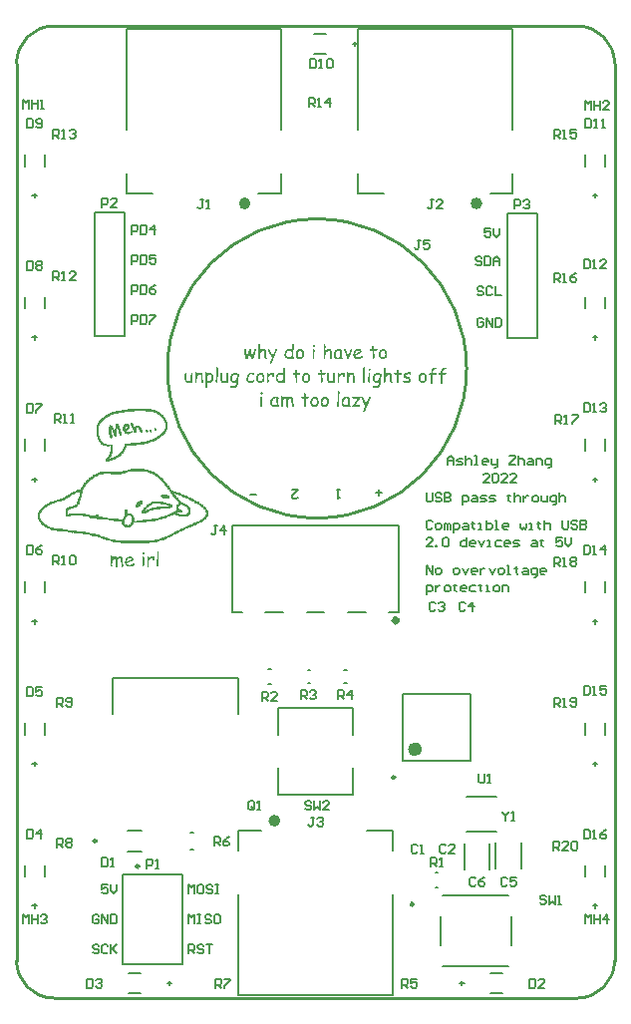
<source format=gto>
G04*
G04 #@! TF.GenerationSoftware,Altium Limited,Altium Designer,22.3.1 (43)*
G04*
G04 Layer_Color=65535*
%FSLAX24Y24*%
%MOIN*%
G70*
G04*
G04 #@! TF.SameCoordinates,79C3986D-5B2C-41C9-8E5D-3D0232DA578A*
G04*
G04*
G04 #@! TF.FilePolarity,Positive*
G04*
G01*
G75*
%ADD10C,0.0197*%
%ADD11C,0.0098*%
%ADD12C,0.0236*%
%ADD13C,0.0100*%
%ADD14C,0.0079*%
%ADD15C,0.0050*%
G36*
X13050Y28455D02*
X13120D01*
Y28445D01*
X13230D01*
Y28435D01*
X13280D01*
Y28425D01*
X13330D01*
Y28415D01*
X13360D01*
Y28405D01*
X13390D01*
Y28395D01*
X13420D01*
Y28385D01*
X13440D01*
Y28375D01*
X13470D01*
Y28365D01*
X13490D01*
Y28355D01*
X13500D01*
Y28345D01*
X13520D01*
Y28335D01*
X13540D01*
Y28325D01*
X13550D01*
Y28315D01*
X13570D01*
Y28305D01*
X13580D01*
Y28295D01*
X13590D01*
Y28285D01*
X13600D01*
Y28275D01*
X13610D01*
Y28265D01*
X13620D01*
Y28255D01*
X13630D01*
Y28245D01*
X13640D01*
Y28235D01*
X13660D01*
Y28215D01*
X13670D01*
Y28205D01*
X13680D01*
Y28195D01*
X13690D01*
Y28185D01*
X13700D01*
Y28165D01*
X13710D01*
Y28145D01*
X13720D01*
Y28135D01*
X13730D01*
Y28115D01*
X13740D01*
Y28095D01*
X13750D01*
Y28085D01*
X13760D01*
Y28065D01*
X13770D01*
Y28045D01*
X13780D01*
Y28025D01*
X13790D01*
Y27995D01*
X13800D01*
Y27955D01*
X13810D01*
Y27815D01*
X13800D01*
Y27775D01*
X13790D01*
Y27745D01*
X13780D01*
Y27725D01*
X13770D01*
Y27705D01*
X13760D01*
Y27685D01*
X13750D01*
Y27675D01*
X13740D01*
Y27655D01*
X13730D01*
Y27645D01*
X13720D01*
Y27625D01*
X13710D01*
Y27615D01*
X13700D01*
Y27605D01*
X13690D01*
Y27595D01*
X13680D01*
Y27585D01*
X13670D01*
Y27575D01*
X13660D01*
Y27565D01*
X13650D01*
Y27555D01*
X13640D01*
Y27545D01*
X13630D01*
Y27535D01*
X13610D01*
Y27525D01*
X13600D01*
Y27515D01*
X13580D01*
Y27505D01*
X13570D01*
Y27495D01*
X13560D01*
Y27485D01*
X13550D01*
Y27475D01*
X13530D01*
Y27465D01*
X13520D01*
Y27455D01*
X13500D01*
Y27445D01*
X13490D01*
Y27435D01*
X13460D01*
Y27415D01*
X13430D01*
Y27405D01*
X13420D01*
Y27395D01*
X13400D01*
Y27385D01*
X13380D01*
Y27375D01*
X13350D01*
Y27365D01*
X13340D01*
Y27355D01*
X13300D01*
Y27345D01*
X13290D01*
Y27335D01*
X13240D01*
Y27325D01*
X13230D01*
Y27315D01*
X13180D01*
Y27305D01*
X13160D01*
Y27295D01*
X13100D01*
Y27285D01*
X13090D01*
Y27275D01*
X13020D01*
Y27265D01*
X12940D01*
Y27255D01*
X12910D01*
Y27245D01*
X12810D01*
Y27235D01*
X12750D01*
Y27225D01*
X12590D01*
Y27215D01*
X12450D01*
Y27205D01*
X12430D01*
Y27175D01*
X12420D01*
Y27155D01*
X12410D01*
Y27125D01*
X12400D01*
Y27095D01*
X12390D01*
Y27085D01*
X12380D01*
Y27065D01*
X12370D01*
Y27045D01*
X12360D01*
Y27025D01*
X12350D01*
Y27015D01*
X12340D01*
Y26995D01*
X12330D01*
Y26975D01*
X12320D01*
Y26965D01*
X12310D01*
Y26955D01*
X12300D01*
Y26945D01*
X12290D01*
Y26935D01*
X12280D01*
Y26925D01*
X12270D01*
Y26915D01*
X12260D01*
Y26905D01*
X12250D01*
Y26895D01*
X12240D01*
Y26885D01*
X12230D01*
Y26875D01*
X12220D01*
Y26865D01*
X12210D01*
Y26855D01*
X12190D01*
Y26845D01*
X12170D01*
Y26835D01*
X12160D01*
Y26825D01*
X12150D01*
Y26815D01*
X12130D01*
Y26805D01*
X12100D01*
Y26795D01*
X12090D01*
Y26785D01*
X12060D01*
Y26775D01*
X12050D01*
Y26765D01*
X12020D01*
Y26755D01*
X12010D01*
Y26745D01*
X11970D01*
Y26735D01*
X11950D01*
Y26725D01*
X11910D01*
Y26715D01*
X11900D01*
Y26705D01*
X11850D01*
Y26695D01*
X11830D01*
Y26685D01*
X11740D01*
Y26695D01*
X11730D01*
Y26715D01*
X11720D01*
Y26745D01*
X11730D01*
Y26765D01*
X11740D01*
Y26775D01*
X11750D01*
Y26785D01*
X11760D01*
Y26795D01*
X11770D01*
Y26805D01*
X11780D01*
Y26815D01*
X11790D01*
Y26835D01*
X11800D01*
Y26845D01*
X11810D01*
Y26855D01*
X11820D01*
Y26875D01*
X11830D01*
Y26885D01*
X11840D01*
Y26905D01*
X11850D01*
Y26925D01*
X11860D01*
Y26955D01*
X11870D01*
Y26985D01*
X11880D01*
Y27025D01*
X11890D01*
Y27155D01*
X11900D01*
Y27205D01*
X11870D01*
Y27195D01*
X11760D01*
Y27205D01*
X11680D01*
Y27215D01*
X11660D01*
Y27225D01*
X11630D01*
Y27235D01*
X11610D01*
Y27245D01*
X11590D01*
Y27255D01*
X11580D01*
Y27265D01*
X11570D01*
Y27275D01*
X11560D01*
Y27285D01*
X11550D01*
Y27305D01*
X11530D01*
Y27315D01*
X11520D01*
Y27345D01*
X11510D01*
Y27355D01*
X11500D01*
Y27385D01*
X11490D01*
Y27405D01*
X11480D01*
Y27415D01*
X11470D01*
Y27455D01*
X11460D01*
Y27495D01*
X11450D01*
Y27515D01*
X11440D01*
Y27575D01*
X11430D01*
Y27615D01*
X11420D01*
Y27735D01*
X11410D01*
Y27765D01*
X11420D01*
Y27855D01*
X11430D01*
Y27885D01*
X11440D01*
Y27915D01*
X11450D01*
Y27945D01*
X11460D01*
Y27955D01*
X11470D01*
Y27975D01*
X11480D01*
Y27995D01*
X11490D01*
Y28005D01*
X11500D01*
Y28015D01*
X11510D01*
Y28035D01*
X11520D01*
Y28045D01*
X11530D01*
Y28055D01*
X11540D01*
Y28075D01*
X11550D01*
Y28085D01*
X11570D01*
Y28095D01*
X11580D01*
Y28105D01*
X11590D01*
Y28115D01*
X11600D01*
Y28135D01*
X11620D01*
Y28145D01*
X11630D01*
Y28155D01*
X11640D01*
Y28165D01*
X11660D01*
Y28175D01*
X11670D01*
Y28185D01*
X11690D01*
Y28195D01*
X11700D01*
Y28205D01*
X11710D01*
Y28215D01*
X11720D01*
Y28225D01*
X11740D01*
Y28235D01*
X11760D01*
Y28245D01*
X11770D01*
Y28255D01*
X11790D01*
Y28265D01*
X11810D01*
Y28275D01*
X11830D01*
Y28285D01*
X11840D01*
Y28295D01*
X11870D01*
Y28305D01*
X11890D01*
Y28315D01*
X11920D01*
Y28325D01*
X11940D01*
Y28335D01*
X11980D01*
Y28345D01*
X12000D01*
Y28355D01*
X12050D01*
Y28365D01*
X12080D01*
Y28375D01*
X12140D01*
Y28385D01*
X12180D01*
Y28395D01*
X12250D01*
Y28405D01*
X12330D01*
Y28415D01*
X12380D01*
Y28425D01*
X12470D01*
Y28435D01*
X12540D01*
Y28445D01*
X12670D01*
Y28455D01*
X12760D01*
Y28465D01*
X13050D01*
Y28455D01*
D02*
G37*
G36*
X12830Y26440D02*
X13030D01*
Y26420D01*
X13170D01*
Y26400D01*
X13230D01*
Y26380D01*
X13270D01*
Y26360D01*
X13310D01*
Y26340D01*
X13350D01*
Y26320D01*
X13390D01*
Y26300D01*
X13430D01*
Y26280D01*
X13450D01*
Y26260D01*
X13490D01*
Y26240D01*
X13510D01*
Y26220D01*
X13530D01*
Y26200D01*
X13550D01*
Y26180D01*
X13570D01*
Y26160D01*
X13610D01*
Y26140D01*
X13630D01*
Y26120D01*
X13650D01*
Y26100D01*
X13670D01*
Y26060D01*
X13690D01*
Y26040D01*
X13710D01*
Y26020D01*
X13730D01*
Y26000D01*
X13750D01*
Y25980D01*
X13770D01*
Y25940D01*
X13790D01*
Y25920D01*
X13810D01*
Y25900D01*
X13830D01*
Y25880D01*
X13850D01*
Y25840D01*
X13870D01*
Y25820D01*
X13890D01*
Y25780D01*
X13910D01*
Y25760D01*
X13930D01*
Y25720D01*
X13990D01*
Y25700D01*
X14050D01*
Y25680D01*
X14110D01*
Y25660D01*
X14170D01*
Y25640D01*
X14230D01*
Y25620D01*
X14270D01*
Y25600D01*
X14330D01*
Y25580D01*
X14370D01*
Y25560D01*
X14410D01*
Y25540D01*
X14450D01*
Y25520D01*
X14510D01*
Y25500D01*
X14550D01*
Y25480D01*
X14590D01*
Y25460D01*
X14630D01*
Y25440D01*
X14650D01*
Y25420D01*
X14690D01*
Y25400D01*
X14730D01*
Y25380D01*
X14770D01*
Y25360D01*
X14810D01*
Y25340D01*
X14850D01*
Y25320D01*
X14870D01*
Y25300D01*
X14890D01*
Y25280D01*
X14930D01*
Y25260D01*
X14950D01*
Y25240D01*
X14990D01*
Y25220D01*
X15010D01*
Y25200D01*
X15030D01*
Y25180D01*
X15070D01*
Y25160D01*
X15090D01*
Y25120D01*
X15110D01*
Y25100D01*
X15130D01*
Y25060D01*
X15150D01*
Y24980D01*
X15170D01*
Y24940D01*
X15150D01*
Y24860D01*
X15130D01*
Y24820D01*
X15110D01*
Y24800D01*
X15090D01*
Y24760D01*
X15050D01*
Y24740D01*
X15030D01*
Y24720D01*
X15010D01*
Y24700D01*
X14970D01*
Y24680D01*
X14950D01*
Y24660D01*
X14910D01*
Y24640D01*
X14870D01*
Y24620D01*
X14810D01*
Y24600D01*
X14770D01*
Y24580D01*
X14750D01*
Y24560D01*
X14690D01*
Y24540D01*
X14650D01*
Y24520D01*
X14610D01*
Y24500D01*
X14550D01*
Y24480D01*
X14510D01*
Y24460D01*
X14450D01*
Y24440D01*
X14410D01*
Y24420D01*
X14370D01*
Y24400D01*
X14330D01*
Y24380D01*
X14290D01*
Y24360D01*
X14250D01*
Y24340D01*
X14210D01*
Y24320D01*
X14170D01*
Y24300D01*
X14130D01*
Y24280D01*
X14090D01*
Y24260D01*
X14050D01*
Y24240D01*
X14010D01*
Y24220D01*
X13970D01*
Y24200D01*
X13930D01*
Y24180D01*
X13910D01*
Y24160D01*
X13870D01*
Y24140D01*
X13810D01*
Y24120D01*
X13770D01*
Y24100D01*
X13730D01*
Y24080D01*
X13690D01*
Y24060D01*
X13610D01*
Y24040D01*
X13530D01*
Y24020D01*
X13450D01*
Y24000D01*
X13370D01*
Y23980D01*
X13350D01*
Y24000D01*
X13330D01*
Y23980D01*
X13190D01*
Y23960D01*
X12230D01*
Y23980D01*
X12110D01*
Y24000D01*
X12090D01*
Y23980D01*
X12070D01*
Y24000D01*
X11970D01*
Y24020D01*
X11890D01*
Y24040D01*
X11790D01*
Y24060D01*
X11730D01*
Y24080D01*
X11690D01*
Y24100D01*
X11630D01*
Y24120D01*
X11550D01*
Y24140D01*
X11510D01*
Y24160D01*
X11450D01*
Y24180D01*
X11390D01*
Y24200D01*
X11270D01*
Y24220D01*
X11190D01*
Y24240D01*
X11050D01*
Y24260D01*
X10950D01*
Y24280D01*
X10770D01*
Y24300D01*
X10650D01*
Y24320D01*
X10630D01*
Y24300D01*
X10610D01*
Y24320D01*
X10450D01*
Y24340D01*
X10310D01*
Y24360D01*
X10090D01*
Y24380D01*
X10010D01*
Y24400D01*
X9910D01*
Y24420D01*
X9870D01*
Y24440D01*
X9810D01*
Y24460D01*
X9750D01*
Y24480D01*
X9730D01*
Y24500D01*
X9690D01*
Y24520D01*
X9670D01*
Y24540D01*
X9630D01*
Y24560D01*
X9610D01*
Y24580D01*
X9590D01*
Y24600D01*
X9570D01*
Y24620D01*
X9550D01*
Y24660D01*
X9530D01*
Y24680D01*
X9510D01*
Y24700D01*
X9490D01*
Y24740D01*
X9470D01*
Y24800D01*
X9450D01*
Y24960D01*
X9470D01*
Y25000D01*
X9490D01*
Y25040D01*
X9510D01*
Y25060D01*
X9530D01*
Y25080D01*
X9550D01*
Y25100D01*
X9570D01*
Y25120D01*
X9590D01*
Y25140D01*
X9610D01*
Y25160D01*
X9630D01*
Y25180D01*
X9650D01*
Y25200D01*
X9670D01*
Y25220D01*
X9690D01*
Y25240D01*
X9730D01*
Y25260D01*
X9750D01*
Y25280D01*
X9790D01*
Y25300D01*
X9830D01*
Y25320D01*
X9870D01*
Y25340D01*
X9910D01*
Y25360D01*
X9990D01*
Y25380D01*
X10030D01*
Y25400D01*
X10090D01*
Y25420D01*
X10190D01*
Y25440D01*
X10270D01*
Y25460D01*
X10310D01*
Y25480D01*
X10350D01*
Y25500D01*
X10370D01*
Y25520D01*
X10410D01*
Y25540D01*
X10450D01*
Y25560D01*
X10470D01*
Y25580D01*
X10490D01*
Y25600D01*
X10530D01*
Y25620D01*
X10570D01*
Y25640D01*
X10590D01*
Y25660D01*
X10630D01*
Y25680D01*
X10670D01*
Y25700D01*
X10730D01*
Y25720D01*
X10770D01*
Y25740D01*
X10890D01*
Y25760D01*
X10910D01*
Y25820D01*
X10930D01*
Y25860D01*
X10950D01*
Y25880D01*
X10970D01*
Y25920D01*
X10990D01*
Y25960D01*
X11010D01*
Y25980D01*
X11030D01*
Y26000D01*
X11050D01*
Y26020D01*
X11070D01*
Y26040D01*
X11090D01*
Y26060D01*
X11110D01*
Y26080D01*
X11130D01*
Y26100D01*
X11150D01*
Y26120D01*
X11170D01*
Y26140D01*
X11190D01*
Y26160D01*
X11230D01*
Y26180D01*
X11270D01*
Y26200D01*
X11290D01*
Y26220D01*
X11310D01*
Y26240D01*
X11370D01*
Y26260D01*
X11390D01*
Y26280D01*
X11430D01*
Y26300D01*
X11470D01*
Y26320D01*
X11530D01*
Y26340D01*
X11650D01*
Y26360D01*
X11970D01*
Y26340D01*
X12250D01*
Y26360D01*
X12310D01*
Y26380D01*
X12370D01*
Y26400D01*
X12450D01*
Y26420D01*
X12570D01*
Y26440D01*
X12790D01*
Y26460D01*
X12830D01*
Y26440D01*
D02*
G37*
G36*
X13004Y23661D02*
X13009Y23660D01*
X13017Y23657D01*
X13021Y23654D01*
X13025Y23651D01*
X13026Y23650D01*
X13027Y23649D01*
X13029Y23646D01*
X13031Y23643D01*
X13035Y23635D01*
X13036Y23631D01*
X13037Y23625D01*
Y23624D01*
Y23622D01*
X13036Y23619D01*
X13035Y23616D01*
X13032Y23607D01*
X13029Y23602D01*
X13025Y23598D01*
X13024D01*
X13024Y23596D01*
X13021Y23595D01*
X13018Y23593D01*
X13009Y23590D01*
X13005Y23589D01*
X12999Y23588D01*
X12997D01*
X12994Y23589D01*
X12990Y23590D01*
X12982Y23592D01*
X12978Y23595D01*
X12974Y23598D01*
X12973Y23599D01*
X12972Y23600D01*
X12970Y23602D01*
X12969Y23606D01*
X12964Y23614D01*
X12964Y23619D01*
X12963Y23625D01*
Y23626D01*
Y23627D01*
X12964Y23630D01*
X12964Y23634D01*
X12968Y23642D01*
X12970Y23646D01*
X12974Y23651D01*
X12974Y23651D01*
X12975Y23652D01*
X12978Y23654D01*
X12981Y23656D01*
X12989Y23660D01*
X12994Y23661D01*
X12999Y23661D01*
X13002D01*
X13004Y23661D01*
D02*
G37*
G36*
X13324Y23520D02*
X13330Y23518D01*
X13336Y23516D01*
X13343Y23512D01*
X13348Y23507D01*
X13353Y23501D01*
X13354Y23500D01*
X13356Y23497D01*
X13358Y23492D01*
X13360Y23487D01*
X13363Y23478D01*
X13365Y23468D01*
X13366Y23457D01*
X13367Y23443D01*
Y23442D01*
Y23441D01*
Y23437D01*
Y23434D01*
Y23427D01*
X13366Y23423D01*
Y23421D01*
Y23419D01*
X13365Y23415D01*
X13363Y23408D01*
X13361Y23402D01*
X13357Y23394D01*
X13352Y23387D01*
X13344Y23383D01*
X13339Y23382D01*
X13334Y23382D01*
X13333D01*
X13330Y23382D01*
X13326Y23383D01*
X13321Y23386D01*
X13316Y23389D01*
X13312Y23395D01*
X13309Y23402D01*
X13308Y23412D01*
Y23413D01*
Y23417D01*
Y23421D01*
Y23424D01*
X13307Y23429D01*
Y23435D01*
X13306Y23462D01*
X13304D01*
X13301Y23461D01*
X13298Y23460D01*
X13289Y23458D01*
X13278Y23456D01*
X13264Y23452D01*
X13251Y23447D01*
X13238Y23441D01*
X13226Y23433D01*
X13225Y23432D01*
X13221Y23429D01*
X13216Y23425D01*
X13209Y23417D01*
X13202Y23409D01*
X13194Y23398D01*
X13187Y23386D01*
X13179Y23372D01*
X13180Y23199D01*
Y23197D01*
X13179Y23194D01*
X13179Y23189D01*
X13176Y23183D01*
X13173Y23177D01*
X13167Y23172D01*
X13159Y23169D01*
X13149Y23167D01*
X13148D01*
X13144Y23168D01*
X13140Y23169D01*
X13135Y23172D01*
X13129Y23175D01*
X13125Y23181D01*
X13122Y23188D01*
X13121Y23199D01*
Y23420D01*
Y23421D01*
Y23422D01*
Y23424D01*
Y23428D01*
Y23432D01*
Y23438D01*
X13122Y23444D01*
Y23452D01*
Y23452D01*
Y23455D01*
Y23459D01*
X13123Y23463D01*
Y23473D01*
Y23478D01*
Y23482D01*
Y23484D01*
X13124Y23487D01*
X13124Y23492D01*
X13126Y23499D01*
X13129Y23505D01*
X13134Y23510D01*
X13141Y23513D01*
X13150Y23515D01*
X13152D01*
X13155Y23514D01*
X13160Y23512D01*
X13166Y23508D01*
X13172Y23502D01*
X13174Y23497D01*
X13177Y23492D01*
X13179Y23487D01*
X13180Y23479D01*
X13181Y23471D01*
X13182Y23462D01*
X13183Y23462D01*
X13184Y23464D01*
X13188Y23467D01*
X13193Y23471D01*
X13198Y23475D01*
X13205Y23480D01*
X13213Y23486D01*
X13221Y23492D01*
X13231Y23497D01*
X13241Y23502D01*
X13264Y23512D01*
X13276Y23515D01*
X13289Y23518D01*
X13303Y23520D01*
X13316Y23521D01*
X13320D01*
X13324Y23520D01*
D02*
G37*
G36*
X12997Y23511D02*
X13004Y23507D01*
X13008Y23506D01*
X13011Y23502D01*
X13012D01*
X13013Y23501D01*
X13016Y23496D01*
X13019Y23489D01*
X13020Y23484D01*
Y23479D01*
Y23477D01*
Y23474D01*
Y23467D01*
Y23459D01*
X13019Y23448D01*
X13019Y23436D01*
X13018Y23421D01*
X13017Y23405D01*
Y23404D01*
Y23403D01*
Y23401D01*
Y23397D01*
X13016Y23389D01*
Y23379D01*
X13015Y23367D01*
Y23355D01*
X13014Y23342D01*
Y23331D01*
Y23330D01*
Y23327D01*
Y23323D01*
Y23317D01*
Y23309D01*
Y23299D01*
X13015Y23287D01*
Y23274D01*
Y23272D01*
Y23268D01*
Y23262D01*
X13016Y23253D01*
Y23244D01*
Y23234D01*
Y23226D01*
Y23217D01*
Y23217D01*
Y23215D01*
X13015Y23212D01*
Y23210D01*
X13012Y23202D01*
X13010Y23198D01*
X13007Y23195D01*
X13005Y23193D01*
X13001Y23191D01*
X12994Y23188D01*
X12985Y23187D01*
X12983D01*
X12980Y23187D01*
X12977D01*
X12969Y23190D01*
X12963Y23195D01*
Y23196D01*
X12961Y23197D01*
X12959Y23202D01*
X12956Y23208D01*
X12954Y23217D01*
Y23218D01*
Y23221D01*
Y23226D01*
Y23232D01*
Y23240D01*
Y23249D01*
X12954Y23261D01*
Y23274D01*
Y23275D01*
Y23276D01*
Y23281D01*
Y23287D01*
Y23296D01*
X12953Y23305D01*
Y23314D01*
Y23323D01*
Y23331D01*
Y23332D01*
Y23336D01*
Y23342D01*
Y23352D01*
X12954Y23362D01*
Y23375D01*
X12954Y23389D01*
X12955Y23405D01*
Y23406D01*
Y23407D01*
Y23409D01*
X12956Y23412D01*
Y23421D01*
X12957Y23431D01*
X12958Y23442D01*
Y23455D01*
X12959Y23467D01*
Y23479D01*
Y23480D01*
Y23482D01*
X12959Y23484D01*
Y23487D01*
X12962Y23495D01*
X12967Y23502D01*
Y23503D01*
X12969Y23504D01*
X12973Y23507D01*
X12980Y23510D01*
X12984Y23512D01*
X12992D01*
X12997Y23511D01*
D02*
G37*
G36*
X13487Y23695D02*
X13492Y23694D01*
X13498Y23691D01*
X13503Y23688D01*
X13508Y23682D01*
X13512Y23675D01*
X13513Y23664D01*
Y23663D01*
Y23661D01*
Y23659D01*
Y23655D01*
Y23651D01*
Y23645D01*
Y23638D01*
Y23631D01*
Y23614D01*
X13513Y23595D01*
Y23573D01*
X13512Y23550D01*
Y23549D01*
Y23547D01*
Y23544D01*
Y23539D01*
Y23533D01*
X13511Y23527D01*
Y23512D01*
Y23494D01*
X13510Y23475D01*
Y23455D01*
Y23436D01*
X13505Y23279D01*
Y23278D01*
Y23274D01*
Y23268D01*
Y23261D01*
X13504Y23250D01*
Y23237D01*
X13503Y23222D01*
X13503Y23206D01*
Y23204D01*
X13502Y23201D01*
X13500Y23196D01*
X13498Y23191D01*
X13493Y23185D01*
X13488Y23180D01*
X13481Y23177D01*
X13472Y23175D01*
X13470D01*
X13467Y23176D01*
X13462Y23177D01*
X13457Y23179D01*
X13451Y23182D01*
X13446Y23188D01*
X13443Y23196D01*
X13441Y23207D01*
Y23207D01*
Y23208D01*
Y23211D01*
Y23214D01*
Y23217D01*
Y23222D01*
Y23228D01*
X13442Y23235D01*
Y23243D01*
Y23252D01*
Y23261D01*
X13443Y23271D01*
Y23282D01*
X13443Y23294D01*
Y23307D01*
X13444Y23321D01*
Y23322D01*
Y23324D01*
Y23328D01*
X13445Y23333D01*
Y23340D01*
Y23347D01*
X13446Y23364D01*
X13447Y23382D01*
Y23402D01*
X13448Y23420D01*
Y23428D01*
Y23436D01*
Y23437D01*
Y23438D01*
Y23441D01*
Y23445D01*
Y23449D01*
Y23455D01*
Y23462D01*
Y23469D01*
X13448Y23486D01*
Y23505D01*
Y23527D01*
X13449Y23550D01*
Y23551D01*
Y23552D01*
Y23556D01*
Y23561D01*
Y23567D01*
X13450Y23573D01*
Y23588D01*
Y23606D01*
X13451Y23625D01*
Y23645D01*
Y23664D01*
Y23666D01*
X13452Y23669D01*
X13453Y23674D01*
X13455Y23680D01*
X13458Y23686D01*
X13464Y23691D01*
X13472Y23694D01*
X13482Y23696D01*
X13483D01*
X13487Y23695D01*
D02*
G37*
G36*
X12549Y23517D02*
X12561Y23515D01*
X12575Y23513D01*
X12589Y23510D01*
X12603Y23505D01*
X12616Y23499D01*
X12617D01*
X12618Y23498D01*
X12623Y23495D01*
X12630Y23490D01*
X12637Y23482D01*
X12645Y23473D01*
X12650Y23462D01*
X12655Y23449D01*
X12656Y23442D01*
X12657Y23433D01*
Y23432D01*
X12656Y23428D01*
X12655Y23422D01*
X12653Y23414D01*
X12649Y23405D01*
X12642Y23396D01*
X12633Y23386D01*
X12628Y23381D01*
X12621Y23376D01*
X12620Y23375D01*
X12618Y23373D01*
X12614Y23371D01*
X12607Y23367D01*
X12598Y23362D01*
X12586Y23356D01*
X12572Y23349D01*
X12555Y23341D01*
X12435Y23284D01*
X12436Y23283D01*
X12438Y23280D01*
X12441Y23275D01*
X12446Y23269D01*
X12453Y23262D01*
X12461Y23256D01*
X12469Y23250D01*
X12478Y23244D01*
X12479Y23243D01*
X12483Y23242D01*
X12488Y23240D01*
X12495Y23238D01*
X12505Y23236D01*
X12515Y23233D01*
X12527Y23232D01*
X12540Y23232D01*
X12544D01*
X12548Y23232D01*
X12554D01*
X12561Y23233D01*
X12570Y23235D01*
X12580Y23237D01*
X12590Y23239D01*
X12591D01*
X12592Y23240D01*
X12596Y23241D01*
X12603Y23243D01*
X12610Y23247D01*
X12618Y23251D01*
X12626Y23255D01*
X12633Y23261D01*
X12638Y23267D01*
X12639Y23267D01*
X12640Y23269D01*
X12645Y23276D01*
X12652Y23282D01*
X12657Y23283D01*
X12661Y23284D01*
X12663D01*
X12668Y23283D01*
X12674Y23280D01*
X12677Y23278D01*
X12680Y23275D01*
X12681D01*
X12682Y23273D01*
X12685Y23269D01*
X12688Y23263D01*
X12690Y23260D01*
Y23256D01*
Y23254D01*
X12689Y23250D01*
X12686Y23243D01*
X12683Y23235D01*
X12675Y23226D01*
X12671Y23221D01*
X12665Y23216D01*
X12660Y23210D01*
X12651Y23205D01*
X12643Y23200D01*
X12633Y23195D01*
X12632D01*
X12630Y23194D01*
X12628Y23193D01*
X12625Y23192D01*
X12620Y23190D01*
X12615Y23188D01*
X12603Y23185D01*
X12589Y23181D01*
X12573Y23177D01*
X12556Y23175D01*
X12539Y23174D01*
X12532D01*
X12527Y23175D01*
X12521D01*
X12514Y23176D01*
X12498Y23178D01*
X12480Y23182D01*
X12461Y23189D01*
X12441Y23197D01*
X12424Y23209D01*
X12423Y23210D01*
X12422Y23211D01*
X12420Y23213D01*
X12416Y23217D01*
X12413Y23221D01*
X12409Y23225D01*
X12405Y23231D01*
X12401Y23237D01*
X12391Y23253D01*
X12384Y23272D01*
X12381Y23282D01*
X12378Y23294D01*
X12377Y23307D01*
X12376Y23319D01*
Y23320D01*
Y23322D01*
Y23327D01*
X12377Y23333D01*
Y23340D01*
X12379Y23348D01*
X12380Y23357D01*
X12381Y23367D01*
X12386Y23389D01*
X12393Y23412D01*
X12403Y23435D01*
X12409Y23446D01*
X12416Y23457D01*
X12416Y23457D01*
X12417Y23459D01*
X12420Y23462D01*
X12424Y23466D01*
X12428Y23471D01*
X12433Y23476D01*
X12439Y23482D01*
X12446Y23487D01*
X12454Y23492D01*
X12463Y23498D01*
X12482Y23508D01*
X12493Y23512D01*
X12505Y23515D01*
X12517Y23517D01*
X12530Y23517D01*
X12540D01*
X12549Y23517D01*
D02*
G37*
G36*
X11926Y23537D02*
X11933Y23534D01*
X11937Y23531D01*
X11941Y23527D01*
X11942Y23527D01*
X11942Y23526D01*
X11947Y23521D01*
X11950Y23513D01*
X11951Y23509D01*
X11952Y23504D01*
Y23503D01*
Y23500D01*
X11951Y23493D01*
X11950Y23485D01*
Y23484D01*
Y23483D01*
X11949Y23478D01*
X11948Y23472D01*
Y23466D01*
X11949Y23433D01*
X11950Y23435D01*
X11952Y23439D01*
X11956Y23445D01*
X11961Y23453D01*
X11967Y23462D01*
X11976Y23473D01*
X11986Y23483D01*
X11997Y23494D01*
X11998Y23495D01*
X12002Y23498D01*
X12008Y23502D01*
X12016Y23508D01*
X12024Y23513D01*
X12033Y23517D01*
X12042Y23521D01*
X12051Y23522D01*
X12056D01*
X12059Y23521D01*
X12067Y23519D01*
X12078Y23516D01*
X12089Y23509D01*
X12095Y23506D01*
X12101Y23501D01*
X12106Y23495D01*
X12111Y23488D01*
X12115Y23481D01*
X12119Y23472D01*
X12120Y23472D01*
X12122Y23476D01*
X12126Y23480D01*
X12131Y23485D01*
X12136Y23491D01*
X12144Y23497D01*
X12151Y23502D01*
X12160Y23507D01*
X12161Y23507D01*
X12164Y23508D01*
X12169Y23510D01*
X12176Y23512D01*
X12184Y23515D01*
X12193Y23517D01*
X12204Y23517D01*
X12215Y23518D01*
X12220D01*
X12223Y23517D01*
X12232Y23515D01*
X12244Y23511D01*
X12250Y23508D01*
X12256Y23504D01*
X12261Y23500D01*
X12267Y23494D01*
X12273Y23487D01*
X12278Y23480D01*
X12283Y23471D01*
X12287Y23461D01*
Y23460D01*
X12288Y23458D01*
X12289Y23453D01*
X12290Y23450D01*
Y23446D01*
X12291Y23441D01*
X12291Y23434D01*
X12293Y23427D01*
X12294Y23419D01*
X12296Y23409D01*
X12296Y23398D01*
X12298Y23387D01*
X12300Y23372D01*
Y23372D01*
Y23370D01*
X12301Y23367D01*
X12301Y23362D01*
X12302Y23356D01*
X12303Y23349D01*
X12305Y23340D01*
X12306Y23330D01*
X12307Y23318D01*
X12309Y23305D01*
X12311Y23290D01*
X12313Y23273D01*
X12315Y23256D01*
X12317Y23237D01*
X12320Y23215D01*
X12322Y23192D01*
Y23192D01*
Y23191D01*
X12321Y23186D01*
X12319Y23179D01*
X12316Y23175D01*
X12313Y23172D01*
X12311Y23170D01*
X12307Y23167D01*
X12300Y23164D01*
X12296Y23163D01*
X12291Y23162D01*
X12290D01*
X12286Y23163D01*
X12282Y23164D01*
X12277Y23166D01*
X12272Y23169D01*
X12267Y23174D01*
X12263Y23180D01*
X12261Y23189D01*
Y23191D01*
X12260Y23196D01*
X12258Y23203D01*
X12257Y23214D01*
X12256Y23228D01*
X12253Y23245D01*
X12251Y23264D01*
X12249Y23287D01*
X12238Y23385D01*
Y23386D01*
X12237Y23388D01*
Y23393D01*
X12236Y23398D01*
X12235Y23405D01*
X12232Y23412D01*
X12227Y23427D01*
X12226Y23428D01*
X12226Y23432D01*
X12223Y23437D01*
X12221Y23442D01*
X12217Y23447D01*
X12214Y23452D01*
X12209Y23455D01*
X12205Y23456D01*
X12202D01*
X12200Y23455D01*
X12195Y23453D01*
X12189Y23451D01*
X12181Y23447D01*
X12172Y23442D01*
X12161Y23436D01*
X12160Y23435D01*
X12156Y23432D01*
X12151Y23429D01*
X12146Y23425D01*
X12132Y23416D01*
X12126Y23411D01*
X12122Y23407D01*
Y23405D01*
Y23402D01*
Y23396D01*
Y23388D01*
Y23379D01*
Y23369D01*
X12123Y23347D01*
X12132Y23263D01*
Y23262D01*
Y23261D01*
X12133Y23258D01*
Y23255D01*
X12135Y23246D01*
X12136Y23234D01*
X12137Y23222D01*
X12138Y23208D01*
X12139Y23195D01*
Y23182D01*
Y23182D01*
Y23180D01*
X12138Y23177D01*
Y23174D01*
X12135Y23167D01*
X12133Y23162D01*
X12130Y23159D01*
X12128Y23157D01*
X12124Y23155D01*
X12117Y23152D01*
X12113Y23151D01*
X12108Y23150D01*
X12106D01*
X12103Y23151D01*
X12100D01*
X12092Y23154D01*
X12089Y23156D01*
X12086Y23159D01*
Y23160D01*
X12084Y23161D01*
X12082Y23166D01*
X12079Y23172D01*
X12077Y23182D01*
Y23183D01*
Y23184D01*
Y23187D01*
Y23189D01*
Y23193D01*
Y23198D01*
X12076Y23203D01*
Y23210D01*
X12076Y23217D01*
Y23226D01*
X12075Y23235D01*
X12074Y23245D01*
X12073Y23256D01*
X12072Y23267D01*
X12071Y23280D01*
X12070Y23293D01*
Y23294D01*
Y23297D01*
X12069Y23301D01*
Y23306D01*
X12068Y23312D01*
X12067Y23319D01*
X12067Y23336D01*
X12065Y23354D01*
X12063Y23372D01*
X12062Y23390D01*
Y23398D01*
Y23406D01*
Y23407D01*
Y23412D01*
X12062Y23417D01*
Y23425D01*
X12060Y23433D01*
X12058Y23442D01*
X12056Y23451D01*
X12052Y23458D01*
X12052Y23457D01*
X12048Y23457D01*
X12044Y23453D01*
X12038Y23450D01*
X12032Y23446D01*
X12024Y23440D01*
X12016Y23433D01*
X12007Y23425D01*
X11970Y23383D01*
X11969Y23382D01*
X11966Y23378D01*
X11961Y23372D01*
X11954Y23364D01*
Y23363D01*
Y23361D01*
Y23356D01*
X11953Y23350D01*
Y23342D01*
X11952Y23332D01*
X11952Y23322D01*
X11950Y23308D01*
Y23307D01*
X11949Y23302D01*
Y23296D01*
X11948Y23287D01*
X11947Y23279D01*
Y23270D01*
X11947Y23261D01*
Y23253D01*
Y23252D01*
Y23249D01*
Y23247D01*
X11947Y23238D01*
X11949Y23227D01*
Y23226D01*
X11950Y23224D01*
Y23221D01*
X11951Y23217D01*
X11952Y23209D01*
X11952Y23206D01*
Y23202D01*
Y23202D01*
Y23201D01*
X11952Y23195D01*
X11948Y23188D01*
X11946Y23185D01*
X11942Y23182D01*
X11941Y23180D01*
X11937Y23177D01*
X11929Y23174D01*
X11925Y23173D01*
X11921Y23172D01*
X11919D01*
X11915Y23174D01*
X11909Y23177D01*
X11907Y23179D01*
X11903Y23182D01*
X11900Y23187D01*
X11897Y23192D01*
X11893Y23199D01*
X11891Y23207D01*
X11888Y23216D01*
X11887Y23227D01*
X11886Y23239D01*
X11885Y23253D01*
Y23254D01*
Y23257D01*
Y23261D01*
X11886Y23267D01*
Y23275D01*
X11887Y23285D01*
X11887Y23296D01*
X11888Y23309D01*
Y23310D01*
Y23311D01*
X11889Y23315D01*
X11890Y23322D01*
X11891Y23330D01*
Y23339D01*
X11892Y23349D01*
X11892Y23358D01*
Y23366D01*
Y23367D01*
Y23369D01*
Y23372D01*
Y23378D01*
X11892Y23385D01*
X11891Y23394D01*
X11890Y23404D01*
X11889Y23416D01*
Y23417D01*
X11888Y23422D01*
Y23427D01*
X11887Y23435D01*
X11887Y23452D01*
X11886Y23459D01*
Y23467D01*
Y23467D01*
Y23470D01*
Y23473D01*
X11887Y23477D01*
Y23483D01*
X11887Y23489D01*
X11890Y23502D01*
X11894Y23516D01*
X11897Y23522D01*
X11899Y23527D01*
X11903Y23532D01*
X11907Y23535D01*
X11912Y23537D01*
X11918Y23538D01*
X11921D01*
X11926Y23537D01*
D02*
G37*
G36*
X18700Y30600D02*
X18704Y30599D01*
X18712Y30596D01*
X18716Y30593D01*
X18720Y30590D01*
X18721Y30589D01*
X18722Y30588D01*
X18724Y30585D01*
X18726Y30582D01*
X18730Y30574D01*
X18731Y30570D01*
X18732Y30564D01*
Y30563D01*
Y30561D01*
X18731Y30558D01*
X18730Y30555D01*
X18727Y30546D01*
X18725Y30541D01*
X18720Y30537D01*
X18720D01*
X18719Y30535D01*
X18716Y30534D01*
X18713Y30532D01*
X18705Y30529D01*
X18700Y30528D01*
X18695Y30527D01*
X18692D01*
X18690Y30528D01*
X18685Y30529D01*
X18677Y30531D01*
X18673Y30534D01*
X18669Y30537D01*
X18668Y30538D01*
X18667Y30539D01*
X18665Y30541D01*
X18664Y30545D01*
X18660Y30553D01*
X18659Y30558D01*
X18658Y30564D01*
Y30565D01*
Y30566D01*
X18659Y30569D01*
X18660Y30573D01*
X18663Y30581D01*
X18665Y30585D01*
X18669Y30590D01*
X18670Y30590D01*
X18670Y30591D01*
X18673Y30593D01*
X18676Y30595D01*
X18685Y30599D01*
X18690Y30600D01*
X18695Y30600D01*
X18697D01*
X18700Y30600D01*
D02*
G37*
G36*
X20680Y30567D02*
X20685Y30565D01*
X20690Y30562D01*
X20696Y30556D01*
X20701Y30548D01*
X20704Y30543D01*
X20706Y30537D01*
X20708Y30530D01*
X20709Y30521D01*
Y30520D01*
Y30520D01*
Y30517D01*
X20710Y30514D01*
Y30505D01*
Y30493D01*
X20709Y30475D01*
Y30455D01*
X20710D01*
X20715Y30456D01*
X20721Y30457D01*
X20729Y30458D01*
X20737Y30459D01*
X20745Y30460D01*
X20750Y30460D01*
X20771D01*
X20785Y30459D01*
X20791Y30458D01*
X20796Y30457D01*
X20797D01*
X20800Y30455D01*
X20803Y30454D01*
X20806Y30451D01*
X20810Y30447D01*
X20813Y30442D01*
X20815Y30436D01*
X20816Y30428D01*
Y30427D01*
Y30426D01*
X20815Y30423D01*
Y30420D01*
X20812Y30412D01*
X20810Y30408D01*
X20807Y30405D01*
X20805Y30403D01*
X20801Y30401D01*
X20794Y30398D01*
X20785Y30396D01*
X20767D01*
X20764Y30397D01*
X20750D01*
X20745Y30396D01*
X20740D01*
X20733Y30396D01*
X20723Y30395D01*
X20711Y30393D01*
X20716Y30206D01*
X20717Y30192D01*
Y30176D01*
Y30176D01*
Y30173D01*
Y30170D01*
Y30166D01*
X20715Y30155D01*
X20713Y30142D01*
X20710Y30129D01*
X20704Y30118D01*
X20700Y30114D01*
X20695Y30111D01*
X20690Y30108D01*
X20684Y30107D01*
X20682D01*
X20676Y30108D01*
X20669Y30111D01*
X20661Y30116D01*
X20660Y30117D01*
X20657Y30121D01*
X20654Y30127D01*
X20653Y30131D01*
X20652Y30136D01*
Y30136D01*
Y30138D01*
Y30141D01*
Y30145D01*
Y30150D01*
Y30156D01*
X20653Y30163D01*
Y30171D01*
Y30172D01*
Y30176D01*
X20654Y30180D01*
Y30185D01*
X20655Y30196D01*
Y30202D01*
Y30207D01*
X20649Y30392D01*
X20645D01*
X20639Y30393D01*
X20631D01*
X20621Y30394D01*
X20609Y30395D01*
X20595Y30396D01*
X20578Y30397D01*
X20577D01*
X20574Y30398D01*
X20570Y30400D01*
X20565Y30402D01*
X20559Y30406D01*
X20555Y30411D01*
X20551Y30419D01*
X20551Y30428D01*
Y30429D01*
Y30431D01*
X20551Y30433D01*
Y30436D01*
X20554Y30444D01*
X20559Y30451D01*
Y30452D01*
X20561Y30453D01*
X20565Y30456D01*
X20571Y30459D01*
X20576Y30460D01*
X20581D01*
X20647Y30455D01*
Y30456D01*
Y30459D01*
Y30462D01*
Y30467D01*
Y30473D01*
X20646Y30480D01*
Y30489D01*
X20645Y30498D01*
Y30499D01*
Y30502D01*
X20645Y30507D01*
Y30513D01*
X20644Y30525D01*
Y30532D01*
Y30537D01*
Y30538D01*
Y30540D01*
X20645Y30545D01*
X20648Y30552D01*
X20650Y30555D01*
X20653Y30559D01*
X20654Y30560D01*
X20655Y30560D01*
X20660Y30564D01*
X20666Y30566D01*
X20670Y30568D01*
X20677D01*
X20680Y30567D01*
D02*
G37*
G36*
X18002Y30629D02*
X18006Y30628D01*
X18012Y30625D01*
X18017Y30622D01*
X18022Y30616D01*
X18025Y30609D01*
X18026Y30599D01*
Y30598D01*
Y30596D01*
Y30594D01*
Y30590D01*
Y30584D01*
X18025Y30577D01*
Y30568D01*
X18024Y30558D01*
X18023Y30546D01*
X18022Y30532D01*
X18022Y30516D01*
X18020Y30499D01*
X18018Y30479D01*
X18017Y30456D01*
X18015Y30432D01*
X18012Y30406D01*
Y30405D01*
Y30404D01*
Y30401D01*
X18012Y30397D01*
Y30388D01*
X18011Y30376D01*
X18010Y30362D01*
Y30346D01*
X18009Y30330D01*
Y30312D01*
Y30311D01*
Y30307D01*
Y30302D01*
Y30295D01*
Y30286D01*
X18010Y30276D01*
Y30265D01*
Y30253D01*
X18012Y30227D01*
X18013Y30201D01*
X18015Y30176D01*
X18017Y30165D01*
X18018Y30154D01*
Y30153D01*
X18019Y30151D01*
Y30146D01*
Y30146D01*
Y30145D01*
X18018Y30139D01*
X18015Y30133D01*
X18013Y30130D01*
X18010Y30126D01*
X18008Y30125D01*
X18004Y30122D01*
X17998Y30120D01*
X17990Y30118D01*
X17989D01*
X17987Y30119D01*
X17983Y30120D01*
X17979Y30121D01*
X17974Y30125D01*
X17970Y30130D01*
X17965Y30137D01*
X17962Y30146D01*
X17961Y30146D01*
X17957Y30144D01*
X17953Y30141D01*
X17947Y30137D01*
X17940Y30133D01*
X17932Y30129D01*
X17914Y30121D01*
X17913D01*
X17910Y30120D01*
X17905Y30119D01*
X17899Y30117D01*
X17891Y30116D01*
X17882Y30115D01*
X17863Y30113D01*
X17857D01*
X17852Y30114D01*
X17847Y30115D01*
X17841Y30116D01*
X17826Y30119D01*
X17808Y30124D01*
X17790Y30131D01*
X17781Y30136D01*
X17772Y30142D01*
X17763Y30149D01*
X17755Y30156D01*
X17754Y30157D01*
X17753Y30158D01*
X17751Y30161D01*
X17748Y30165D01*
X17745Y30169D01*
X17742Y30174D01*
X17737Y30181D01*
X17733Y30187D01*
X17725Y30204D01*
X17718Y30223D01*
X17713Y30246D01*
X17713Y30258D01*
X17712Y30271D01*
Y30271D01*
Y30274D01*
Y30279D01*
X17713Y30285D01*
X17713Y30291D01*
X17714Y30300D01*
X17715Y30309D01*
X17717Y30319D01*
X17722Y30341D01*
X17730Y30363D01*
X17735Y30374D01*
X17742Y30386D01*
X17748Y30396D01*
X17756Y30406D01*
X17757Y30406D01*
X17758Y30408D01*
X17761Y30411D01*
X17764Y30414D01*
X17768Y30417D01*
X17774Y30421D01*
X17780Y30426D01*
X17787Y30431D01*
X17804Y30440D01*
X17823Y30449D01*
X17835Y30451D01*
X17847Y30454D01*
X17858Y30455D01*
X17872Y30456D01*
X17877D01*
X17884Y30455D01*
X17892Y30455D01*
X17902Y30454D01*
X17911Y30451D01*
X17920Y30449D01*
X17928Y30445D01*
X17958Y30423D01*
Y30425D01*
Y30429D01*
X17959Y30436D01*
Y30445D01*
Y30455D01*
X17960Y30467D01*
X17961Y30480D01*
Y30495D01*
X17962Y30525D01*
X17964Y30554D01*
X17965Y30568D01*
X17967Y30580D01*
X17967Y30592D01*
X17968Y30601D01*
Y30602D01*
X17969Y30605D01*
X17971Y30610D01*
X17973Y30615D01*
X17977Y30620D01*
X17982Y30625D01*
X17988Y30629D01*
X17997Y30630D01*
X17998D01*
X18002Y30629D01*
D02*
G37*
G36*
X17444Y30455D02*
X17448D01*
X17455Y30451D01*
X17458Y30449D01*
X17463Y30445D01*
X17463D01*
X17464Y30444D01*
X17468Y30440D01*
X17471Y30432D01*
X17473Y30428D01*
Y30424D01*
Y30423D01*
X17472Y30420D01*
X17471Y30415D01*
X17468Y30408D01*
X17359Y30172D01*
X17358Y30171D01*
X17358Y30169D01*
X17355Y30164D01*
X17353Y30158D01*
X17349Y30151D01*
X17345Y30142D01*
X17341Y30133D01*
X17337Y30122D01*
X17327Y30100D01*
X17317Y30076D01*
X17307Y30052D01*
X17298Y30029D01*
X17277Y29968D01*
Y29967D01*
X17275Y29965D01*
X17274Y29961D01*
X17270Y29957D01*
X17266Y29952D01*
X17261Y29948D01*
X17255Y29946D01*
X17249Y29945D01*
X17246D01*
X17244Y29946D01*
X17241D01*
X17233Y29949D01*
X17229Y29951D01*
X17225Y29954D01*
X17224Y29956D01*
X17221Y29960D01*
X17218Y29967D01*
X17217Y29971D01*
X17216Y29976D01*
Y29977D01*
Y29977D01*
X17217Y29980D01*
Y29983D01*
X17219Y29987D01*
X17219Y29994D01*
X17222Y30002D01*
X17224Y30011D01*
X17229Y30022D01*
X17233Y30034D01*
X17239Y30049D01*
X17245Y30066D01*
X17253Y30085D01*
X17262Y30106D01*
X17273Y30131D01*
X17284Y30157D01*
X17171Y30375D01*
X17157Y30397D01*
Y30398D01*
X17155Y30400D01*
X17154Y30402D01*
X17153Y30406D01*
X17150Y30414D01*
X17149Y30421D01*
Y30422D01*
Y30424D01*
X17149Y30426D01*
Y30430D01*
X17153Y30437D01*
X17154Y30440D01*
X17158Y30445D01*
X17159Y30445D01*
X17159Y30446D01*
X17164Y30450D01*
X17171Y30453D01*
X17176Y30455D01*
X17183D01*
X17185Y30454D01*
X17189Y30453D01*
X17196Y30450D01*
X17199Y30447D01*
X17203Y30443D01*
X17204Y30442D01*
X17205Y30440D01*
X17209Y30436D01*
X17212Y30429D01*
X17217Y30421D01*
X17224Y30412D01*
X17230Y30401D01*
X17238Y30388D01*
X17246Y30374D01*
X17255Y30358D01*
X17264Y30341D01*
X17274Y30321D01*
X17285Y30301D01*
X17296Y30278D01*
X17307Y30254D01*
X17318Y30229D01*
X17365Y30340D01*
Y30341D01*
X17366Y30342D01*
X17368Y30346D01*
X17369Y30349D01*
X17372Y30354D01*
X17374Y30360D01*
X17381Y30373D01*
X17388Y30388D01*
X17397Y30405D01*
X17405Y30421D01*
X17413Y30437D01*
X17414Y30438D01*
X17415Y30440D01*
X17418Y30443D01*
X17420Y30446D01*
X17424Y30450D01*
X17428Y30453D01*
X17433Y30455D01*
X17439Y30455D01*
X17442D01*
X17444Y30455D01*
D02*
G37*
G36*
X18692Y30450D02*
X18700Y30446D01*
X18703Y30445D01*
X18706Y30441D01*
X18707D01*
X18708Y30440D01*
X18711Y30435D01*
X18714Y30428D01*
X18715Y30423D01*
Y30418D01*
Y30416D01*
Y30413D01*
Y30406D01*
Y30398D01*
X18715Y30387D01*
X18714Y30375D01*
X18713Y30360D01*
X18712Y30344D01*
Y30343D01*
Y30342D01*
Y30340D01*
Y30336D01*
X18711Y30328D01*
Y30318D01*
X18710Y30306D01*
Y30294D01*
X18710Y30281D01*
Y30270D01*
Y30269D01*
Y30266D01*
Y30262D01*
Y30256D01*
Y30248D01*
Y30238D01*
X18710Y30226D01*
Y30213D01*
Y30211D01*
Y30207D01*
Y30201D01*
X18711Y30192D01*
Y30183D01*
Y30173D01*
Y30165D01*
Y30156D01*
Y30156D01*
Y30154D01*
X18710Y30151D01*
Y30149D01*
X18707Y30141D01*
X18705Y30137D01*
X18702Y30134D01*
X18700Y30132D01*
X18696Y30130D01*
X18690Y30127D01*
X18680Y30126D01*
X18678D01*
X18675Y30126D01*
X18672D01*
X18665Y30129D01*
X18658Y30134D01*
Y30135D01*
X18656Y30136D01*
X18654Y30141D01*
X18651Y30147D01*
X18650Y30156D01*
Y30157D01*
Y30160D01*
Y30165D01*
Y30171D01*
Y30179D01*
Y30188D01*
X18649Y30200D01*
Y30213D01*
Y30214D01*
Y30215D01*
Y30220D01*
Y30226D01*
Y30235D01*
X18648Y30244D01*
Y30253D01*
Y30262D01*
Y30270D01*
Y30271D01*
Y30275D01*
Y30281D01*
Y30291D01*
X18649Y30301D01*
Y30314D01*
X18650Y30328D01*
X18650Y30344D01*
Y30345D01*
Y30346D01*
Y30348D01*
X18651Y30351D01*
Y30360D01*
X18652Y30370D01*
X18653Y30381D01*
Y30394D01*
X18654Y30406D01*
Y30418D01*
Y30419D01*
Y30420D01*
X18655Y30423D01*
Y30426D01*
X18657Y30434D01*
X18662Y30441D01*
Y30442D01*
X18664Y30443D01*
X18668Y30446D01*
X18675Y30449D01*
X18680Y30450D01*
X18687D01*
X18692Y30450D01*
D02*
G37*
G36*
X19728Y30459D02*
X19731Y30457D01*
X19736Y30455D01*
X19740Y30451D01*
X19744Y30447D01*
X19748Y30440D01*
X19828Y30220D01*
Y30221D01*
X19829Y30222D01*
X19831Y30225D01*
X19832Y30229D01*
X19835Y30235D01*
X19837Y30241D01*
X19841Y30248D01*
X19844Y30257D01*
X19848Y30267D01*
X19853Y30278D01*
X19858Y30290D01*
X19863Y30303D01*
X19869Y30317D01*
X19875Y30332D01*
X19881Y30349D01*
X19887Y30366D01*
X19888Y30367D01*
X19889Y30371D01*
X19891Y30376D01*
X19894Y30385D01*
X19897Y30395D01*
X19902Y30407D01*
X19907Y30421D01*
X19914Y30437D01*
X19915Y30438D01*
X19916Y30440D01*
X19918Y30444D01*
X19922Y30448D01*
X19926Y30451D01*
X19930Y30455D01*
X19936Y30457D01*
X19942Y30458D01*
X19945D01*
X19950Y30457D01*
X19957Y30454D01*
X19961Y30452D01*
X19965Y30449D01*
X19966D01*
X19967Y30447D01*
X19970Y30443D01*
X19973Y30436D01*
X19975Y30431D01*
Y30426D01*
Y30426D01*
Y30425D01*
X19974Y30423D01*
X19973Y30420D01*
X19972Y30416D01*
X19971Y30411D01*
X19968Y30406D01*
X19966Y30398D01*
X19962Y30389D01*
X19958Y30378D01*
X19952Y30365D01*
X19947Y30350D01*
X19940Y30333D01*
X19932Y30314D01*
X19922Y30292D01*
X19858Y30143D01*
Y30142D01*
X19857Y30139D01*
X19857Y30134D01*
X19854Y30129D01*
X19851Y30124D01*
X19845Y30119D01*
X19838Y30116D01*
X19829Y30115D01*
X19828D01*
X19825Y30116D01*
X19822Y30116D01*
X19817Y30118D01*
X19811Y30121D01*
X19805Y30126D01*
X19800Y30132D01*
X19796Y30141D01*
X19748Y30269D01*
X19691Y30414D01*
Y30416D01*
X19690Y30419D01*
X19689Y30423D01*
X19688Y30428D01*
Y30429D01*
Y30431D01*
X19689Y30433D01*
Y30436D01*
X19693Y30443D01*
X19694Y30447D01*
X19698Y30450D01*
X19698Y30451D01*
X19699Y30452D01*
X19704Y30455D01*
X19712Y30458D01*
X19716Y30460D01*
X19724D01*
X19728Y30459D01*
D02*
G37*
G36*
X20183Y30455D02*
X20196Y30454D01*
X20209Y30452D01*
X20223Y30449D01*
X20237Y30444D01*
X20251Y30438D01*
X20251D01*
X20252Y30437D01*
X20257Y30434D01*
X20264Y30429D01*
X20271Y30421D01*
X20279Y30412D01*
X20285Y30401D01*
X20290Y30388D01*
X20291Y30381D01*
X20291Y30372D01*
Y30371D01*
X20291Y30367D01*
X20290Y30361D01*
X20287Y30353D01*
X20283Y30344D01*
X20276Y30335D01*
X20267Y30325D01*
X20262Y30320D01*
X20256Y30315D01*
X20255Y30314D01*
X20252Y30312D01*
X20248Y30310D01*
X20241Y30306D01*
X20232Y30301D01*
X20221Y30295D01*
X20206Y30288D01*
X20189Y30280D01*
X20069Y30223D01*
X20070Y30222D01*
X20072Y30219D01*
X20076Y30214D01*
X20081Y30208D01*
X20087Y30201D01*
X20095Y30195D01*
X20103Y30189D01*
X20112Y30183D01*
X20113Y30182D01*
X20117Y30181D01*
X20122Y30179D01*
X20130Y30177D01*
X20139Y30175D01*
X20150Y30172D01*
X20162Y30171D01*
X20174Y30171D01*
X20178D01*
X20182Y30171D01*
X20188D01*
X20196Y30172D01*
X20205Y30174D01*
X20214Y30176D01*
X20225Y30178D01*
X20226D01*
X20226Y30179D01*
X20231Y30180D01*
X20237Y30182D01*
X20245Y30186D01*
X20252Y30190D01*
X20261Y30194D01*
X20267Y30200D01*
X20272Y30206D01*
X20273Y30206D01*
X20274Y30208D01*
X20279Y30215D01*
X20286Y30221D01*
X20291Y30222D01*
X20296Y30223D01*
X20297D01*
X20302Y30222D01*
X20308Y30219D01*
X20311Y30217D01*
X20315Y30214D01*
X20316D01*
X20316Y30212D01*
X20320Y30208D01*
X20322Y30202D01*
X20324Y30199D01*
Y30195D01*
Y30193D01*
X20323Y30189D01*
X20321Y30182D01*
X20317Y30174D01*
X20310Y30165D01*
X20306Y30160D01*
X20300Y30155D01*
X20294Y30149D01*
X20286Y30144D01*
X20277Y30139D01*
X20267Y30134D01*
X20266D01*
X20265Y30133D01*
X20262Y30132D01*
X20259Y30131D01*
X20255Y30129D01*
X20250Y30127D01*
X20237Y30124D01*
X20223Y30120D01*
X20207Y30116D01*
X20191Y30114D01*
X20173Y30113D01*
X20167D01*
X20162Y30114D01*
X20156D01*
X20148Y30115D01*
X20132Y30117D01*
X20114Y30121D01*
X20095Y30128D01*
X20076Y30136D01*
X20058Y30148D01*
X20057Y30149D01*
X20057Y30150D01*
X20054Y30152D01*
X20051Y30156D01*
X20047Y30160D01*
X20043Y30164D01*
X20039Y30170D01*
X20035Y30176D01*
X20026Y30192D01*
X20018Y30211D01*
X20015Y30221D01*
X20012Y30233D01*
X20012Y30246D01*
X20011Y30258D01*
Y30259D01*
Y30261D01*
Y30266D01*
X20012Y30272D01*
Y30279D01*
X20013Y30287D01*
X20014Y30296D01*
X20016Y30306D01*
X20021Y30328D01*
X20027Y30351D01*
X20037Y30374D01*
X20043Y30385D01*
X20050Y30396D01*
X20051Y30396D01*
X20052Y30398D01*
X20054Y30401D01*
X20058Y30405D01*
X20062Y30410D01*
X20067Y30415D01*
X20073Y30420D01*
X20081Y30426D01*
X20088Y30431D01*
X20097Y30437D01*
X20117Y30447D01*
X20127Y30450D01*
X20139Y30454D01*
X20152Y30455D01*
X20165Y30456D01*
X20174D01*
X20183Y30455D01*
D02*
G37*
G36*
X21030Y30453D02*
X21035Y30452D01*
X21041Y30450D01*
X21055Y30446D01*
X21063Y30444D01*
X21071Y30440D01*
X21079Y30435D01*
X21087Y30430D01*
X21094Y30422D01*
X21102Y30415D01*
X21109Y30406D01*
X21115Y30396D01*
Y30395D01*
X21116Y30393D01*
X21118Y30391D01*
X21119Y30387D01*
X21121Y30383D01*
X21124Y30377D01*
X21126Y30371D01*
X21128Y30364D01*
X21133Y30348D01*
X21137Y30329D01*
X21139Y30307D01*
X21140Y30284D01*
Y30283D01*
Y30281D01*
Y30277D01*
X21139Y30272D01*
X21139Y30266D01*
X21138Y30259D01*
X21137Y30251D01*
X21135Y30243D01*
X21130Y30224D01*
X21124Y30204D01*
X21115Y30184D01*
X21104Y30165D01*
X21103Y30164D01*
X21102Y30162D01*
X21099Y30160D01*
X21096Y30156D01*
X21092Y30151D01*
X21087Y30147D01*
X21075Y30137D01*
X21059Y30126D01*
X21041Y30118D01*
X21031Y30114D01*
X21020Y30111D01*
X21009Y30110D01*
X20996Y30109D01*
X20991D01*
X20987Y30110D01*
X20983D01*
X20978Y30111D01*
X20965Y30114D01*
X20951Y30118D01*
X20935Y30125D01*
X20920Y30135D01*
X20913Y30141D01*
X20905Y30147D01*
X20905Y30148D01*
X20904Y30149D01*
X20901Y30151D01*
X20899Y30156D01*
X20895Y30160D01*
X20892Y30165D01*
X20888Y30171D01*
X20884Y30178D01*
X20880Y30186D01*
X20876Y30195D01*
X20869Y30215D01*
X20864Y30238D01*
X20862Y30251D01*
X20861Y30264D01*
Y30265D01*
Y30267D01*
Y30271D01*
Y30276D01*
X20862Y30282D01*
X20863Y30290D01*
X20864Y30297D01*
X20865Y30306D01*
X20869Y30326D01*
X20875Y30347D01*
X20885Y30369D01*
X20890Y30380D01*
X20897Y30390D01*
X20898Y30391D01*
X20899Y30392D01*
X20902Y30396D01*
X20905Y30400D01*
X20910Y30405D01*
X20915Y30410D01*
X20921Y30416D01*
X20929Y30422D01*
X20937Y30428D01*
X20946Y30434D01*
X20956Y30439D01*
X20967Y30444D01*
X20980Y30448D01*
X20992Y30451D01*
X21005Y30453D01*
X21020Y30454D01*
X21025D01*
X21030Y30453D01*
D02*
G37*
G36*
X18254D02*
X18259Y30452D01*
X18265Y30450D01*
X18279Y30446D01*
X18286Y30444D01*
X18295Y30440D01*
X18302Y30435D01*
X18311Y30430D01*
X18318Y30422D01*
X18326Y30415D01*
X18332Y30406D01*
X18339Y30396D01*
Y30395D01*
X18340Y30393D01*
X18341Y30391D01*
X18343Y30387D01*
X18345Y30383D01*
X18347Y30377D01*
X18350Y30371D01*
X18351Y30364D01*
X18356Y30348D01*
X18361Y30329D01*
X18363Y30307D01*
X18364Y30284D01*
Y30283D01*
Y30281D01*
Y30277D01*
X18363Y30272D01*
X18362Y30266D01*
X18361Y30259D01*
X18361Y30251D01*
X18359Y30243D01*
X18354Y30224D01*
X18348Y30204D01*
X18339Y30184D01*
X18327Y30165D01*
X18326Y30164D01*
X18326Y30162D01*
X18323Y30160D01*
X18320Y30156D01*
X18316Y30151D01*
X18311Y30147D01*
X18299Y30137D01*
X18283Y30126D01*
X18265Y30118D01*
X18255Y30114D01*
X18244Y30111D01*
X18232Y30110D01*
X18220Y30109D01*
X18215D01*
X18211Y30110D01*
X18206D01*
X18201Y30111D01*
X18189Y30114D01*
X18175Y30118D01*
X18159Y30125D01*
X18144Y30135D01*
X18137Y30141D01*
X18129Y30147D01*
X18128Y30148D01*
X18127Y30149D01*
X18125Y30151D01*
X18122Y30156D01*
X18119Y30160D01*
X18116Y30165D01*
X18112Y30171D01*
X18107Y30178D01*
X18103Y30186D01*
X18100Y30195D01*
X18092Y30215D01*
X18087Y30238D01*
X18086Y30251D01*
X18085Y30264D01*
Y30265D01*
Y30267D01*
Y30271D01*
Y30276D01*
X18086Y30282D01*
X18087Y30290D01*
X18087Y30297D01*
X18088Y30306D01*
X18092Y30326D01*
X18099Y30347D01*
X18108Y30369D01*
X18114Y30380D01*
X18121Y30390D01*
X18122Y30391D01*
X18122Y30392D01*
X18126Y30396D01*
X18129Y30400D01*
X18133Y30405D01*
X18139Y30410D01*
X18145Y30416D01*
X18152Y30422D01*
X18161Y30428D01*
X18170Y30434D01*
X18180Y30439D01*
X18191Y30444D01*
X18203Y30448D01*
X18216Y30451D01*
X18229Y30453D01*
X18243Y30454D01*
X18249D01*
X18254Y30453D01*
D02*
G37*
G36*
X19054Y30630D02*
X19059Y30629D01*
X19065Y30625D01*
X19070Y30620D01*
X19074Y30613D01*
X19077Y30604D01*
Y30602D01*
X19078Y30599D01*
X19079Y30593D01*
X19079Y30585D01*
X19080Y30577D01*
X19081Y30568D01*
X19082Y30549D01*
Y30547D01*
Y30543D01*
Y30536D01*
Y30528D01*
X19081Y30518D01*
Y30506D01*
X19080Y30494D01*
X19079Y30480D01*
Y30479D01*
Y30475D01*
X19079Y30468D01*
Y30459D01*
Y30449D01*
X19078Y30437D01*
Y30425D01*
Y30411D01*
X19079Y30384D01*
X19079Y30386D01*
X19083Y30390D01*
X19089Y30396D01*
X19095Y30403D01*
X19104Y30411D01*
X19113Y30420D01*
X19123Y30428D01*
X19134Y30436D01*
X19135Y30436D01*
X19139Y30438D01*
X19144Y30441D01*
X19153Y30445D01*
X19162Y30447D01*
X19172Y30450D01*
X19184Y30452D01*
X19196Y30453D01*
X19201D01*
X19204Y30452D01*
X19214Y30451D01*
X19225Y30449D01*
X19237Y30445D01*
X19249Y30439D01*
X19259Y30431D01*
X19269Y30419D01*
X19269Y30418D01*
X19271Y30414D01*
X19273Y30408D01*
X19275Y30400D01*
X19279Y30389D01*
X19281Y30375D01*
X19283Y30358D01*
X19284Y30338D01*
X19286Y30277D01*
X19293Y30212D01*
Y30211D01*
X19294Y30206D01*
X19294Y30199D01*
X19295Y30190D01*
X19297Y30180D01*
X19299Y30169D01*
X19301Y30158D01*
X19303Y30147D01*
Y30146D01*
X19304Y30144D01*
X19304Y30141D01*
Y30138D01*
Y30137D01*
Y30136D01*
X19304Y30131D01*
X19300Y30124D01*
X19298Y30121D01*
X19294Y30117D01*
X19293Y30116D01*
X19289Y30113D01*
X19281Y30110D01*
X19277Y30109D01*
X19272Y30108D01*
X19269D01*
X19264Y30110D01*
X19260Y30111D01*
X19255Y30114D01*
X19250Y30118D01*
X19246Y30124D01*
X19243Y30131D01*
Y30132D01*
X19242Y30136D01*
X19240Y30142D01*
X19239Y30151D01*
X19236Y30161D01*
X19234Y30173D01*
X19232Y30188D01*
X19229Y30205D01*
Y30206D01*
Y30206D01*
X19229Y30209D01*
Y30212D01*
X19228Y30221D01*
X19227Y30231D01*
X19226Y30243D01*
X19225Y30256D01*
X19224Y30269D01*
Y30281D01*
Y30282D01*
Y30286D01*
Y30294D01*
X19225Y30299D01*
Y30305D01*
Y30306D01*
Y30307D01*
Y30311D01*
X19226Y30315D01*
Y30323D01*
Y30326D01*
Y30330D01*
Y30331D01*
Y30332D01*
Y30336D01*
X19225Y30339D01*
X19224Y30349D01*
X19223Y30360D01*
X19219Y30371D01*
X19214Y30381D01*
X19210Y30384D01*
X19206Y30387D01*
X19201Y30389D01*
X19196Y30390D01*
X19194D01*
X19189Y30389D01*
X19182Y30388D01*
X19172Y30386D01*
X19161Y30381D01*
X19149Y30374D01*
X19137Y30366D01*
X19130Y30360D01*
X19124Y30353D01*
X19124Y30352D01*
X19122Y30349D01*
X19118Y30344D01*
X19113Y30337D01*
X19107Y30327D01*
X19099Y30315D01*
X19091Y30300D01*
X19081Y30282D01*
Y30281D01*
Y30277D01*
Y30271D01*
Y30263D01*
Y30254D01*
X19080Y30243D01*
Y30231D01*
Y30219D01*
X19079Y30195D01*
X19078Y30182D01*
X19077Y30171D01*
X19076Y30161D01*
X19074Y30152D01*
X19073Y30145D01*
X19071Y30140D01*
Y30139D01*
X19069Y30136D01*
X19067Y30134D01*
X19064Y30131D01*
X19060Y30126D01*
X19055Y30124D01*
X19049Y30121D01*
X19043Y30121D01*
X19040D01*
X19038Y30121D01*
X19035D01*
X19027Y30124D01*
X19019Y30129D01*
Y30130D01*
X19018Y30131D01*
X19015Y30135D01*
X19012Y30142D01*
X19011Y30146D01*
X19010Y30151D01*
Y30151D01*
Y30154D01*
X19011Y30158D01*
X19013Y30164D01*
Y30165D01*
X19014Y30166D01*
Y30169D01*
X19014Y30173D01*
Y30179D01*
X19015Y30187D01*
X19016Y30197D01*
Y30211D01*
X19017Y30257D01*
X19019Y30488D01*
Y30489D01*
Y30490D01*
Y30495D01*
X19019Y30501D01*
Y30510D01*
Y30518D01*
X19020Y30527D01*
Y30535D01*
Y30541D01*
Y30542D01*
Y30544D01*
Y30547D01*
Y30551D01*
X19019Y30560D01*
X19017Y30571D01*
Y30572D01*
Y30574D01*
X19016Y30576D01*
Y30580D01*
X19015Y30590D01*
X19014Y30601D01*
Y30602D01*
Y30604D01*
X19015Y30609D01*
X19019Y30616D01*
X19020Y30620D01*
X19024Y30623D01*
X19024Y30624D01*
X19025Y30625D01*
X19030Y30628D01*
X19037Y30630D01*
X19041Y30632D01*
X19050D01*
X19054Y30630D01*
D02*
G37*
G36*
X16866D02*
X16871Y30629D01*
X16877Y30625D01*
X16882Y30620D01*
X16886Y30613D01*
X16889Y30604D01*
Y30602D01*
X16889Y30599D01*
X16890Y30593D01*
X16891Y30585D01*
X16892Y30577D01*
X16893Y30568D01*
X16894Y30549D01*
Y30547D01*
Y30543D01*
Y30536D01*
Y30528D01*
X16893Y30518D01*
Y30506D01*
X16892Y30494D01*
X16891Y30480D01*
Y30479D01*
Y30475D01*
X16890Y30468D01*
Y30459D01*
Y30449D01*
X16889Y30437D01*
Y30425D01*
Y30411D01*
X16890Y30384D01*
X16891Y30386D01*
X16894Y30390D01*
X16900Y30396D01*
X16907Y30403D01*
X16915Y30411D01*
X16924Y30420D01*
X16934Y30428D01*
X16945Y30436D01*
X16947Y30436D01*
X16950Y30438D01*
X16956Y30441D01*
X16964Y30445D01*
X16974Y30447D01*
X16984Y30450D01*
X16995Y30452D01*
X17008Y30453D01*
X17013D01*
X17016Y30452D01*
X17025Y30451D01*
X17037Y30449D01*
X17049Y30445D01*
X17060Y30439D01*
X17071Y30431D01*
X17080Y30419D01*
X17081Y30418D01*
X17083Y30414D01*
X17084Y30408D01*
X17087Y30400D01*
X17090Y30389D01*
X17093Y30375D01*
X17094Y30358D01*
X17096Y30338D01*
X17098Y30277D01*
X17104Y30212D01*
Y30211D01*
X17105Y30206D01*
X17106Y30199D01*
X17107Y30190D01*
X17109Y30180D01*
X17110Y30169D01*
X17113Y30158D01*
X17114Y30147D01*
Y30146D01*
X17115Y30144D01*
X17116Y30141D01*
Y30138D01*
Y30137D01*
Y30136D01*
X17115Y30131D01*
X17112Y30124D01*
X17109Y30121D01*
X17106Y30117D01*
X17104Y30116D01*
X17100Y30113D01*
X17093Y30110D01*
X17089Y30109D01*
X17084Y30108D01*
X17080D01*
X17076Y30110D01*
X17072Y30111D01*
X17067Y30114D01*
X17062Y30118D01*
X17058Y30124D01*
X17054Y30131D01*
Y30132D01*
X17054Y30136D01*
X17052Y30142D01*
X17050Y30151D01*
X17048Y30161D01*
X17045Y30173D01*
X17044Y30188D01*
X17041Y30205D01*
Y30206D01*
Y30206D01*
X17040Y30209D01*
Y30212D01*
X17039Y30221D01*
X17039Y30231D01*
X17038Y30243D01*
X17037Y30256D01*
X17036Y30269D01*
Y30281D01*
Y30282D01*
Y30286D01*
Y30294D01*
X17037Y30299D01*
Y30305D01*
Y30306D01*
Y30307D01*
Y30311D01*
X17038Y30315D01*
Y30323D01*
Y30326D01*
Y30330D01*
Y30331D01*
Y30332D01*
Y30336D01*
X17037Y30339D01*
X17036Y30349D01*
X17034Y30360D01*
X17030Y30371D01*
X17025Y30381D01*
X17022Y30384D01*
X17018Y30387D01*
X17013Y30389D01*
X17008Y30390D01*
X17006D01*
X17001Y30389D01*
X16994Y30388D01*
X16984Y30386D01*
X16973Y30381D01*
X16961Y30374D01*
X16949Y30366D01*
X16942Y30360D01*
X16936Y30353D01*
X16935Y30352D01*
X16934Y30349D01*
X16929Y30344D01*
X16924Y30337D01*
X16919Y30327D01*
X16911Y30315D01*
X16903Y30300D01*
X16893Y30282D01*
Y30281D01*
Y30277D01*
Y30271D01*
Y30263D01*
Y30254D01*
X16892Y30243D01*
Y30231D01*
Y30219D01*
X16890Y30195D01*
X16889Y30182D01*
X16889Y30171D01*
X16888Y30161D01*
X16886Y30152D01*
X16884Y30145D01*
X16883Y30140D01*
Y30139D01*
X16881Y30136D01*
X16879Y30134D01*
X16876Y30131D01*
X16872Y30126D01*
X16867Y30124D01*
X16861Y30121D01*
X16855Y30121D01*
X16852D01*
X16850Y30121D01*
X16847D01*
X16839Y30124D01*
X16831Y30129D01*
Y30130D01*
X16830Y30131D01*
X16827Y30135D01*
X16824Y30142D01*
X16823Y30146D01*
X16822Y30151D01*
Y30151D01*
Y30154D01*
X16823Y30158D01*
X16825Y30164D01*
Y30165D01*
X16825Y30166D01*
Y30169D01*
X16826Y30173D01*
Y30179D01*
X16827Y30187D01*
X16828Y30197D01*
Y30211D01*
X16829Y30257D01*
X16830Y30488D01*
Y30489D01*
Y30490D01*
Y30495D01*
X16831Y30501D01*
Y30510D01*
Y30518D01*
X16832Y30527D01*
Y30535D01*
Y30541D01*
Y30542D01*
Y30544D01*
Y30547D01*
Y30551D01*
X16830Y30560D01*
X16829Y30571D01*
Y30572D01*
Y30574D01*
X16828Y30576D01*
Y30580D01*
X16827Y30590D01*
X16826Y30601D01*
Y30602D01*
Y30604D01*
X16827Y30609D01*
X16830Y30616D01*
X16832Y30620D01*
X16835Y30623D01*
X16836Y30624D01*
X16837Y30625D01*
X16842Y30628D01*
X16849Y30630D01*
X16853Y30632D01*
X16862D01*
X16866Y30630D01*
D02*
G37*
G36*
X19543Y30455D02*
X19550Y30455D01*
X19559Y30453D01*
X19569Y30450D01*
X19581Y30446D01*
X19593Y30441D01*
X19594D01*
X19595Y30440D01*
X19600Y30438D01*
X19607Y30435D01*
X19615Y30430D01*
X19623Y30423D01*
X19629Y30416D01*
X19634Y30408D01*
X19635Y30404D01*
X19636Y30399D01*
Y30397D01*
X19635Y30394D01*
X19633Y30389D01*
X19630Y30384D01*
Y30383D01*
X19629Y30381D01*
Y30379D01*
X19628Y30375D01*
X19628Y30369D01*
X19627Y30362D01*
X19626Y30355D01*
X19625Y30345D01*
Y30344D01*
Y30340D01*
X19624Y30334D01*
Y30326D01*
Y30316D01*
X19623Y30304D01*
Y30290D01*
Y30275D01*
Y30274D01*
Y30273D01*
Y30268D01*
Y30261D01*
Y30252D01*
X19624Y30242D01*
X19625Y30232D01*
X19627Y30221D01*
X19628Y30212D01*
Y30211D01*
X19629Y30210D01*
X19630Y30206D01*
X19633Y30201D01*
X19635Y30193D01*
X19638Y30183D01*
X19643Y30171D01*
X19648Y30157D01*
Y30156D01*
X19650Y30153D01*
X19652Y30148D01*
X19655Y30141D01*
X19658Y30135D01*
Y30134D01*
Y30133D01*
X19657Y30128D01*
X19653Y30121D01*
X19652Y30118D01*
X19648Y30115D01*
X19647Y30113D01*
X19643Y30111D01*
X19636Y30108D01*
X19628Y30106D01*
X19627D01*
X19623Y30108D01*
X19620Y30110D01*
X19616Y30112D01*
X19612Y30116D01*
X19606Y30121D01*
X19605Y30121D01*
X19603Y30123D01*
X19601Y30125D01*
X19598Y30128D01*
X19591Y30136D01*
X19585Y30144D01*
X19583Y30143D01*
X19580Y30141D01*
X19574Y30138D01*
X19568Y30135D01*
X19559Y30131D01*
X19550Y30126D01*
X19532Y30119D01*
X19531D01*
X19528Y30117D01*
X19523Y30116D01*
X19518Y30115D01*
X19506Y30112D01*
X19493Y30111D01*
X19487D01*
X19482Y30111D01*
X19475Y30112D01*
X19468Y30113D01*
X19453Y30116D01*
X19434Y30121D01*
X19417Y30128D01*
X19408Y30132D01*
X19400Y30138D01*
X19393Y30144D01*
X19386Y30151D01*
Y30152D01*
X19384Y30153D01*
X19383Y30156D01*
X19381Y30159D01*
X19378Y30163D01*
X19376Y30168D01*
X19374Y30174D01*
X19370Y30181D01*
X19367Y30189D01*
X19364Y30198D01*
X19362Y30208D01*
X19359Y30219D01*
X19358Y30231D01*
X19356Y30243D01*
X19354Y30256D01*
Y30271D01*
Y30272D01*
Y30275D01*
Y30279D01*
X19355Y30284D01*
X19356Y30291D01*
X19357Y30298D01*
X19359Y30306D01*
X19361Y30316D01*
X19367Y30336D01*
X19372Y30347D01*
X19377Y30358D01*
X19383Y30369D01*
X19389Y30381D01*
X19398Y30391D01*
X19407Y30401D01*
X19408Y30402D01*
X19409Y30404D01*
X19412Y30406D01*
X19416Y30410D01*
X19421Y30414D01*
X19428Y30419D01*
X19434Y30424D01*
X19442Y30429D01*
X19451Y30434D01*
X19460Y30439D01*
X19482Y30448D01*
X19493Y30451D01*
X19506Y30454D01*
X19518Y30455D01*
X19532Y30456D01*
X19537D01*
X19543Y30455D01*
D02*
G37*
G36*
X16399Y30454D02*
X16404Y30452D01*
X16409Y30449D01*
X16414Y30445D01*
X16418Y30438D01*
X16421Y30429D01*
Y30428D01*
X16421Y30426D01*
X16422Y30421D01*
X16423Y30416D01*
X16424Y30409D01*
X16426Y30401D01*
X16426Y30393D01*
X16427Y30383D01*
X16432Y30336D01*
X16451Y30195D01*
X16451Y30196D01*
X16452Y30199D01*
X16454Y30205D01*
X16456Y30212D01*
X16460Y30221D01*
X16464Y30232D01*
X16468Y30245D01*
X16473Y30260D01*
X16478Y30275D01*
X16484Y30292D01*
X16490Y30311D01*
X16495Y30331D01*
X16502Y30351D01*
X16509Y30373D01*
X16516Y30396D01*
X16523Y30419D01*
X16524Y30420D01*
X16525Y30425D01*
X16527Y30430D01*
X16531Y30436D01*
X16536Y30443D01*
X16542Y30448D01*
X16550Y30452D01*
X16559Y30454D01*
X16560D01*
X16563Y30453D01*
X16567Y30452D01*
X16572Y30449D01*
X16578Y30445D01*
X16584Y30437D01*
X16589Y30428D01*
X16591Y30421D01*
X16593Y30415D01*
Y30413D01*
X16594Y30411D01*
X16595Y30408D01*
X16595Y30404D01*
X16596Y30399D01*
X16597Y30393D01*
X16598Y30386D01*
X16600Y30379D01*
X16601Y30371D01*
X16603Y30361D01*
X16605Y30351D01*
X16606Y30340D01*
X16609Y30328D01*
X16610Y30316D01*
X16613Y30301D01*
Y30301D01*
X16614Y30298D01*
Y30294D01*
X16615Y30288D01*
X16616Y30281D01*
X16617Y30274D01*
X16619Y30266D01*
X16620Y30256D01*
X16624Y30236D01*
X16628Y30216D01*
X16631Y30196D01*
X16635Y30177D01*
X16659Y30263D01*
X16700Y30435D01*
Y30436D01*
X16700Y30438D01*
X16702Y30441D01*
X16705Y30445D01*
X16709Y30448D01*
X16713Y30451D01*
X16720Y30454D01*
X16727Y30455D01*
X16730D01*
X16732Y30454D01*
X16735D01*
X16743Y30450D01*
X16746Y30449D01*
X16750Y30445D01*
X16751D01*
X16752Y30444D01*
X16755Y30440D01*
X16759Y30432D01*
X16760Y30428D01*
Y30423D01*
Y30421D01*
X16760Y30419D01*
X16759Y30416D01*
X16758Y30413D01*
X16757Y30409D01*
Y30408D01*
X16756Y30404D01*
X16755Y30399D01*
X16753Y30391D01*
X16750Y30381D01*
X16747Y30370D01*
X16744Y30356D01*
X16740Y30341D01*
X16735Y30325D01*
X16730Y30307D01*
X16725Y30288D01*
X16719Y30268D01*
X16713Y30246D01*
X16706Y30224D01*
X16700Y30201D01*
X16692Y30177D01*
Y30176D01*
X16690Y30172D01*
X16688Y30166D01*
X16685Y30159D01*
X16681Y30151D01*
X16676Y30141D01*
X16670Y30130D01*
X16663Y30119D01*
X16662Y30118D01*
X16661Y30116D01*
X16658Y30114D01*
X16655Y30111D01*
X16650Y30107D01*
X16645Y30105D01*
X16640Y30103D01*
X16633Y30102D01*
X16631D01*
X16627Y30104D01*
X16621Y30107D01*
X16617Y30110D01*
X16613Y30113D01*
X16609Y30118D01*
X16605Y30123D01*
X16600Y30131D01*
X16595Y30138D01*
X16591Y30148D01*
X16586Y30160D01*
X16583Y30172D01*
X16579Y30187D01*
Y30189D01*
X16578Y30192D01*
X16576Y30198D01*
X16575Y30206D01*
X16573Y30217D01*
X16570Y30230D01*
X16568Y30244D01*
X16565Y30261D01*
X16555Y30331D01*
X16530Y30271D01*
X16482Y30141D01*
Y30140D01*
X16481Y30139D01*
X16479Y30134D01*
X16475Y30128D01*
X16470Y30123D01*
Y30122D01*
X16468Y30120D01*
X16466Y30117D01*
X16462Y30114D01*
X16458Y30110D01*
X16453Y30107D01*
X16447Y30105D01*
X16440Y30104D01*
X16439D01*
X16436Y30106D01*
X16431Y30109D01*
X16428Y30111D01*
X16425Y30116D01*
X16421Y30121D01*
X16418Y30126D01*
X16414Y30134D01*
X16411Y30143D01*
X16406Y30154D01*
X16402Y30166D01*
X16398Y30181D01*
X16394Y30197D01*
Y30198D01*
X16393Y30200D01*
Y30202D01*
X16392Y30206D01*
X16391Y30211D01*
X16390Y30217D01*
X16388Y30224D01*
X16386Y30232D01*
X16385Y30241D01*
X16383Y30251D01*
X16381Y30262D01*
X16379Y30274D01*
X16377Y30286D01*
X16375Y30300D01*
X16373Y30315D01*
X16371Y30330D01*
X16363Y30376D01*
Y30378D01*
X16362Y30381D01*
Y30386D01*
X16361Y30393D01*
X16361Y30401D01*
Y30409D01*
X16360Y30417D01*
Y30425D01*
Y30426D01*
Y30427D01*
X16361Y30432D01*
X16364Y30440D01*
X16366Y30443D01*
X16369Y30446D01*
X16370Y30447D01*
X16371Y30448D01*
X16376Y30451D01*
X16382Y30454D01*
X16386Y30455D01*
X16396D01*
X16399Y30454D01*
D02*
G37*
G36*
X20563Y29803D02*
X20567Y29802D01*
X20576Y29799D01*
X20580Y29796D01*
X20584Y29793D01*
X20585Y29792D01*
X20586Y29791D01*
X20587Y29788D01*
X20590Y29785D01*
X20594Y29777D01*
X20595Y29773D01*
X20596Y29767D01*
Y29766D01*
Y29764D01*
X20595Y29761D01*
X20594Y29758D01*
X20591Y29749D01*
X20588Y29744D01*
X20584Y29740D01*
X20583D01*
X20582Y29738D01*
X20580Y29737D01*
X20576Y29735D01*
X20568Y29732D01*
X20564Y29731D01*
X20558Y29730D01*
X20556D01*
X20553Y29731D01*
X20549Y29732D01*
X20541Y29734D01*
X20536Y29737D01*
X20532Y29740D01*
X20531Y29741D01*
X20531Y29742D01*
X20529Y29744D01*
X20527Y29748D01*
X20523Y29756D01*
X20522Y29761D01*
X20521Y29767D01*
Y29768D01*
Y29769D01*
X20522Y29772D01*
X20523Y29776D01*
X20526Y29784D01*
X20529Y29788D01*
X20532Y29793D01*
X20533Y29793D01*
X20534Y29794D01*
X20536Y29796D01*
X20540Y29798D01*
X20548Y29802D01*
X20553Y29803D01*
X20558Y29803D01*
X20561D01*
X20563Y29803D01*
D02*
G37*
G36*
X21500Y29770D02*
X21505Y29768D01*
X21511Y29765D01*
X21517Y29759D01*
X21522Y29751D01*
X21524Y29746D01*
X21527Y29740D01*
X21528Y29733D01*
X21529Y29724D01*
Y29723D01*
Y29723D01*
Y29720D01*
X21530Y29717D01*
Y29708D01*
Y29696D01*
X21529Y29678D01*
Y29658D01*
X21531D01*
X21535Y29659D01*
X21542Y29660D01*
X21549Y29661D01*
X21558Y29662D01*
X21565Y29663D01*
X21571Y29663D01*
X21592D01*
X21606Y29662D01*
X21612Y29661D01*
X21617Y29660D01*
X21618D01*
X21620Y29658D01*
X21623Y29657D01*
X21627Y29654D01*
X21630Y29650D01*
X21633Y29645D01*
X21636Y29638D01*
X21637Y29631D01*
Y29630D01*
Y29628D01*
X21636Y29626D01*
Y29623D01*
X21633Y29615D01*
X21631Y29611D01*
X21628Y29608D01*
X21626Y29606D01*
X21622Y29604D01*
X21614Y29601D01*
X21605Y29599D01*
X21588D01*
X21584Y29600D01*
X21570D01*
X21566Y29599D01*
X21561D01*
X21553Y29599D01*
X21543Y29598D01*
X21532Y29596D01*
X21537Y29409D01*
X21538Y29395D01*
Y29379D01*
Y29379D01*
Y29376D01*
Y29373D01*
Y29369D01*
X21536Y29358D01*
X21533Y29345D01*
X21530Y29332D01*
X21524Y29321D01*
X21520Y29317D01*
X21516Y29314D01*
X21510Y29311D01*
X21504Y29310D01*
X21503D01*
X21497Y29311D01*
X21489Y29314D01*
X21482Y29319D01*
X21480Y29320D01*
X21478Y29324D01*
X21474Y29330D01*
X21473Y29334D01*
X21473Y29339D01*
Y29339D01*
Y29341D01*
Y29344D01*
Y29348D01*
Y29353D01*
Y29359D01*
X21473Y29366D01*
Y29374D01*
Y29375D01*
Y29379D01*
X21474Y29383D01*
Y29388D01*
X21475Y29399D01*
Y29405D01*
Y29410D01*
X21469Y29595D01*
X21465D01*
X21459Y29596D01*
X21452D01*
X21442Y29597D01*
X21429Y29598D01*
X21415Y29599D01*
X21399Y29600D01*
X21398D01*
X21394Y29601D01*
X21390Y29603D01*
X21385Y29605D01*
X21379Y29609D01*
X21375Y29614D01*
X21372Y29622D01*
X21371Y29631D01*
Y29632D01*
Y29633D01*
X21372Y29636D01*
Y29639D01*
X21374Y29647D01*
X21379Y29654D01*
Y29655D01*
X21381Y29656D01*
X21385Y29659D01*
X21392Y29662D01*
X21396Y29663D01*
X21401D01*
X21468Y29658D01*
Y29659D01*
Y29662D01*
Y29665D01*
Y29670D01*
Y29676D01*
X21467Y29683D01*
Y29692D01*
X21466Y29701D01*
Y29702D01*
Y29705D01*
X21465Y29710D01*
Y29716D01*
X21464Y29728D01*
Y29735D01*
Y29740D01*
Y29741D01*
Y29743D01*
X21465Y29748D01*
X21469Y29755D01*
X21470Y29758D01*
X21473Y29762D01*
X21474Y29763D01*
X21475Y29763D01*
X21480Y29767D01*
X21487Y29769D01*
X21491Y29771D01*
X21498D01*
X21500Y29770D01*
D02*
G37*
G36*
X18946D02*
X18951Y29768D01*
X18957Y29765D01*
X18963Y29759D01*
X18968Y29751D01*
X18970Y29746D01*
X18973Y29740D01*
X18974Y29733D01*
X18975Y29724D01*
Y29723D01*
Y29723D01*
Y29720D01*
X18976Y29717D01*
Y29708D01*
Y29696D01*
X18975Y29678D01*
Y29658D01*
X18977D01*
X18981Y29659D01*
X18988Y29660D01*
X18995Y29661D01*
X19004Y29662D01*
X19011Y29663D01*
X19017Y29663D01*
X19038D01*
X19052Y29662D01*
X19058Y29661D01*
X19063Y29660D01*
X19064D01*
X19066Y29658D01*
X19069Y29657D01*
X19073Y29654D01*
X19076Y29650D01*
X19079Y29645D01*
X19082Y29638D01*
X19083Y29631D01*
Y29630D01*
Y29628D01*
X19082Y29626D01*
Y29623D01*
X19079Y29615D01*
X19077Y29611D01*
X19074Y29608D01*
X19072Y29606D01*
X19068Y29604D01*
X19060Y29601D01*
X19051Y29599D01*
X19034D01*
X19030Y29600D01*
X19016D01*
X19012Y29599D01*
X19007D01*
X18999Y29599D01*
X18989Y29598D01*
X18978Y29596D01*
X18983Y29409D01*
X18984Y29395D01*
Y29379D01*
Y29379D01*
Y29376D01*
Y29373D01*
Y29369D01*
X18982Y29358D01*
X18979Y29345D01*
X18976Y29332D01*
X18970Y29321D01*
X18966Y29317D01*
X18962Y29314D01*
X18956Y29311D01*
X18950Y29310D01*
X18949D01*
X18943Y29311D01*
X18935Y29314D01*
X18928Y29319D01*
X18926Y29320D01*
X18924Y29324D01*
X18920Y29330D01*
X18920Y29334D01*
X18919Y29339D01*
Y29339D01*
Y29341D01*
Y29344D01*
Y29348D01*
Y29353D01*
Y29359D01*
X18920Y29366D01*
Y29374D01*
Y29375D01*
Y29379D01*
X18920Y29383D01*
Y29388D01*
X18921Y29399D01*
Y29405D01*
Y29410D01*
X18915Y29595D01*
X18911D01*
X18905Y29596D01*
X18898D01*
X18888Y29597D01*
X18875Y29598D01*
X18861Y29599D01*
X18845Y29600D01*
X18844D01*
X18840Y29601D01*
X18836Y29603D01*
X18831Y29605D01*
X18825Y29609D01*
X18821Y29614D01*
X18818Y29622D01*
X18817Y29631D01*
Y29632D01*
Y29633D01*
X18818Y29636D01*
Y29639D01*
X18820Y29647D01*
X18825Y29654D01*
Y29655D01*
X18827Y29656D01*
X18831Y29659D01*
X18838Y29662D01*
X18842Y29663D01*
X18847D01*
X18914Y29658D01*
Y29659D01*
Y29662D01*
Y29665D01*
Y29670D01*
Y29676D01*
X18913Y29683D01*
Y29692D01*
X18912Y29701D01*
Y29702D01*
Y29705D01*
X18911Y29710D01*
Y29716D01*
X18910Y29728D01*
Y29735D01*
Y29740D01*
Y29741D01*
Y29743D01*
X18911Y29748D01*
X18915Y29755D01*
X18916Y29758D01*
X18920Y29762D01*
X18920Y29763D01*
X18921Y29763D01*
X18926Y29767D01*
X18933Y29769D01*
X18937Y29771D01*
X18944D01*
X18946Y29770D01*
D02*
G37*
G36*
X18109D02*
X18114Y29768D01*
X18120Y29765D01*
X18126Y29759D01*
X18131Y29751D01*
X18133Y29746D01*
X18136Y29740D01*
X18137Y29733D01*
X18138Y29724D01*
Y29723D01*
Y29723D01*
Y29720D01*
X18139Y29717D01*
Y29708D01*
Y29696D01*
X18138Y29678D01*
Y29658D01*
X18140D01*
X18144Y29659D01*
X18151Y29660D01*
X18158Y29661D01*
X18166Y29662D01*
X18174Y29663D01*
X18180Y29663D01*
X18201D01*
X18215Y29662D01*
X18221Y29661D01*
X18226Y29660D01*
X18226D01*
X18229Y29658D01*
X18232Y29657D01*
X18236Y29654D01*
X18239Y29650D01*
X18242Y29645D01*
X18245Y29638D01*
X18246Y29631D01*
Y29630D01*
Y29628D01*
X18245Y29626D01*
Y29623D01*
X18241Y29615D01*
X18240Y29611D01*
X18236Y29608D01*
X18235Y29606D01*
X18231Y29604D01*
X18223Y29601D01*
X18214Y29599D01*
X18196D01*
X18193Y29600D01*
X18179D01*
X18175Y29599D01*
X18170D01*
X18162Y29599D01*
X18152Y29598D01*
X18141Y29596D01*
X18146Y29409D01*
X18146Y29395D01*
Y29379D01*
Y29379D01*
Y29376D01*
Y29373D01*
Y29369D01*
X18145Y29358D01*
X18142Y29345D01*
X18139Y29332D01*
X18133Y29321D01*
X18129Y29317D01*
X18125Y29314D01*
X18119Y29311D01*
X18113Y29310D01*
X18112D01*
X18106Y29311D01*
X18098Y29314D01*
X18091Y29319D01*
X18089Y29320D01*
X18087Y29324D01*
X18083Y29330D01*
X18082Y29334D01*
X18082Y29339D01*
Y29339D01*
Y29341D01*
Y29344D01*
Y29348D01*
Y29353D01*
Y29359D01*
X18082Y29366D01*
Y29374D01*
Y29375D01*
Y29379D01*
X18083Y29383D01*
Y29388D01*
X18084Y29399D01*
Y29405D01*
Y29410D01*
X18078Y29595D01*
X18074D01*
X18068Y29596D01*
X18061D01*
X18051Y29597D01*
X18038Y29598D01*
X18024Y29599D01*
X18007Y29600D01*
X18007D01*
X18003Y29601D01*
X17999Y29603D01*
X17994Y29605D01*
X17988Y29609D01*
X17984Y29614D01*
X17981Y29622D01*
X17980Y29631D01*
Y29632D01*
Y29633D01*
X17981Y29636D01*
Y29639D01*
X17983Y29647D01*
X17988Y29654D01*
Y29655D01*
X17990Y29656D01*
X17994Y29659D01*
X18001Y29662D01*
X18005Y29663D01*
X18010D01*
X18077Y29658D01*
Y29659D01*
Y29662D01*
Y29665D01*
Y29670D01*
Y29676D01*
X18076Y29683D01*
Y29692D01*
X18075Y29701D01*
Y29702D01*
Y29705D01*
X18074Y29710D01*
Y29716D01*
X18073Y29728D01*
Y29735D01*
Y29740D01*
Y29741D01*
Y29743D01*
X18074Y29748D01*
X18077Y29755D01*
X18079Y29758D01*
X18082Y29762D01*
X18083Y29763D01*
X18084Y29763D01*
X18089Y29767D01*
X18096Y29769D01*
X18100Y29771D01*
X18107D01*
X18109Y29770D01*
D02*
G37*
G36*
X17710Y29832D02*
X17714Y29831D01*
X17720Y29828D01*
X17725Y29825D01*
X17730Y29819D01*
X17733Y29812D01*
X17734Y29802D01*
Y29801D01*
Y29799D01*
Y29797D01*
Y29793D01*
Y29787D01*
X17733Y29780D01*
Y29771D01*
X17732Y29761D01*
X17732Y29749D01*
X17731Y29735D01*
X17730Y29719D01*
X17728Y29702D01*
X17727Y29682D01*
X17725Y29659D01*
X17723Y29635D01*
X17721Y29609D01*
Y29608D01*
Y29607D01*
Y29604D01*
X17720Y29600D01*
Y29591D01*
X17719Y29579D01*
X17718Y29565D01*
Y29549D01*
X17717Y29533D01*
Y29515D01*
Y29514D01*
Y29510D01*
Y29505D01*
Y29498D01*
Y29489D01*
X17718Y29479D01*
Y29468D01*
Y29456D01*
X17720Y29430D01*
X17722Y29404D01*
X17723Y29379D01*
X17725Y29368D01*
X17727Y29357D01*
Y29356D01*
X17727Y29354D01*
Y29349D01*
Y29349D01*
Y29348D01*
X17727Y29342D01*
X17723Y29336D01*
X17722Y29333D01*
X17718Y29329D01*
X17717Y29328D01*
X17713Y29325D01*
X17707Y29323D01*
X17698Y29321D01*
X17698D01*
X17695Y29322D01*
X17692Y29323D01*
X17688Y29324D01*
X17683Y29328D01*
X17678Y29333D01*
X17673Y29340D01*
X17670Y29349D01*
X17669Y29349D01*
X17666Y29347D01*
X17662Y29344D01*
X17655Y29340D01*
X17648Y29336D01*
X17640Y29332D01*
X17623Y29324D01*
X17622D01*
X17618Y29323D01*
X17613Y29322D01*
X17608Y29320D01*
X17599Y29319D01*
X17591Y29318D01*
X17572Y29316D01*
X17565D01*
X17561Y29317D01*
X17555Y29318D01*
X17549Y29319D01*
X17534Y29322D01*
X17517Y29327D01*
X17498Y29334D01*
X17489Y29339D01*
X17481Y29345D01*
X17472Y29352D01*
X17463Y29359D01*
X17463Y29360D01*
X17462Y29361D01*
X17459Y29364D01*
X17457Y29368D01*
X17453Y29372D01*
X17450Y29377D01*
X17446Y29384D01*
X17442Y29390D01*
X17433Y29407D01*
X17427Y29426D01*
X17422Y29449D01*
X17421Y29461D01*
X17420Y29474D01*
Y29474D01*
Y29477D01*
Y29482D01*
X17421Y29488D01*
X17422Y29494D01*
X17423Y29503D01*
X17423Y29512D01*
X17426Y29522D01*
X17431Y29544D01*
X17438Y29566D01*
X17443Y29577D01*
X17450Y29588D01*
X17457Y29599D01*
X17464Y29609D01*
X17465Y29609D01*
X17467Y29611D01*
X17469Y29613D01*
X17473Y29617D01*
X17477Y29620D01*
X17483Y29624D01*
X17488Y29629D01*
X17496Y29634D01*
X17513Y29643D01*
X17532Y29652D01*
X17543Y29654D01*
X17555Y29657D01*
X17567Y29658D01*
X17580Y29659D01*
X17586D01*
X17593Y29658D01*
X17601Y29658D01*
X17610Y29657D01*
X17619Y29654D01*
X17628Y29652D01*
X17637Y29648D01*
X17667Y29626D01*
Y29628D01*
Y29632D01*
X17668Y29638D01*
Y29648D01*
Y29658D01*
X17668Y29670D01*
X17669Y29683D01*
Y29698D01*
X17671Y29728D01*
X17673Y29757D01*
X17673Y29771D01*
X17675Y29783D01*
X17676Y29795D01*
X17677Y29804D01*
Y29805D01*
X17678Y29808D01*
X17679Y29813D01*
X17682Y29818D01*
X17686Y29823D01*
X17690Y29828D01*
X17697Y29832D01*
X17705Y29833D01*
X17707D01*
X17710Y29832D01*
D02*
G37*
G36*
X19684Y29662D02*
X19690Y29660D01*
X19696Y29658D01*
X19703Y29654D01*
X19708Y29649D01*
X19713Y29643D01*
X19714Y29642D01*
X19716Y29639D01*
X19718Y29634D01*
X19720Y29628D01*
X19723Y29620D01*
X19725Y29610D01*
X19726Y29599D01*
X19727Y29585D01*
Y29584D01*
Y29583D01*
Y29579D01*
Y29576D01*
Y29569D01*
X19726Y29565D01*
Y29563D01*
Y29561D01*
X19725Y29557D01*
X19723Y29550D01*
X19721Y29544D01*
X19717Y29536D01*
X19712Y29529D01*
X19704Y29525D01*
X19699Y29524D01*
X19694Y29524D01*
X19693D01*
X19690Y29524D01*
X19686Y29525D01*
X19681Y29528D01*
X19676Y29531D01*
X19672Y29537D01*
X19668Y29544D01*
X19668Y29554D01*
Y29555D01*
Y29559D01*
Y29563D01*
Y29566D01*
X19667Y29571D01*
Y29577D01*
X19666Y29604D01*
X19663D01*
X19661Y29603D01*
X19658Y29602D01*
X19648Y29600D01*
X19638Y29598D01*
X19624Y29594D01*
X19611Y29588D01*
X19598Y29583D01*
X19586Y29575D01*
X19585Y29574D01*
X19581Y29571D01*
X19576Y29567D01*
X19569Y29559D01*
X19562Y29551D01*
X19554Y29540D01*
X19547Y29528D01*
X19539Y29514D01*
X19540Y29341D01*
Y29339D01*
X19539Y29336D01*
X19538Y29331D01*
X19536Y29325D01*
X19533Y29319D01*
X19527Y29314D01*
X19519Y29311D01*
X19508Y29309D01*
X19508D01*
X19504Y29310D01*
X19500Y29311D01*
X19495Y29314D01*
X19489Y29317D01*
X19485Y29323D01*
X19482Y29330D01*
X19481Y29341D01*
Y29562D01*
Y29563D01*
Y29564D01*
Y29566D01*
Y29570D01*
Y29574D01*
Y29580D01*
X19482Y29586D01*
Y29594D01*
Y29594D01*
Y29597D01*
Y29601D01*
X19483Y29605D01*
Y29615D01*
Y29620D01*
Y29624D01*
Y29626D01*
X19483Y29629D01*
X19484Y29634D01*
X19486Y29641D01*
X19489Y29647D01*
X19494Y29652D01*
X19501Y29655D01*
X19510Y29657D01*
X19512D01*
X19515Y29656D01*
X19520Y29654D01*
X19526Y29650D01*
X19532Y29643D01*
X19534Y29639D01*
X19537Y29634D01*
X19538Y29628D01*
X19540Y29621D01*
X19541Y29613D01*
X19542Y29604D01*
X19543Y29604D01*
X19544Y29606D01*
X19548Y29609D01*
X19553Y29613D01*
X19558Y29617D01*
X19565Y29622D01*
X19573Y29628D01*
X19581Y29633D01*
X19591Y29638D01*
X19601Y29644D01*
X19623Y29653D01*
X19636Y29657D01*
X19649Y29660D01*
X19663Y29662D01*
X19676Y29663D01*
X19680D01*
X19684Y29662D01*
D02*
G37*
G36*
X17325D02*
X17331Y29660D01*
X17337Y29658D01*
X17343Y29654D01*
X17349Y29649D01*
X17354Y29643D01*
X17355Y29642D01*
X17357Y29639D01*
X17358Y29634D01*
X17361Y29628D01*
X17363Y29620D01*
X17366Y29610D01*
X17367Y29599D01*
X17368Y29585D01*
Y29584D01*
Y29583D01*
Y29579D01*
Y29576D01*
Y29569D01*
X17367Y29565D01*
Y29563D01*
Y29561D01*
X17366Y29557D01*
X17364Y29550D01*
X17362Y29544D01*
X17358Y29536D01*
X17353Y29529D01*
X17345Y29525D01*
X17340Y29524D01*
X17335Y29524D01*
X17334D01*
X17331Y29524D01*
X17327Y29525D01*
X17322Y29528D01*
X17317Y29531D01*
X17313Y29537D01*
X17309Y29544D01*
X17308Y29554D01*
Y29555D01*
Y29559D01*
Y29563D01*
Y29566D01*
X17308Y29571D01*
Y29577D01*
X17307Y29604D01*
X17304D01*
X17302Y29603D01*
X17299Y29602D01*
X17289Y29600D01*
X17279Y29598D01*
X17265Y29594D01*
X17252Y29588D01*
X17239Y29583D01*
X17227Y29575D01*
X17226Y29574D01*
X17222Y29571D01*
X17217Y29567D01*
X17210Y29559D01*
X17203Y29551D01*
X17195Y29540D01*
X17188Y29528D01*
X17180Y29514D01*
X17181Y29341D01*
Y29339D01*
X17180Y29336D01*
X17179Y29331D01*
X17177Y29325D01*
X17174Y29319D01*
X17168Y29314D01*
X17160Y29311D01*
X17149Y29309D01*
X17149D01*
X17145Y29310D01*
X17141Y29311D01*
X17136Y29314D01*
X17130Y29317D01*
X17126Y29323D01*
X17123Y29330D01*
X17122Y29341D01*
Y29562D01*
Y29563D01*
Y29564D01*
Y29566D01*
Y29570D01*
Y29574D01*
Y29580D01*
X17123Y29586D01*
Y29594D01*
Y29594D01*
Y29597D01*
Y29601D01*
X17124Y29605D01*
Y29615D01*
Y29620D01*
Y29624D01*
Y29626D01*
X17124Y29629D01*
X17125Y29634D01*
X17127Y29641D01*
X17130Y29647D01*
X17135Y29652D01*
X17142Y29655D01*
X17151Y29657D01*
X17153D01*
X17156Y29656D01*
X17161Y29654D01*
X17167Y29650D01*
X17173Y29643D01*
X17175Y29639D01*
X17178Y29634D01*
X17179Y29628D01*
X17181Y29621D01*
X17182Y29613D01*
X17183Y29604D01*
X17184Y29604D01*
X17185Y29606D01*
X17189Y29609D01*
X17194Y29613D01*
X17199Y29617D01*
X17206Y29622D01*
X17214Y29628D01*
X17222Y29633D01*
X17232Y29638D01*
X17242Y29644D01*
X17264Y29653D01*
X17277Y29657D01*
X17290Y29660D01*
X17304Y29662D01*
X17317Y29663D01*
X17321D01*
X17325Y29662D01*
D02*
G37*
G36*
X16600Y29664D02*
X16609Y29663D01*
X16620Y29662D01*
X16631Y29658D01*
X16644Y29655D01*
X16658Y29650D01*
X16659D01*
X16660Y29649D01*
X16662Y29648D01*
X16665Y29647D01*
X16673Y29643D01*
X16682Y29638D01*
X16691Y29631D01*
X16699Y29623D01*
X16702Y29619D01*
X16705Y29615D01*
X16705Y29610D01*
X16706Y29605D01*
Y29604D01*
Y29604D01*
X16705Y29599D01*
X16703Y29592D01*
X16698Y29584D01*
X16696Y29583D01*
X16693Y29580D01*
X16687Y29577D01*
X16683Y29576D01*
X16679Y29575D01*
X16677D01*
X16673Y29576D01*
X16668Y29578D01*
X16662Y29580D01*
X16661Y29581D01*
X16658Y29584D01*
X16654Y29587D01*
X16650Y29591D01*
X16649Y29592D01*
X16646Y29594D01*
X16641Y29596D01*
X16635Y29599D01*
X16626Y29601D01*
X16616Y29604D01*
X16604Y29605D01*
X16589Y29606D01*
X16587D01*
X16583Y29605D01*
X16577Y29603D01*
X16569Y29599D01*
X16564Y29596D01*
X16559Y29592D01*
X16554Y29588D01*
X16548Y29582D01*
X16542Y29575D01*
X16536Y29568D01*
X16530Y29559D01*
X16525Y29549D01*
Y29548D01*
X16524Y29546D01*
X16522Y29544D01*
X16520Y29539D01*
X16518Y29535D01*
X16515Y29529D01*
X16510Y29517D01*
X16505Y29503D01*
X16500Y29488D01*
X16497Y29472D01*
X16496Y29457D01*
Y29456D01*
Y29455D01*
X16497Y29450D01*
X16498Y29443D01*
X16500Y29433D01*
X16503Y29423D01*
X16508Y29412D01*
X16515Y29401D01*
X16525Y29391D01*
X16525Y29390D01*
X16530Y29388D01*
X16535Y29384D01*
X16543Y29380D01*
X16552Y29376D01*
X16564Y29373D01*
X16577Y29370D01*
X16592Y29369D01*
X16595D01*
X16600Y29370D01*
X16605Y29371D01*
X16610Y29372D01*
X16617Y29374D01*
X16625Y29376D01*
X16633Y29379D01*
X16670Y29399D01*
X16670D01*
X16671Y29399D01*
X16675Y29402D01*
X16679Y29404D01*
X16683Y29404D01*
X16685D01*
X16690Y29404D01*
X16696Y29400D01*
X16700Y29398D01*
X16703Y29394D01*
X16704D01*
X16705Y29393D01*
X16708Y29389D01*
X16710Y29382D01*
X16712Y29378D01*
Y29374D01*
Y29373D01*
X16711Y29369D01*
X16710Y29365D01*
X16706Y29359D01*
X16700Y29353D01*
X16696Y29349D01*
X16691Y29345D01*
X16685Y29341D01*
X16680Y29337D01*
X16671Y29334D01*
X16663Y29329D01*
X16662D01*
X16661Y29329D01*
X16656Y29326D01*
X16648Y29324D01*
X16638Y29320D01*
X16627Y29316D01*
X16615Y29314D01*
X16603Y29311D01*
X16592Y29310D01*
X16586D01*
X16581Y29311D01*
X16576D01*
X16570Y29312D01*
X16555Y29315D01*
X16538Y29319D01*
X16520Y29326D01*
X16502Y29336D01*
X16493Y29342D01*
X16485Y29349D01*
X16484Y29349D01*
X16483Y29350D01*
X16480Y29353D01*
X16478Y29356D01*
X16475Y29360D01*
X16471Y29365D01*
X16462Y29378D01*
X16454Y29394D01*
X16446Y29412D01*
X16441Y29433D01*
X16441Y29444D01*
X16440Y29457D01*
Y29458D01*
Y29460D01*
Y29464D01*
X16441Y29468D01*
X16441Y29474D01*
X16442Y29481D01*
X16443Y29489D01*
X16445Y29498D01*
X16450Y29518D01*
X16458Y29540D01*
X16462Y29552D01*
X16468Y29564D01*
X16475Y29577D01*
X16482Y29589D01*
X16483Y29590D01*
X16485Y29593D01*
X16487Y29596D01*
X16490Y29601D01*
X16495Y29607D01*
X16500Y29613D01*
X16513Y29628D01*
X16529Y29641D01*
X16537Y29648D01*
X16547Y29653D01*
X16556Y29658D01*
X16567Y29662D01*
X16578Y29664D01*
X16589Y29665D01*
X16595D01*
X16600Y29664D01*
D02*
G37*
G36*
X21908Y29689D02*
X21912D01*
X21919Y29686D01*
X21922Y29684D01*
X21926Y29681D01*
X21927D01*
X21927Y29679D01*
X21931Y29674D01*
X21933Y29668D01*
X21935Y29663D01*
Y29658D01*
Y29656D01*
Y29653D01*
X21936Y29651D01*
X21937Y29643D01*
X21938Y29631D01*
Y29630D01*
X21939Y29628D01*
X21940Y29625D01*
X21941Y29621D01*
X21942Y29613D01*
X21942Y29604D01*
Y29604D01*
Y29602D01*
X21942Y29599D01*
Y29596D01*
X21938Y29588D01*
X21937Y29584D01*
X21933Y29581D01*
X21932Y29579D01*
X21927Y29577D01*
X21920Y29574D01*
X21911Y29573D01*
X21908D01*
X21905Y29574D01*
X21902Y29574D01*
X21893Y29578D01*
X21890Y29580D01*
X21887Y29584D01*
X21886Y29586D01*
X21885Y29588D01*
X21884Y29592D01*
X21883Y29596D01*
X21882Y29602D01*
X21881Y29609D01*
X21879Y29618D01*
X21878D01*
X21875Y29617D01*
X21869Y29615D01*
X21861Y29613D01*
X21851Y29610D01*
X21838Y29606D01*
X21823Y29602D01*
X21806Y29596D01*
X21805D01*
X21803Y29595D01*
X21801Y29594D01*
X21798Y29593D01*
X21790Y29588D01*
X21781Y29583D01*
X21771Y29575D01*
X21763Y29567D01*
X21760Y29562D01*
X21758Y29557D01*
X21756Y29552D01*
X21755Y29546D01*
X21756D01*
X21757Y29545D01*
X21761Y29544D01*
X21767Y29543D01*
X21773Y29541D01*
X21774D01*
X21777Y29540D01*
X21780Y29539D01*
X21785Y29539D01*
X21792Y29538D01*
X21798Y29536D01*
X21814Y29532D01*
X21832Y29527D01*
X21850Y29521D01*
X21867Y29514D01*
X21874Y29509D01*
X21882Y29505D01*
X21883D01*
X21884Y29504D01*
X21887Y29502D01*
X21890Y29499D01*
X21898Y29492D01*
X21907Y29481D01*
X21917Y29468D01*
X21925Y29451D01*
X21928Y29442D01*
X21931Y29432D01*
X21932Y29421D01*
X21933Y29409D01*
Y29409D01*
Y29407D01*
Y29404D01*
X21932Y29401D01*
X21931Y29392D01*
X21927Y29381D01*
X21922Y29369D01*
X21914Y29355D01*
X21909Y29349D01*
X21903Y29343D01*
X21897Y29337D01*
X21888Y29332D01*
X21887Y29331D01*
X21882Y29329D01*
X21874Y29325D01*
X21863Y29322D01*
X21849Y29318D01*
X21833Y29314D01*
X21815Y29312D01*
X21795Y29311D01*
X21788D01*
X21780Y29312D01*
X21770Y29313D01*
X21758Y29314D01*
X21745Y29317D01*
X21731Y29320D01*
X21717Y29325D01*
X21716D01*
X21715Y29326D01*
X21713Y29327D01*
X21709Y29329D01*
X21702Y29332D01*
X21693Y29338D01*
X21683Y29344D01*
X21676Y29353D01*
X21673Y29358D01*
X21671Y29363D01*
X21669Y29368D01*
X21668Y29374D01*
Y29374D01*
Y29376D01*
X21669Y29381D01*
X21673Y29388D01*
X21674Y29392D01*
X21678Y29395D01*
X21678Y29396D01*
X21679Y29397D01*
X21684Y29400D01*
X21691Y29404D01*
X21696Y29405D01*
X21702D01*
X21704Y29404D01*
X21707Y29404D01*
X21711Y29401D01*
X21715Y29399D01*
X21720Y29394D01*
X21726Y29389D01*
X21728Y29389D01*
X21730Y29387D01*
X21733Y29385D01*
X21738Y29384D01*
X21743Y29382D01*
X21751Y29379D01*
X21760Y29378D01*
X21761D01*
X21763Y29377D01*
X21768D01*
X21773Y29376D01*
X21783Y29375D01*
X21795Y29374D01*
X21804D01*
X21811Y29375D01*
X21818Y29376D01*
X21826Y29377D01*
X21842Y29380D01*
X21843Y29381D01*
X21847Y29382D01*
X21851Y29384D01*
X21857Y29388D01*
X21863Y29391D01*
X21867Y29396D01*
X21870Y29403D01*
X21872Y29409D01*
Y29410D01*
Y29411D01*
X21871Y29416D01*
X21868Y29424D01*
X21864Y29433D01*
X21861Y29438D01*
X21857Y29443D01*
X21852Y29448D01*
X21846Y29453D01*
X21839Y29457D01*
X21831Y29461D01*
X21822Y29464D01*
X21811Y29468D01*
X21778Y29474D01*
X21778D01*
X21777Y29475D01*
X21772Y29476D01*
X21764Y29478D01*
X21755Y29480D01*
X21735Y29488D01*
X21726Y29492D01*
X21718Y29496D01*
X21718Y29497D01*
X21714Y29499D01*
X21711Y29504D01*
X21706Y29509D01*
X21702Y29517D01*
X21698Y29526D01*
X21694Y29537D01*
X21693Y29549D01*
Y29550D01*
Y29552D01*
X21694Y29556D01*
Y29560D01*
X21695Y29565D01*
X21697Y29572D01*
X21701Y29586D01*
X21704Y29594D01*
X21708Y29601D01*
X21713Y29609D01*
X21719Y29617D01*
X21727Y29624D01*
X21735Y29631D01*
X21744Y29638D01*
X21755Y29643D01*
X21756D01*
X21758Y29645D01*
X21763Y29647D01*
X21770Y29649D01*
X21778Y29652D01*
X21789Y29655D01*
X21802Y29659D01*
X21816Y29663D01*
X21817D01*
X21818Y29664D01*
X21823Y29666D01*
X21830Y29668D01*
X21839Y29671D01*
X21849Y29674D01*
X21859Y29678D01*
X21868Y29681D01*
X21876Y29684D01*
X21877D01*
X21878Y29685D01*
X21881Y29686D01*
X21884Y29688D01*
X21892Y29689D01*
X21903Y29690D01*
X21906D01*
X21908Y29689D01*
D02*
G37*
G36*
X20556Y29653D02*
X20563Y29649D01*
X20566Y29648D01*
X20570Y29644D01*
X20571D01*
X20571Y29643D01*
X20575Y29638D01*
X20577Y29631D01*
X20579Y29626D01*
Y29621D01*
Y29619D01*
Y29616D01*
Y29609D01*
Y29601D01*
X20578Y29590D01*
X20577Y29578D01*
X20576Y29563D01*
X20576Y29547D01*
Y29546D01*
Y29545D01*
Y29543D01*
Y29539D01*
X20575Y29531D01*
Y29521D01*
X20574Y29509D01*
Y29497D01*
X20573Y29484D01*
Y29473D01*
Y29472D01*
Y29469D01*
Y29465D01*
Y29459D01*
Y29451D01*
Y29441D01*
X20574Y29429D01*
Y29416D01*
Y29414D01*
Y29410D01*
Y29404D01*
X20575Y29395D01*
Y29386D01*
Y29376D01*
Y29368D01*
Y29359D01*
Y29359D01*
Y29357D01*
X20574Y29354D01*
Y29352D01*
X20571Y29344D01*
X20569Y29340D01*
X20566Y29337D01*
X20564Y29335D01*
X20560Y29333D01*
X20553Y29330D01*
X20544Y29329D01*
X20541D01*
X20539Y29329D01*
X20536D01*
X20528Y29332D01*
X20521Y29337D01*
Y29338D01*
X20520Y29339D01*
X20517Y29344D01*
X20515Y29350D01*
X20513Y29359D01*
Y29360D01*
Y29363D01*
Y29368D01*
Y29374D01*
Y29382D01*
Y29391D01*
X20512Y29403D01*
Y29416D01*
Y29417D01*
Y29418D01*
Y29423D01*
Y29429D01*
Y29438D01*
X20511Y29447D01*
Y29456D01*
Y29465D01*
Y29473D01*
Y29474D01*
Y29478D01*
Y29484D01*
Y29494D01*
X20512Y29504D01*
Y29517D01*
X20513Y29531D01*
X20514Y29547D01*
Y29548D01*
Y29549D01*
Y29551D01*
X20515Y29554D01*
Y29563D01*
X20516Y29573D01*
X20516Y29584D01*
Y29597D01*
X20517Y29609D01*
Y29621D01*
Y29622D01*
Y29623D01*
X20518Y29626D01*
Y29629D01*
X20521Y29637D01*
X20526Y29644D01*
Y29645D01*
X20527Y29646D01*
X20531Y29649D01*
X20539Y29652D01*
X20543Y29653D01*
X20551D01*
X20556Y29653D01*
D02*
G37*
G36*
X15094Y29676D02*
X15100Y29673D01*
X15104Y29671D01*
X15107Y29668D01*
X15108D01*
X15109Y29666D01*
X15112Y29662D01*
X15114Y29655D01*
X15116Y29651D01*
Y29647D01*
Y29646D01*
Y29644D01*
X15115Y29641D01*
X15114Y29636D01*
Y29634D01*
X15114Y29630D01*
X15113Y29625D01*
Y29618D01*
X15114Y29619D01*
X15118Y29622D01*
X15123Y29625D01*
X15129Y29628D01*
X15137Y29633D01*
X15146Y29638D01*
X15155Y29642D01*
X15164Y29646D01*
X15165Y29647D01*
X15169Y29648D01*
X15174Y29649D01*
X15180Y29651D01*
X15187Y29653D01*
X15195Y29654D01*
X15204Y29656D01*
X15218D01*
X15223Y29655D01*
X15228Y29654D01*
X15234Y29653D01*
X15248Y29648D01*
X15256Y29646D01*
X15263Y29642D01*
X15272Y29638D01*
X15279Y29632D01*
X15287Y29625D01*
X15294Y29618D01*
X15301Y29609D01*
X15307Y29599D01*
Y29598D01*
X15308Y29596D01*
X15309Y29594D01*
X15311Y29590D01*
X15313Y29586D01*
X15314Y29580D01*
X15317Y29574D01*
X15319Y29566D01*
X15321Y29558D01*
X15323Y29549D01*
X15328Y29529D01*
X15330Y29504D01*
X15331Y29478D01*
Y29477D01*
Y29474D01*
Y29471D01*
X15330Y29467D01*
Y29461D01*
X15329Y29454D01*
X15327Y29439D01*
X15322Y29421D01*
X15315Y29402D01*
X15307Y29384D01*
X15301Y29374D01*
X15294Y29366D01*
X15293Y29365D01*
X15293Y29364D01*
X15290Y29362D01*
X15287Y29359D01*
X15283Y29355D01*
X15278Y29351D01*
X15267Y29343D01*
X15252Y29334D01*
X15234Y29327D01*
X15214Y29321D01*
X15203Y29320D01*
X15191Y29319D01*
X15185D01*
X15179Y29320D01*
X15170Y29321D01*
X15160Y29322D01*
X15149Y29324D01*
X15135Y29327D01*
X15121Y29330D01*
Y29179D01*
Y29178D01*
Y29176D01*
X15120Y29174D01*
Y29171D01*
X15117Y29164D01*
X15115Y29160D01*
X15112Y29156D01*
X15110Y29155D01*
X15106Y29152D01*
X15099Y29149D01*
X15095Y29148D01*
X15090Y29147D01*
X15088D01*
X15085Y29148D01*
X15082D01*
X15074Y29151D01*
X15071Y29153D01*
X15068Y29156D01*
Y29157D01*
X15066Y29158D01*
X15064Y29163D01*
X15061Y29169D01*
X15059Y29179D01*
X15060Y29305D01*
Y29430D01*
Y29431D01*
Y29434D01*
Y29437D01*
Y29442D01*
X15059Y29448D01*
Y29455D01*
Y29463D01*
Y29472D01*
X15059Y29491D01*
X15058Y29513D01*
X15056Y29534D01*
X15055Y29556D01*
X15051Y29620D01*
Y29621D01*
Y29624D01*
X15052Y29628D01*
Y29633D01*
X15054Y29645D01*
X15059Y29658D01*
X15059Y29658D01*
X15060Y29661D01*
X15063Y29663D01*
X15066Y29668D01*
X15070Y29671D01*
X15074Y29673D01*
X15080Y29676D01*
X15087Y29677D01*
X15089D01*
X15094Y29676D01*
D02*
G37*
G36*
X20378Y29837D02*
X20383Y29836D01*
X20389Y29833D01*
X20395Y29830D01*
X20400Y29824D01*
X20403Y29817D01*
X20405Y29806D01*
Y29805D01*
Y29803D01*
Y29801D01*
Y29797D01*
Y29793D01*
Y29787D01*
Y29780D01*
Y29773D01*
Y29756D01*
X20404Y29737D01*
Y29715D01*
X20403Y29692D01*
Y29691D01*
Y29689D01*
Y29686D01*
Y29681D01*
Y29675D01*
X20402Y29669D01*
Y29653D01*
Y29636D01*
X20401Y29617D01*
Y29597D01*
Y29578D01*
X20396Y29421D01*
Y29420D01*
Y29416D01*
Y29410D01*
Y29403D01*
X20396Y29392D01*
Y29379D01*
X20395Y29364D01*
X20394Y29348D01*
Y29346D01*
X20393Y29343D01*
X20391Y29338D01*
X20389Y29333D01*
X20385Y29327D01*
X20380Y29322D01*
X20372Y29319D01*
X20363Y29317D01*
X20361D01*
X20358Y29318D01*
X20353Y29319D01*
X20348Y29321D01*
X20342Y29324D01*
X20337Y29330D01*
X20334Y29338D01*
X20332Y29349D01*
Y29349D01*
Y29350D01*
Y29353D01*
Y29356D01*
Y29359D01*
Y29364D01*
Y29370D01*
X20333Y29377D01*
Y29385D01*
Y29394D01*
Y29403D01*
X20334Y29413D01*
Y29424D01*
X20335Y29436D01*
Y29449D01*
X20336Y29463D01*
Y29464D01*
Y29466D01*
Y29470D01*
X20336Y29475D01*
Y29482D01*
Y29489D01*
X20337Y29506D01*
X20338Y29524D01*
Y29544D01*
X20339Y29562D01*
Y29570D01*
Y29578D01*
Y29579D01*
Y29580D01*
Y29583D01*
Y29587D01*
Y29591D01*
Y29597D01*
Y29604D01*
Y29611D01*
X20340Y29628D01*
Y29647D01*
Y29668D01*
X20341Y29692D01*
Y29693D01*
Y29694D01*
Y29698D01*
Y29703D01*
Y29708D01*
X20341Y29715D01*
Y29730D01*
Y29748D01*
X20342Y29767D01*
Y29787D01*
Y29806D01*
Y29808D01*
X20343Y29811D01*
X20344Y29816D01*
X20346Y29822D01*
X20350Y29828D01*
X20356Y29833D01*
X20363Y29836D01*
X20373Y29838D01*
X20375D01*
X20378Y29837D01*
D02*
G37*
G36*
X15458D02*
X15463Y29836D01*
X15469Y29833D01*
X15475Y29830D01*
X15480Y29824D01*
X15483Y29817D01*
X15485Y29806D01*
Y29805D01*
Y29803D01*
Y29801D01*
Y29797D01*
Y29793D01*
Y29787D01*
Y29780D01*
Y29773D01*
Y29756D01*
X15484Y29737D01*
Y29715D01*
X15483Y29692D01*
Y29691D01*
Y29689D01*
Y29686D01*
Y29681D01*
Y29675D01*
X15483Y29669D01*
Y29653D01*
Y29636D01*
X15482Y29617D01*
Y29597D01*
Y29578D01*
X15477Y29421D01*
Y29420D01*
Y29416D01*
Y29410D01*
Y29403D01*
X15476Y29392D01*
Y29379D01*
X15475Y29364D01*
X15474Y29348D01*
Y29346D01*
X15473Y29343D01*
X15472Y29338D01*
X15469Y29333D01*
X15465Y29327D01*
X15460Y29322D01*
X15453Y29319D01*
X15443Y29317D01*
X15442D01*
X15438Y29318D01*
X15433Y29319D01*
X15428Y29321D01*
X15423Y29324D01*
X15418Y29330D01*
X15414Y29338D01*
X15413Y29349D01*
Y29349D01*
Y29350D01*
Y29353D01*
Y29356D01*
Y29359D01*
Y29364D01*
Y29370D01*
X15413Y29377D01*
Y29385D01*
Y29394D01*
Y29403D01*
X15414Y29413D01*
Y29424D01*
X15415Y29436D01*
Y29449D01*
X15416Y29463D01*
Y29464D01*
Y29466D01*
Y29470D01*
X15417Y29475D01*
Y29482D01*
Y29489D01*
X15418Y29506D01*
X15418Y29524D01*
Y29544D01*
X15419Y29562D01*
Y29570D01*
Y29578D01*
Y29579D01*
Y29580D01*
Y29583D01*
Y29587D01*
Y29591D01*
Y29597D01*
Y29604D01*
Y29611D01*
X15420Y29628D01*
Y29647D01*
Y29668D01*
X15421Y29692D01*
Y29693D01*
Y29694D01*
Y29698D01*
Y29703D01*
Y29708D01*
X15422Y29715D01*
Y29730D01*
Y29748D01*
X15423Y29767D01*
Y29787D01*
Y29806D01*
Y29808D01*
X15423Y29811D01*
X15424Y29816D01*
X15427Y29822D01*
X15430Y29828D01*
X15436Y29833D01*
X15443Y29836D01*
X15453Y29838D01*
X15455D01*
X15458Y29837D01*
D02*
G37*
G36*
X22358Y29656D02*
X22363Y29655D01*
X22369Y29653D01*
X22383Y29649D01*
X22391Y29647D01*
X22399Y29643D01*
X22406Y29638D01*
X22415Y29633D01*
X22422Y29625D01*
X22430Y29618D01*
X22436Y29609D01*
X22443Y29599D01*
Y29598D01*
X22444Y29596D01*
X22446Y29594D01*
X22447Y29590D01*
X22449Y29586D01*
X22451Y29580D01*
X22454Y29574D01*
X22456Y29567D01*
X22461Y29551D01*
X22465Y29532D01*
X22467Y29510D01*
X22468Y29487D01*
Y29486D01*
Y29484D01*
Y29480D01*
X22467Y29475D01*
X22466Y29469D01*
X22466Y29462D01*
X22465Y29454D01*
X22463Y29446D01*
X22458Y29427D01*
X22452Y29407D01*
X22443Y29387D01*
X22431Y29368D01*
X22431Y29367D01*
X22430Y29365D01*
X22427Y29363D01*
X22424Y29359D01*
X22420Y29354D01*
X22415Y29350D01*
X22403Y29340D01*
X22387Y29329D01*
X22369Y29321D01*
X22359Y29317D01*
X22348Y29314D01*
X22336Y29313D01*
X22324Y29312D01*
X22319D01*
X22315Y29313D01*
X22311D01*
X22306Y29314D01*
X22293Y29317D01*
X22279Y29321D01*
X22263Y29328D01*
X22248Y29338D01*
X22241Y29344D01*
X22233Y29350D01*
X22232Y29351D01*
X22232Y29352D01*
X22229Y29354D01*
X22227Y29359D01*
X22223Y29363D01*
X22220Y29368D01*
X22216Y29374D01*
X22212Y29381D01*
X22207Y29389D01*
X22204Y29398D01*
X22197Y29418D01*
X22192Y29441D01*
X22190Y29454D01*
X22189Y29467D01*
Y29468D01*
Y29470D01*
Y29474D01*
Y29479D01*
X22190Y29485D01*
X22191Y29493D01*
X22192Y29500D01*
X22192Y29509D01*
X22197Y29529D01*
X22203Y29550D01*
X22212Y29572D01*
X22218Y29583D01*
X22225Y29593D01*
X22226Y29594D01*
X22227Y29595D01*
X22230Y29599D01*
X22233Y29603D01*
X22237Y29608D01*
X22243Y29613D01*
X22249Y29618D01*
X22257Y29625D01*
X22265Y29631D01*
X22274Y29637D01*
X22284Y29642D01*
X22295Y29647D01*
X22307Y29651D01*
X22320Y29654D01*
X22333Y29656D01*
X22347Y29657D01*
X22353D01*
X22358Y29656D01*
D02*
G37*
G36*
X18460D02*
X18465Y29655D01*
X18471Y29653D01*
X18485Y29649D01*
X18492Y29647D01*
X18501Y29643D01*
X18508Y29638D01*
X18516Y29633D01*
X18524Y29625D01*
X18531Y29618D01*
X18538Y29609D01*
X18545Y29599D01*
Y29598D01*
X18546Y29596D01*
X18547Y29594D01*
X18549Y29590D01*
X18550Y29586D01*
X18553Y29580D01*
X18556Y29574D01*
X18557Y29567D01*
X18562Y29551D01*
X18566Y29532D01*
X18569Y29510D01*
X18570Y29487D01*
Y29486D01*
Y29484D01*
Y29480D01*
X18569Y29475D01*
X18568Y29469D01*
X18567Y29462D01*
X18566Y29454D01*
X18565Y29446D01*
X18560Y29427D01*
X18554Y29407D01*
X18545Y29387D01*
X18533Y29368D01*
X18532Y29367D01*
X18531Y29365D01*
X18529Y29363D01*
X18526Y29359D01*
X18521Y29354D01*
X18516Y29350D01*
X18505Y29340D01*
X18489Y29329D01*
X18471Y29321D01*
X18461Y29317D01*
X18450Y29314D01*
X18438Y29313D01*
X18426Y29312D01*
X18421D01*
X18416Y29313D01*
X18412D01*
X18407Y29314D01*
X18395Y29317D01*
X18381Y29321D01*
X18365Y29328D01*
X18350Y29338D01*
X18342Y29344D01*
X18335Y29350D01*
X18334Y29351D01*
X18333Y29352D01*
X18331Y29354D01*
X18328Y29359D01*
X18325Y29363D01*
X18321Y29368D01*
X18317Y29374D01*
X18313Y29381D01*
X18309Y29389D01*
X18306Y29398D01*
X18298Y29418D01*
X18293Y29441D01*
X18291Y29454D01*
X18291Y29467D01*
Y29468D01*
Y29470D01*
Y29474D01*
Y29479D01*
X18291Y29485D01*
X18292Y29493D01*
X18293Y29500D01*
X18294Y29509D01*
X18298Y29529D01*
X18305Y29550D01*
X18314Y29572D01*
X18320Y29583D01*
X18326Y29593D01*
X18327Y29594D01*
X18328Y29595D01*
X18331Y29599D01*
X18335Y29603D01*
X18339Y29608D01*
X18345Y29613D01*
X18351Y29618D01*
X18358Y29625D01*
X18366Y29631D01*
X18376Y29637D01*
X18386Y29642D01*
X18396Y29647D01*
X18409Y29651D01*
X18421Y29654D01*
X18435Y29656D01*
X18449Y29657D01*
X18455D01*
X18460Y29656D01*
D02*
G37*
G36*
X16934D02*
X16939Y29655D01*
X16944Y29653D01*
X16959Y29649D01*
X16966Y29647D01*
X16974Y29643D01*
X16982Y29638D01*
X16990Y29633D01*
X16998Y29625D01*
X17005Y29618D01*
X17012Y29609D01*
X17019Y29599D01*
Y29598D01*
X17019Y29596D01*
X17021Y29594D01*
X17023Y29590D01*
X17024Y29586D01*
X17027Y29580D01*
X17029Y29574D01*
X17031Y29567D01*
X17036Y29551D01*
X17040Y29532D01*
X17043Y29510D01*
X17044Y29487D01*
Y29486D01*
Y29484D01*
Y29480D01*
X17043Y29475D01*
X17042Y29469D01*
X17041Y29462D01*
X17040Y29454D01*
X17039Y29446D01*
X17034Y29427D01*
X17028Y29407D01*
X17019Y29387D01*
X17007Y29368D01*
X17006Y29367D01*
X17005Y29365D01*
X17003Y29363D01*
X16999Y29359D01*
X16995Y29354D01*
X16990Y29350D01*
X16979Y29340D01*
X16963Y29329D01*
X16944Y29321D01*
X16934Y29317D01*
X16924Y29314D01*
X16912Y29313D01*
X16899Y29312D01*
X16894D01*
X16890Y29313D01*
X16886D01*
X16881Y29314D01*
X16869Y29317D01*
X16855Y29321D01*
X16839Y29328D01*
X16824Y29338D01*
X16816Y29344D01*
X16809Y29350D01*
X16808Y29351D01*
X16807Y29352D01*
X16805Y29354D01*
X16802Y29359D01*
X16799Y29363D01*
X16795Y29368D01*
X16791Y29374D01*
X16787Y29381D01*
X16783Y29389D01*
X16780Y29398D01*
X16772Y29418D01*
X16767Y29441D01*
X16765Y29454D01*
X16765Y29467D01*
Y29468D01*
Y29470D01*
Y29474D01*
Y29479D01*
X16765Y29485D01*
X16766Y29493D01*
X16767Y29500D01*
X16768Y29509D01*
X16772Y29529D01*
X16779Y29550D01*
X16788Y29572D01*
X16794Y29583D01*
X16800Y29593D01*
X16801Y29594D01*
X16802Y29595D01*
X16805Y29599D01*
X16809Y29603D01*
X16813Y29608D01*
X16819Y29613D01*
X16825Y29618D01*
X16832Y29625D01*
X16840Y29631D01*
X16850Y29637D01*
X16860Y29642D01*
X16870Y29647D01*
X16883Y29651D01*
X16895Y29654D01*
X16909Y29656D01*
X16923Y29657D01*
X16929D01*
X16934Y29656D01*
D02*
G37*
G36*
X21067Y29833D02*
X21072Y29832D01*
X21078Y29828D01*
X21083Y29823D01*
X21087Y29816D01*
X21089Y29807D01*
Y29805D01*
X21090Y29802D01*
X21091Y29796D01*
X21092Y29788D01*
X21093Y29780D01*
X21094Y29771D01*
X21094Y29752D01*
Y29750D01*
Y29746D01*
Y29739D01*
Y29731D01*
X21094Y29721D01*
Y29709D01*
X21093Y29697D01*
X21092Y29683D01*
Y29682D01*
Y29678D01*
X21091Y29671D01*
Y29662D01*
Y29652D01*
X21090Y29640D01*
Y29628D01*
Y29614D01*
X21091Y29587D01*
X21092Y29588D01*
X21095Y29593D01*
X21101Y29599D01*
X21108Y29606D01*
X21116Y29614D01*
X21125Y29623D01*
X21135Y29631D01*
X21146Y29638D01*
X21148Y29639D01*
X21151Y29641D01*
X21157Y29644D01*
X21165Y29648D01*
X21174Y29650D01*
X21184Y29653D01*
X21196Y29655D01*
X21209Y29656D01*
X21214D01*
X21217Y29655D01*
X21226Y29654D01*
X21238Y29652D01*
X21249Y29648D01*
X21261Y29642D01*
X21272Y29633D01*
X21281Y29622D01*
X21282Y29621D01*
X21284Y29617D01*
X21285Y29611D01*
X21288Y29603D01*
X21291Y29592D01*
X21294Y29578D01*
X21295Y29561D01*
X21297Y29541D01*
X21299Y29480D01*
X21305Y29415D01*
Y29414D01*
X21306Y29409D01*
X21307Y29402D01*
X21308Y29393D01*
X21309Y29383D01*
X21311Y29372D01*
X21314Y29361D01*
X21315Y29350D01*
Y29349D01*
X21316Y29347D01*
X21317Y29344D01*
Y29341D01*
Y29340D01*
Y29339D01*
X21316Y29334D01*
X21313Y29327D01*
X21310Y29324D01*
X21307Y29320D01*
X21305Y29319D01*
X21301Y29316D01*
X21294Y29313D01*
X21289Y29312D01*
X21284Y29311D01*
X21281D01*
X21277Y29313D01*
X21273Y29314D01*
X21268Y29317D01*
X21263Y29321D01*
X21259Y29327D01*
X21255Y29334D01*
Y29335D01*
X21254Y29339D01*
X21253Y29345D01*
X21251Y29354D01*
X21249Y29364D01*
X21246Y29376D01*
X21244Y29391D01*
X21242Y29408D01*
Y29409D01*
Y29409D01*
X21241Y29412D01*
Y29415D01*
X21240Y29424D01*
X21239Y29434D01*
X21239Y29446D01*
X21238Y29459D01*
X21237Y29472D01*
Y29484D01*
Y29485D01*
Y29489D01*
Y29497D01*
X21238Y29502D01*
Y29508D01*
Y29509D01*
Y29510D01*
Y29514D01*
X21239Y29518D01*
Y29526D01*
Y29529D01*
Y29533D01*
Y29534D01*
Y29535D01*
Y29539D01*
X21238Y29542D01*
X21237Y29552D01*
X21235Y29563D01*
X21231Y29574D01*
X21226Y29584D01*
X21223Y29587D01*
X21219Y29590D01*
X21214Y29592D01*
X21209Y29593D01*
X21207D01*
X21202Y29592D01*
X21194Y29591D01*
X21184Y29588D01*
X21174Y29584D01*
X21162Y29577D01*
X21149Y29569D01*
X21143Y29563D01*
X21137Y29556D01*
X21136Y29555D01*
X21134Y29552D01*
X21130Y29547D01*
X21125Y29540D01*
X21119Y29530D01*
X21112Y29518D01*
X21104Y29503D01*
X21094Y29485D01*
Y29484D01*
Y29480D01*
Y29474D01*
Y29466D01*
Y29457D01*
X21093Y29446D01*
Y29434D01*
Y29422D01*
X21091Y29398D01*
X21090Y29385D01*
X21089Y29374D01*
X21089Y29364D01*
X21087Y29355D01*
X21085Y29348D01*
X21084Y29343D01*
Y29342D01*
X21082Y29339D01*
X21079Y29337D01*
X21077Y29334D01*
X21073Y29329D01*
X21068Y29327D01*
X21062Y29324D01*
X21055Y29324D01*
X21053D01*
X21050Y29324D01*
X21048D01*
X21040Y29327D01*
X21032Y29332D01*
Y29333D01*
X21030Y29334D01*
X21028Y29338D01*
X21025Y29345D01*
X21024Y29349D01*
X21023Y29354D01*
Y29354D01*
Y29357D01*
X21024Y29361D01*
X21025Y29367D01*
Y29368D01*
X21026Y29369D01*
Y29372D01*
X21027Y29376D01*
Y29382D01*
X21028Y29390D01*
X21029Y29400D01*
Y29414D01*
X21030Y29460D01*
X21031Y29691D01*
Y29692D01*
Y29693D01*
Y29698D01*
X21032Y29704D01*
Y29713D01*
Y29721D01*
X21033Y29730D01*
Y29738D01*
Y29744D01*
Y29745D01*
Y29747D01*
Y29750D01*
Y29754D01*
X21031Y29763D01*
X21030Y29774D01*
Y29775D01*
Y29777D01*
X21029Y29779D01*
Y29783D01*
X21028Y29793D01*
X21027Y29804D01*
Y29805D01*
Y29807D01*
X21028Y29812D01*
X21031Y29819D01*
X21033Y29823D01*
X21036Y29826D01*
X21037Y29827D01*
X21038Y29828D01*
X21043Y29831D01*
X21049Y29833D01*
X21054Y29835D01*
X21063D01*
X21067Y29833D01*
D02*
G37*
G36*
X19828Y29674D02*
X19832Y29673D01*
X19838Y29670D01*
X19844Y29665D01*
X19849Y29658D01*
X19851Y29653D01*
X19853Y29648D01*
X19854Y29641D01*
X19855Y29633D01*
X19857Y29597D01*
X19857Y29598D01*
X19859Y29600D01*
X19862Y29604D01*
X19866Y29608D01*
X19871Y29613D01*
X19876Y29619D01*
X19890Y29633D01*
X19906Y29645D01*
X19924Y29657D01*
X19934Y29661D01*
X19944Y29664D01*
X19955Y29667D01*
X19965Y29668D01*
X19970D01*
X19973Y29667D01*
X19982Y29665D01*
X19993Y29662D01*
X20005Y29657D01*
X20017Y29648D01*
X20022Y29643D01*
X20027Y29638D01*
X20032Y29631D01*
X20036Y29623D01*
X20037Y29621D01*
X20038Y29617D01*
X20040Y29610D01*
X20042Y29600D01*
X20045Y29588D01*
X20047Y29574D01*
X20050Y29555D01*
X20051Y29535D01*
Y29503D01*
X20050Y29474D01*
Y29473D01*
Y29469D01*
Y29464D01*
X20051Y29455D01*
X20052Y29446D01*
X20052Y29434D01*
X20054Y29421D01*
X20057Y29406D01*
Y29405D01*
Y29404D01*
X20057Y29399D01*
X20059Y29392D01*
X20060Y29382D01*
X20062Y29371D01*
X20062Y29360D01*
X20063Y29349D01*
Y29339D01*
Y29338D01*
Y29336D01*
X20062Y29331D01*
X20059Y29324D01*
X20057Y29320D01*
X20054Y29317D01*
X20052Y29315D01*
X20047Y29313D01*
X20041Y29309D01*
X20036Y29309D01*
X20031Y29308D01*
X20030D01*
X20027Y29309D01*
X20022Y29309D01*
X20017Y29311D01*
X20012Y29315D01*
X20007Y29320D01*
X20003Y29327D01*
X20001Y29337D01*
X19992Y29406D01*
Y29407D01*
Y29408D01*
X19992Y29413D01*
X19991Y29419D01*
Y29429D01*
X19990Y29439D01*
X19989Y29451D01*
X19988Y29475D01*
Y29476D01*
Y29477D01*
Y29479D01*
Y29483D01*
Y29487D01*
Y29492D01*
X19989Y29498D01*
Y29505D01*
Y29506D01*
Y29509D01*
Y29513D01*
X19990Y29517D01*
Y29528D01*
Y29532D01*
Y29536D01*
Y29537D01*
Y29539D01*
Y29543D01*
Y29547D01*
X19988Y29558D01*
X19987Y29570D01*
X19984Y29583D01*
X19979Y29594D01*
X19977Y29598D01*
X19973Y29602D01*
X19969Y29604D01*
X19965Y29604D01*
X19963D01*
X19959Y29604D01*
X19952Y29602D01*
X19943Y29599D01*
X19933Y29594D01*
X19922Y29587D01*
X19916Y29582D01*
X19910Y29576D01*
X19903Y29569D01*
X19897Y29562D01*
Y29561D01*
X19897Y29560D01*
X19895Y29558D01*
X19892Y29555D01*
X19887Y29547D01*
X19882Y29535D01*
X19874Y29521D01*
X19867Y29505D01*
X19859Y29486D01*
X19852Y29465D01*
Y29464D01*
Y29463D01*
Y29460D01*
X19852Y29457D01*
Y29452D01*
X19851Y29447D01*
X19850Y29434D01*
Y29434D01*
Y29432D01*
X19849Y29429D01*
Y29424D01*
X19848Y29414D01*
Y29404D01*
Y29402D01*
Y29399D01*
Y29397D01*
X19849Y29393D01*
Y29388D01*
Y29382D01*
X19850Y29375D01*
Y29374D01*
Y29372D01*
X19851Y29369D01*
Y29364D01*
X19852Y29355D01*
Y29351D01*
Y29347D01*
Y29346D01*
Y29344D01*
X19851Y29342D01*
Y29339D01*
X19847Y29331D01*
X19846Y29328D01*
X19842Y29324D01*
X19841Y29323D01*
X19837Y29320D01*
X19830Y29317D01*
X19826Y29316D01*
X19821Y29315D01*
X19818D01*
X19816Y29316D01*
X19812D01*
X19805Y29319D01*
X19801Y29321D01*
X19798Y29324D01*
X19796Y29326D01*
X19793Y29330D01*
X19791Y29338D01*
X19789Y29347D01*
Y29348D01*
Y29349D01*
Y29351D01*
Y29354D01*
Y29358D01*
X19788Y29363D01*
Y29369D01*
X19787Y29375D01*
Y29376D01*
Y29379D01*
X19787Y29382D01*
Y29386D01*
X19786Y29395D01*
Y29399D01*
Y29404D01*
Y29405D01*
Y29409D01*
Y29417D01*
X19787Y29427D01*
Y29440D01*
X19787Y29455D01*
X19788Y29474D01*
X19790Y29494D01*
Y29494D01*
Y29496D01*
Y29499D01*
X19791Y29503D01*
Y29508D01*
X19792Y29514D01*
X19792Y29526D01*
Y29541D01*
X19793Y29556D01*
X19794Y29570D01*
Y29584D01*
Y29584D01*
Y29585D01*
Y29588D01*
Y29591D01*
Y29595D01*
X19793Y29600D01*
Y29607D01*
X19792Y29613D01*
Y29614D01*
Y29617D01*
Y29620D01*
Y29625D01*
X19792Y29634D01*
Y29639D01*
Y29643D01*
Y29644D01*
Y29646D01*
X19792Y29648D01*
Y29652D01*
X19796Y29659D01*
X19798Y29663D01*
X19801Y29666D01*
X19802Y29667D01*
X19803Y29668D01*
X19807Y29671D01*
X19814Y29673D01*
X19818Y29675D01*
X19825D01*
X19828Y29674D01*
D02*
G37*
G36*
X14757D02*
X14761Y29673D01*
X14767Y29670D01*
X14773Y29665D01*
X14778Y29658D01*
X14780Y29653D01*
X14782Y29648D01*
X14783Y29641D01*
X14784Y29633D01*
X14785Y29597D01*
X14786Y29598D01*
X14788Y29600D01*
X14790Y29604D01*
X14794Y29608D01*
X14799Y29613D01*
X14805Y29619D01*
X14819Y29633D01*
X14834Y29645D01*
X14853Y29657D01*
X14863Y29661D01*
X14873Y29664D01*
X14884Y29667D01*
X14894Y29668D01*
X14899D01*
X14902Y29667D01*
X14911Y29665D01*
X14922Y29662D01*
X14934Y29657D01*
X14945Y29648D01*
X14950Y29643D01*
X14955Y29638D01*
X14960Y29631D01*
X14964Y29623D01*
X14965Y29621D01*
X14967Y29617D01*
X14969Y29610D01*
X14971Y29600D01*
X14974Y29588D01*
X14976Y29574D01*
X14979Y29555D01*
X14979Y29535D01*
Y29503D01*
X14979Y29474D01*
Y29473D01*
Y29469D01*
Y29464D01*
X14979Y29455D01*
X14980Y29446D01*
X14981Y29434D01*
X14983Y29421D01*
X14985Y29406D01*
Y29405D01*
Y29404D01*
X14986Y29399D01*
X14988Y29392D01*
X14989Y29382D01*
X14990Y29371D01*
X14991Y29360D01*
X14992Y29349D01*
Y29339D01*
Y29338D01*
Y29336D01*
X14991Y29331D01*
X14988Y29324D01*
X14986Y29320D01*
X14983Y29317D01*
X14981Y29315D01*
X14976Y29313D01*
X14969Y29309D01*
X14964Y29309D01*
X14959Y29308D01*
X14959D01*
X14955Y29309D01*
X14951Y29309D01*
X14946Y29311D01*
X14940Y29315D01*
X14935Y29320D01*
X14932Y29327D01*
X14929Y29337D01*
X14921Y29406D01*
Y29407D01*
Y29408D01*
X14920Y29413D01*
X14919Y29419D01*
Y29429D01*
X14919Y29439D01*
X14918Y29451D01*
X14917Y29475D01*
Y29476D01*
Y29477D01*
Y29479D01*
Y29483D01*
Y29487D01*
Y29492D01*
X14918Y29498D01*
Y29505D01*
Y29506D01*
Y29509D01*
Y29513D01*
X14919Y29517D01*
Y29528D01*
Y29532D01*
Y29536D01*
Y29537D01*
Y29539D01*
Y29543D01*
Y29547D01*
X14917Y29558D01*
X14915Y29570D01*
X14913Y29583D01*
X14908Y29594D01*
X14905Y29598D01*
X14902Y29602D01*
X14898Y29604D01*
X14894Y29604D01*
X14892D01*
X14888Y29604D01*
X14881Y29602D01*
X14872Y29599D01*
X14862Y29594D01*
X14850Y29587D01*
X14844Y29582D01*
X14839Y29576D01*
X14832Y29569D01*
X14826Y29562D01*
Y29561D01*
X14825Y29560D01*
X14824Y29558D01*
X14821Y29555D01*
X14816Y29547D01*
X14810Y29535D01*
X14803Y29521D01*
X14795Y29505D01*
X14788Y29486D01*
X14781Y29465D01*
Y29464D01*
Y29463D01*
Y29460D01*
X14780Y29457D01*
Y29452D01*
X14780Y29447D01*
X14779Y29434D01*
Y29434D01*
Y29432D01*
X14778Y29429D01*
Y29424D01*
X14777Y29414D01*
Y29404D01*
Y29402D01*
Y29399D01*
Y29397D01*
X14778Y29393D01*
Y29388D01*
Y29382D01*
X14779Y29375D01*
Y29374D01*
Y29372D01*
X14780Y29369D01*
Y29364D01*
X14780Y29355D01*
Y29351D01*
Y29347D01*
Y29346D01*
Y29344D01*
X14780Y29342D01*
Y29339D01*
X14776Y29331D01*
X14775Y29328D01*
X14771Y29324D01*
X14770Y29323D01*
X14765Y29320D01*
X14759Y29317D01*
X14755Y29316D01*
X14750Y29315D01*
X14747D01*
X14745Y29316D01*
X14741D01*
X14734Y29319D01*
X14730Y29321D01*
X14726Y29324D01*
X14725Y29326D01*
X14722Y29330D01*
X14720Y29338D01*
X14718Y29347D01*
Y29348D01*
Y29349D01*
Y29351D01*
Y29354D01*
Y29358D01*
X14717Y29363D01*
Y29369D01*
X14716Y29375D01*
Y29376D01*
Y29379D01*
X14715Y29382D01*
Y29386D01*
X14715Y29395D01*
Y29399D01*
Y29404D01*
Y29405D01*
Y29409D01*
Y29417D01*
X14715Y29427D01*
Y29440D01*
X14716Y29455D01*
X14717Y29474D01*
X14719Y29494D01*
Y29494D01*
Y29496D01*
Y29499D01*
X14720Y29503D01*
Y29508D01*
X14720Y29514D01*
X14721Y29526D01*
Y29541D01*
X14722Y29556D01*
X14723Y29570D01*
Y29584D01*
Y29584D01*
Y29585D01*
Y29588D01*
Y29591D01*
Y29595D01*
X14722Y29600D01*
Y29607D01*
X14721Y29613D01*
Y29614D01*
Y29617D01*
Y29620D01*
Y29625D01*
X14720Y29634D01*
Y29639D01*
Y29643D01*
Y29644D01*
Y29646D01*
X14721Y29648D01*
Y29652D01*
X14725Y29659D01*
X14726Y29663D01*
X14730Y29666D01*
X14730Y29667D01*
X14731Y29668D01*
X14736Y29671D01*
X14743Y29673D01*
X14747Y29675D01*
X14754D01*
X14757Y29674D01*
D02*
G37*
G36*
X19179Y29665D02*
X19182D01*
X19189Y29662D01*
X19194Y29660D01*
X19197Y29657D01*
X19198D01*
X19199Y29655D01*
X19202Y29651D01*
X19204Y29643D01*
X19206Y29639D01*
Y29634D01*
Y29633D01*
Y29632D01*
Y29628D01*
X19205Y29623D01*
Y29617D01*
X19204Y29609D01*
X19204Y29599D01*
X19202Y29588D01*
Y29587D01*
X19201Y29584D01*
X19200Y29578D01*
Y29571D01*
X19199Y29555D01*
X19198Y29547D01*
Y29540D01*
Y29539D01*
Y29538D01*
Y29535D01*
Y29531D01*
Y29527D01*
Y29522D01*
X19199Y29509D01*
Y29495D01*
X19199Y29480D01*
X19200Y29465D01*
X19201Y29450D01*
Y29449D01*
X19202Y29444D01*
X19203Y29437D01*
X19204Y29429D01*
X19205Y29419D01*
X19207Y29409D01*
X19209Y29399D01*
X19211Y29389D01*
X19212D01*
X19213Y29389D01*
X19218Y29387D01*
X19224Y29384D01*
X19231Y29381D01*
X19233D01*
X19238Y29380D01*
X19244Y29379D01*
X19251Y29379D01*
X19259D01*
X19267Y29379D01*
X19279Y29380D01*
X19292Y29382D01*
X19307Y29384D01*
X19324Y29388D01*
X19341Y29392D01*
X19340Y29456D01*
X19339Y29517D01*
Y29518D01*
Y29520D01*
Y29524D01*
Y29529D01*
Y29534D01*
Y29541D01*
X19340Y29549D01*
Y29558D01*
X19341Y29576D01*
X19342Y29596D01*
X19344Y29616D01*
X19346Y29635D01*
Y29637D01*
X19347Y29640D01*
X19349Y29644D01*
X19351Y29650D01*
X19355Y29655D01*
X19360Y29660D01*
X19367Y29663D01*
X19376Y29664D01*
X19378D01*
X19383Y29663D01*
X19391Y29660D01*
X19394Y29658D01*
X19398Y29655D01*
X19398D01*
X19399Y29653D01*
X19403Y29649D01*
X19405Y29642D01*
X19407Y29638D01*
Y29633D01*
X19402Y29514D01*
Y29514D01*
Y29510D01*
Y29504D01*
Y29497D01*
Y29487D01*
Y29475D01*
Y29461D01*
Y29445D01*
Y29444D01*
Y29444D01*
Y29441D01*
Y29438D01*
Y29430D01*
Y29420D01*
Y29409D01*
Y29398D01*
Y29387D01*
Y29378D01*
Y29377D01*
Y29373D01*
Y29366D01*
X19403Y29357D01*
Y29356D01*
Y29354D01*
X19403Y29349D01*
X19404Y29342D01*
Y29336D01*
Y29335D01*
Y29334D01*
X19403Y29329D01*
X19400Y29321D01*
X19398Y29318D01*
X19395Y29314D01*
X19393Y29313D01*
X19389Y29310D01*
X19382Y29307D01*
X19378Y29306D01*
X19373Y29305D01*
X19372D01*
X19368Y29306D01*
X19364Y29307D01*
X19359Y29309D01*
X19354Y29313D01*
X19349Y29318D01*
X19345Y29324D01*
X19342Y29334D01*
X19341D01*
X19340Y29334D01*
X19338Y29333D01*
X19335Y29331D01*
X19327Y29328D01*
X19315Y29324D01*
X19302Y29321D01*
X19286Y29318D01*
X19269Y29315D01*
X19250Y29314D01*
X19244D01*
X19236Y29315D01*
X19226Y29317D01*
X19215Y29319D01*
X19204Y29322D01*
X19193Y29326D01*
X19182Y29332D01*
X19180Y29333D01*
X19177Y29336D01*
X19172Y29340D01*
X19166Y29347D01*
X19160Y29355D01*
X19154Y29366D01*
X19150Y29378D01*
X19147Y29391D01*
Y29392D01*
X19146Y29394D01*
Y29399D01*
X19145Y29405D01*
X19144Y29413D01*
X19144Y29421D01*
X19142Y29430D01*
X19141Y29441D01*
X19139Y29464D01*
X19137Y29489D01*
X19136Y29515D01*
X19135Y29540D01*
Y29541D01*
Y29542D01*
Y29544D01*
Y29548D01*
X19136Y29557D01*
Y29569D01*
X19138Y29583D01*
X19139Y29599D01*
X19141Y29618D01*
X19144Y29638D01*
Y29639D01*
X19145Y29643D01*
X19147Y29647D01*
X19149Y29653D01*
X19154Y29658D01*
X19159Y29662D01*
X19165Y29665D01*
X19174Y29666D01*
X19176D01*
X19179Y29665D01*
D02*
G37*
G36*
X15613D02*
X15616D01*
X15623Y29662D01*
X15627Y29660D01*
X15631Y29657D01*
X15632D01*
X15632Y29655D01*
X15636Y29651D01*
X15638Y29643D01*
X15640Y29639D01*
Y29634D01*
Y29633D01*
Y29632D01*
Y29628D01*
X15639Y29623D01*
Y29617D01*
X15638Y29609D01*
X15638Y29599D01*
X15636Y29588D01*
Y29587D01*
X15635Y29584D01*
X15634Y29578D01*
Y29571D01*
X15632Y29555D01*
X15632Y29547D01*
Y29540D01*
Y29539D01*
Y29538D01*
Y29535D01*
Y29531D01*
Y29527D01*
Y29522D01*
X15632Y29509D01*
Y29495D01*
X15633Y29480D01*
X15634Y29465D01*
X15635Y29450D01*
Y29449D01*
X15636Y29444D01*
X15637Y29437D01*
X15638Y29429D01*
X15639Y29419D01*
X15641Y29409D01*
X15642Y29399D01*
X15645Y29389D01*
X15646D01*
X15647Y29389D01*
X15652Y29387D01*
X15657Y29384D01*
X15665Y29381D01*
X15667D01*
X15672Y29380D01*
X15677Y29379D01*
X15685Y29379D01*
X15692D01*
X15701Y29379D01*
X15712Y29380D01*
X15726Y29382D01*
X15741Y29384D01*
X15757Y29388D01*
X15775Y29392D01*
X15774Y29456D01*
X15773Y29517D01*
Y29518D01*
Y29520D01*
Y29524D01*
Y29529D01*
Y29534D01*
Y29541D01*
X15774Y29549D01*
Y29558D01*
X15775Y29576D01*
X15776Y29596D01*
X15777Y29616D01*
X15780Y29635D01*
Y29637D01*
X15781Y29640D01*
X15782Y29644D01*
X15785Y29650D01*
X15789Y29655D01*
X15794Y29660D01*
X15801Y29663D01*
X15810Y29664D01*
X15812D01*
X15817Y29663D01*
X15825Y29660D01*
X15828Y29658D01*
X15832Y29655D01*
X15832D01*
X15833Y29653D01*
X15837Y29649D01*
X15839Y29642D01*
X15841Y29638D01*
Y29633D01*
X15836Y29514D01*
Y29514D01*
Y29510D01*
Y29504D01*
Y29497D01*
Y29487D01*
Y29475D01*
Y29461D01*
Y29445D01*
Y29444D01*
Y29444D01*
Y29441D01*
Y29438D01*
Y29430D01*
Y29420D01*
Y29409D01*
Y29398D01*
Y29387D01*
Y29378D01*
Y29377D01*
Y29373D01*
Y29366D01*
X15837Y29357D01*
Y29356D01*
Y29354D01*
X15837Y29349D01*
X15838Y29342D01*
Y29336D01*
Y29335D01*
Y29334D01*
X15837Y29329D01*
X15834Y29321D01*
X15832Y29318D01*
X15829Y29314D01*
X15827Y29313D01*
X15823Y29310D01*
X15816Y29307D01*
X15812Y29306D01*
X15807Y29305D01*
X15806D01*
X15802Y29306D01*
X15798Y29307D01*
X15793Y29309D01*
X15788Y29313D01*
X15783Y29318D01*
X15779Y29324D01*
X15776Y29334D01*
X15775D01*
X15774Y29334D01*
X15772Y29333D01*
X15769Y29331D01*
X15761Y29328D01*
X15749Y29324D01*
X15736Y29321D01*
X15720Y29318D01*
X15703Y29315D01*
X15684Y29314D01*
X15677D01*
X15670Y29315D01*
X15660Y29317D01*
X15649Y29319D01*
X15638Y29322D01*
X15627Y29326D01*
X15616Y29332D01*
X15614Y29333D01*
X15611Y29336D01*
X15606Y29340D01*
X15600Y29347D01*
X15594Y29355D01*
X15588Y29366D01*
X15584Y29378D01*
X15581Y29391D01*
Y29392D01*
X15580Y29394D01*
Y29399D01*
X15579Y29405D01*
X15578Y29413D01*
X15578Y29421D01*
X15576Y29430D01*
X15575Y29441D01*
X15573Y29464D01*
X15571Y29489D01*
X15570Y29515D01*
X15569Y29540D01*
Y29541D01*
Y29542D01*
Y29544D01*
Y29548D01*
X15570Y29557D01*
Y29569D01*
X15572Y29583D01*
X15573Y29599D01*
X15575Y29618D01*
X15578Y29638D01*
Y29639D01*
X15579Y29643D01*
X15581Y29647D01*
X15583Y29653D01*
X15588Y29658D01*
X15593Y29662D01*
X15599Y29665D01*
X15608Y29666D01*
X15610D01*
X15613Y29665D01*
D02*
G37*
G36*
X14417D02*
X14420D01*
X14428Y29662D01*
X14432Y29660D01*
X14435Y29657D01*
X14436D01*
X14437Y29655D01*
X14440Y29651D01*
X14443Y29643D01*
X14445Y29639D01*
Y29634D01*
Y29633D01*
Y29632D01*
Y29628D01*
X14444Y29623D01*
Y29617D01*
X14443Y29609D01*
X14442Y29599D01*
X14440Y29588D01*
Y29587D01*
X14440Y29584D01*
X14439Y29578D01*
Y29571D01*
X14437Y29555D01*
X14436Y29547D01*
Y29540D01*
Y29539D01*
Y29538D01*
Y29535D01*
Y29531D01*
Y29527D01*
Y29522D01*
X14437Y29509D01*
Y29495D01*
X14438Y29480D01*
X14439Y29465D01*
X14440Y29450D01*
Y29449D01*
X14440Y29444D01*
X14441Y29437D01*
X14442Y29429D01*
X14444Y29419D01*
X14445Y29409D01*
X14447Y29399D01*
X14450Y29389D01*
X14450D01*
X14451Y29389D01*
X14456Y29387D01*
X14462Y29384D01*
X14470Y29381D01*
X14471D01*
X14476Y29380D01*
X14482Y29379D01*
X14490Y29379D01*
X14497D01*
X14505Y29379D01*
X14517Y29380D01*
X14530Y29382D01*
X14545Y29384D01*
X14562Y29388D01*
X14580Y29392D01*
X14579Y29456D01*
X14578Y29517D01*
Y29518D01*
Y29520D01*
Y29524D01*
Y29529D01*
Y29534D01*
Y29541D01*
X14579Y29549D01*
Y29558D01*
X14580Y29576D01*
X14580Y29596D01*
X14582Y29616D01*
X14585Y29635D01*
Y29637D01*
X14585Y29640D01*
X14587Y29644D01*
X14590Y29650D01*
X14594Y29655D01*
X14599Y29660D01*
X14605Y29663D01*
X14615Y29664D01*
X14617D01*
X14622Y29663D01*
X14630Y29660D01*
X14633Y29658D01*
X14636Y29655D01*
X14637D01*
X14638Y29653D01*
X14641Y29649D01*
X14644Y29642D01*
X14645Y29638D01*
Y29633D01*
X14640Y29514D01*
Y29514D01*
Y29510D01*
Y29504D01*
Y29497D01*
Y29487D01*
Y29475D01*
Y29461D01*
Y29445D01*
Y29444D01*
Y29444D01*
Y29441D01*
Y29438D01*
Y29430D01*
Y29420D01*
Y29409D01*
Y29398D01*
Y29387D01*
Y29378D01*
Y29377D01*
Y29373D01*
Y29366D01*
X14641Y29357D01*
Y29356D01*
Y29354D01*
X14642Y29349D01*
X14643Y29342D01*
Y29336D01*
Y29335D01*
Y29334D01*
X14642Y29329D01*
X14639Y29321D01*
X14637Y29318D01*
X14634Y29314D01*
X14632Y29313D01*
X14628Y29310D01*
X14620Y29307D01*
X14616Y29306D01*
X14611Y29305D01*
X14610D01*
X14607Y29306D01*
X14603Y29307D01*
X14598Y29309D01*
X14593Y29313D01*
X14588Y29318D01*
X14584Y29324D01*
X14580Y29334D01*
X14580D01*
X14579Y29334D01*
X14576Y29333D01*
X14574Y29331D01*
X14565Y29328D01*
X14554Y29324D01*
X14540Y29321D01*
X14525Y29318D01*
X14508Y29315D01*
X14489Y29314D01*
X14482D01*
X14475Y29315D01*
X14465Y29317D01*
X14454Y29319D01*
X14443Y29322D01*
X14431Y29326D01*
X14420Y29332D01*
X14419Y29333D01*
X14415Y29336D01*
X14410Y29340D01*
X14405Y29347D01*
X14399Y29355D01*
X14393Y29366D01*
X14389Y29378D01*
X14385Y29391D01*
Y29392D01*
X14385Y29394D01*
Y29399D01*
X14384Y29405D01*
X14383Y29413D01*
X14382Y29421D01*
X14381Y29430D01*
X14380Y29441D01*
X14377Y29464D01*
X14375Y29489D01*
X14375Y29515D01*
X14374Y29540D01*
Y29541D01*
Y29542D01*
Y29544D01*
Y29548D01*
X14375Y29557D01*
Y29569D01*
X14376Y29583D01*
X14378Y29599D01*
X14380Y29618D01*
X14383Y29638D01*
Y29639D01*
X14384Y29643D01*
X14385Y29647D01*
X14388Y29653D01*
X14392Y29658D01*
X14397Y29662D01*
X14404Y29665D01*
X14412Y29666D01*
X14415D01*
X14417Y29665D01*
D02*
G37*
G36*
X23088Y29833D02*
X23095Y29833D01*
X23104Y29830D01*
X23112Y29827D01*
X23119Y29821D01*
X23124Y29813D01*
X23125Y29809D01*
X23126Y29803D01*
Y29802D01*
X23125Y29798D01*
X23124Y29794D01*
X23121Y29788D01*
X23116Y29783D01*
X23109Y29778D01*
X23105Y29776D01*
X23099Y29775D01*
X23093Y29773D01*
X23082D01*
X23079Y29773D01*
X23074Y29772D01*
X23068Y29770D01*
X23061Y29768D01*
X23054Y29764D01*
X23046Y29760D01*
X23039Y29754D01*
X23031Y29748D01*
X23025Y29739D01*
X23018Y29728D01*
X23012Y29717D01*
X23007Y29703D01*
X23003Y29686D01*
X23000Y29668D01*
X23000Y29648D01*
X23005D01*
X23008Y29649D01*
X23017D01*
X23028Y29650D01*
X23040Y29651D01*
X23051D01*
X23061Y29652D01*
X23074D01*
X23076Y29651D01*
X23085Y29650D01*
X23094Y29648D01*
X23103Y29644D01*
X23111Y29638D01*
X23114Y29635D01*
X23116Y29631D01*
X23118Y29626D01*
X23119Y29620D01*
Y29619D01*
Y29617D01*
X23117Y29613D01*
X23115Y29609D01*
X23113Y29604D01*
X23108Y29599D01*
X23102Y29595D01*
X23094Y29593D01*
X23092D01*
X23090Y29592D01*
X23086D01*
X23079Y29591D01*
X23055D01*
X23045Y29590D01*
X23032D01*
X23025Y29589D01*
X23016D01*
X23007Y29588D01*
X22996Y29588D01*
X22993Y29515D01*
Y29514D01*
Y29512D01*
Y29507D01*
Y29501D01*
X22994Y29493D01*
Y29483D01*
Y29471D01*
X22995Y29457D01*
Y29456D01*
Y29455D01*
Y29450D01*
X22995Y29444D01*
Y29435D01*
Y29425D01*
X22996Y29416D01*
Y29407D01*
Y29399D01*
Y29398D01*
Y29396D01*
Y29393D01*
Y29389D01*
Y29384D01*
Y29378D01*
X22995Y29364D01*
X22995Y29349D01*
X22993Y29334D01*
X22991Y29319D01*
X22989Y29306D01*
Y29305D01*
X22988Y29302D01*
X22986Y29298D01*
X22983Y29294D01*
X22980Y29289D01*
X22975Y29284D01*
X22968Y29281D01*
X22960Y29280D01*
X22958D01*
X22952Y29281D01*
X22945Y29284D01*
X22941Y29286D01*
X22938Y29289D01*
X22936Y29291D01*
X22934Y29295D01*
X22930Y29302D01*
X22930Y29306D01*
X22929Y29310D01*
Y29311D01*
Y29312D01*
X22930Y29316D01*
Y29317D01*
Y29318D01*
X22930Y29320D01*
Y29323D01*
X22932Y29331D01*
X22933Y29342D01*
X22935Y29355D01*
X22935Y29370D01*
X22936Y29387D01*
Y29404D01*
X22935Y29491D01*
Y29583D01*
X22934D01*
X22929Y29582D01*
X22922D01*
X22915Y29581D01*
X22905Y29580D01*
X22897D01*
X22890Y29579D01*
X22884D01*
X22880Y29580D01*
X22875Y29581D01*
X22870Y29584D01*
X22864Y29587D01*
X22859Y29592D01*
X22855Y29599D01*
X22854Y29609D01*
Y29611D01*
X22855Y29614D01*
X22857Y29619D01*
X22860Y29625D01*
X22867Y29631D01*
X22871Y29633D01*
X22877Y29636D01*
X22883Y29638D01*
X22890Y29640D01*
X22899Y29641D01*
X22909Y29642D01*
X22940Y29643D01*
Y29644D01*
Y29647D01*
X22940Y29651D01*
Y29656D01*
X22941Y29663D01*
X22942Y29671D01*
X22943Y29680D01*
X22944Y29691D01*
Y29692D01*
X22945Y29694D01*
Y29698D01*
X22945Y29703D01*
X22946Y29708D01*
X22948Y29715D01*
X22951Y29730D01*
X22956Y29747D01*
X22962Y29764D01*
X22970Y29780D01*
X22974Y29788D01*
X22979Y29794D01*
X22980Y29795D01*
X22980Y29796D01*
X22985Y29801D01*
X22993Y29807D01*
X23004Y29814D01*
X23019Y29822D01*
X23036Y29828D01*
X23057Y29833D01*
X23069Y29833D01*
X23081Y29834D01*
X23083D01*
X23088Y29833D01*
D02*
G37*
G36*
X22760D02*
X22767Y29833D01*
X22775Y29830D01*
X22784Y29827D01*
X22791Y29821D01*
X22796Y29813D01*
X22797Y29809D01*
X22798Y29803D01*
Y29802D01*
X22797Y29798D01*
X22795Y29794D01*
X22793Y29788D01*
X22788Y29783D01*
X22780Y29778D01*
X22776Y29776D01*
X22770Y29775D01*
X22765Y29773D01*
X22754D01*
X22750Y29773D01*
X22745Y29772D01*
X22740Y29770D01*
X22733Y29768D01*
X22725Y29764D01*
X22718Y29760D01*
X22710Y29754D01*
X22703Y29748D01*
X22696Y29739D01*
X22690Y29728D01*
X22684Y29717D01*
X22679Y29703D01*
X22675Y29686D01*
X22672Y29668D01*
X22671Y29648D01*
X22676D01*
X22680Y29649D01*
X22689D01*
X22700Y29650D01*
X22711Y29651D01*
X22723D01*
X22733Y29652D01*
X22745D01*
X22748Y29651D01*
X22756Y29650D01*
X22765Y29648D01*
X22775Y29644D01*
X22783Y29638D01*
X22785Y29635D01*
X22788Y29631D01*
X22790Y29626D01*
X22790Y29620D01*
Y29619D01*
Y29617D01*
X22789Y29613D01*
X22787Y29609D01*
X22785Y29604D01*
X22780Y29599D01*
X22774Y29595D01*
X22765Y29593D01*
X22764D01*
X22761Y29592D01*
X22758D01*
X22750Y29591D01*
X22726D01*
X22716Y29590D01*
X22704D01*
X22696Y29589D01*
X22688D01*
X22679Y29588D01*
X22668Y29588D01*
X22665Y29515D01*
Y29514D01*
Y29512D01*
Y29507D01*
Y29501D01*
X22666Y29493D01*
Y29483D01*
Y29471D01*
X22666Y29457D01*
Y29456D01*
Y29455D01*
Y29450D01*
X22667Y29444D01*
Y29435D01*
Y29425D01*
X22668Y29416D01*
Y29407D01*
Y29399D01*
Y29398D01*
Y29396D01*
Y29393D01*
Y29389D01*
Y29384D01*
Y29378D01*
X22667Y29364D01*
X22666Y29349D01*
X22665Y29334D01*
X22663Y29319D01*
X22661Y29306D01*
Y29305D01*
X22660Y29302D01*
X22658Y29298D01*
X22655Y29294D01*
X22651Y29289D01*
X22646Y29284D01*
X22640Y29281D01*
X22631Y29280D01*
X22630D01*
X22624Y29281D01*
X22617Y29284D01*
X22613Y29286D01*
X22610Y29289D01*
X22608Y29291D01*
X22606Y29295D01*
X22602Y29302D01*
X22601Y29306D01*
X22601Y29310D01*
Y29311D01*
Y29312D01*
X22601Y29316D01*
Y29317D01*
Y29318D01*
X22602Y29320D01*
Y29323D01*
X22604Y29331D01*
X22605Y29342D01*
X22606Y29355D01*
X22607Y29370D01*
X22608Y29387D01*
Y29404D01*
X22607Y29491D01*
Y29583D01*
X22606D01*
X22601Y29582D01*
X22594D01*
X22586Y29581D01*
X22577Y29580D01*
X22569D01*
X22562Y29579D01*
X22556D01*
X22552Y29580D01*
X22547Y29581D01*
X22541Y29584D01*
X22536Y29587D01*
X22531Y29592D01*
X22527Y29599D01*
X22526Y29609D01*
Y29611D01*
X22526Y29614D01*
X22529Y29619D01*
X22532Y29625D01*
X22539Y29631D01*
X22543Y29633D01*
X22549Y29636D01*
X22555Y29638D01*
X22562Y29640D01*
X22571Y29641D01*
X22581Y29642D01*
X22611Y29643D01*
Y29644D01*
Y29647D01*
X22612Y29651D01*
Y29656D01*
X22613Y29663D01*
X22614Y29671D01*
X22615Y29680D01*
X22616Y29691D01*
Y29692D01*
X22616Y29694D01*
Y29698D01*
X22617Y29703D01*
X22618Y29708D01*
X22620Y29715D01*
X22623Y29730D01*
X22628Y29747D01*
X22634Y29764D01*
X22641Y29780D01*
X22646Y29788D01*
X22651Y29794D01*
X22651Y29795D01*
X22652Y29796D01*
X22657Y29801D01*
X22665Y29807D01*
X22676Y29814D01*
X22691Y29822D01*
X22708Y29828D01*
X22729Y29833D01*
X22740Y29833D01*
X22753Y29834D01*
X22755D01*
X22760Y29833D01*
D02*
G37*
G36*
X20857Y29653D02*
X20865Y29652D01*
X20873Y29650D01*
X20881Y29648D01*
X20889Y29645D01*
X20890D01*
X20892Y29643D01*
X20895Y29642D01*
X20900Y29639D01*
X20910Y29633D01*
X20915Y29628D01*
X20920Y29623D01*
X20921D01*
X20925Y29622D01*
X20930Y29620D01*
X20937Y29618D01*
X20943Y29613D01*
X20949Y29607D01*
X20952Y29598D01*
X20954Y29592D01*
Y29585D01*
Y29584D01*
Y29581D01*
Y29576D01*
X20953Y29569D01*
X20952Y29561D01*
X20951Y29550D01*
X20950Y29539D01*
X20947Y29525D01*
Y29524D01*
Y29524D01*
X20946Y29519D01*
X20945Y29511D01*
X20943Y29502D01*
X20942Y29492D01*
X20940Y29482D01*
X20940Y29474D01*
X20939Y29466D01*
X20931Y29360D01*
Y29359D01*
Y29358D01*
Y29354D01*
Y29350D01*
X20930Y29344D01*
Y29339D01*
X20929Y29324D01*
X20927Y29308D01*
X20925Y29291D01*
X20922Y29274D01*
X20918Y29258D01*
Y29257D01*
X20917Y29255D01*
X20916Y29253D01*
X20915Y29249D01*
X20912Y29240D01*
X20907Y29229D01*
X20900Y29217D01*
X20893Y29204D01*
X20884Y29193D01*
X20873Y29183D01*
X20872D01*
X20871Y29181D01*
X20869Y29180D01*
X20866Y29178D01*
X20862Y29176D01*
X20857Y29174D01*
X20851Y29170D01*
X20845Y29168D01*
X20837Y29165D01*
X20830Y29162D01*
X20810Y29158D01*
X20788Y29155D01*
X20763Y29153D01*
X20748D01*
X20738Y29154D01*
X20727Y29155D01*
X20715Y29155D01*
X20703Y29157D01*
X20692Y29159D01*
X20690Y29160D01*
X20686Y29160D01*
X20680Y29163D01*
X20673Y29166D01*
X20665Y29170D01*
X20659Y29176D01*
X20655Y29183D01*
X20654Y29187D01*
X20653Y29191D01*
Y29192D01*
X20654Y29195D01*
X20655Y29200D01*
X20656Y29205D01*
X20660Y29210D01*
X20665Y29215D01*
X20671Y29219D01*
X20680Y29219D01*
X20685D01*
X20690Y29219D01*
X20695D01*
X20701Y29218D01*
X20709Y29216D01*
X20718Y29214D01*
X20719D01*
X20723Y29214D01*
X20728Y29213D01*
X20735Y29212D01*
X20744Y29210D01*
X20754Y29209D01*
X20765Y29209D01*
X20780D01*
X20783Y29209D01*
X20787D01*
X20792Y29211D01*
X20797Y29213D01*
X20810Y29217D01*
X20817Y29220D01*
X20824Y29224D01*
X20830Y29229D01*
X20838Y29236D01*
X20844Y29243D01*
X20850Y29251D01*
X20855Y29260D01*
X20860Y29271D01*
Y29272D01*
X20861Y29273D01*
X20862Y29275D01*
X20863Y29279D01*
X20864Y29283D01*
X20865Y29289D01*
X20867Y29294D01*
X20868Y29302D01*
X20870Y29310D01*
X20871Y29319D01*
X20873Y29329D01*
X20874Y29341D01*
X20875Y29354D01*
X20876Y29367D01*
Y29381D01*
X20877Y29396D01*
X20876Y29394D01*
X20874Y29390D01*
X20870Y29384D01*
X20865Y29375D01*
X20860Y29367D01*
X20853Y29358D01*
X20845Y29349D01*
X20836Y29341D01*
X20835Y29340D01*
X20832Y29339D01*
X20827Y29335D01*
X20820Y29332D01*
X20813Y29329D01*
X20804Y29325D01*
X20793Y29324D01*
X20782Y29323D01*
X20776D01*
X20773Y29324D01*
X20768D01*
X20762Y29324D01*
X20750Y29328D01*
X20735Y29332D01*
X20720Y29339D01*
X20704Y29349D01*
X20696Y29354D01*
X20690Y29361D01*
Y29362D01*
X20688Y29363D01*
X20686Y29365D01*
X20684Y29369D01*
X20678Y29377D01*
X20672Y29389D01*
X20665Y29403D01*
X20660Y29420D01*
X20655Y29440D01*
X20655Y29451D01*
X20654Y29463D01*
Y29464D01*
Y29467D01*
Y29471D01*
X20655Y29477D01*
X20655Y29484D01*
X20656Y29493D01*
X20658Y29502D01*
X20660Y29512D01*
X20665Y29534D01*
X20670Y29545D01*
X20675Y29556D01*
X20680Y29568D01*
X20686Y29579D01*
X20694Y29589D01*
X20702Y29599D01*
X20703Y29600D01*
X20705Y29602D01*
X20707Y29604D01*
X20711Y29608D01*
X20716Y29612D01*
X20723Y29617D01*
X20730Y29621D01*
X20739Y29627D01*
X20748Y29632D01*
X20758Y29636D01*
X20770Y29641D01*
X20781Y29645D01*
X20795Y29648D01*
X20809Y29651D01*
X20824Y29653D01*
X20840Y29653D01*
X20850D01*
X20857Y29653D01*
D02*
G37*
G36*
X16092D02*
X16100Y29652D01*
X16108Y29650D01*
X16116Y29648D01*
X16124Y29645D01*
X16125D01*
X16127Y29643D01*
X16131Y29642D01*
X16136Y29639D01*
X16146Y29633D01*
X16151Y29628D01*
X16155Y29623D01*
X16156D01*
X16160Y29622D01*
X16166Y29620D01*
X16172Y29618D01*
X16178Y29613D01*
X16184Y29607D01*
X16187Y29598D01*
X16189Y29592D01*
Y29585D01*
Y29584D01*
Y29581D01*
Y29576D01*
X16188Y29569D01*
X16187Y29561D01*
X16186Y29550D01*
X16185Y29539D01*
X16182Y29525D01*
Y29524D01*
Y29524D01*
X16181Y29519D01*
X16180Y29511D01*
X16178Y29502D01*
X16177Y29492D01*
X16176Y29482D01*
X16175Y29474D01*
X16174Y29466D01*
X16166Y29360D01*
Y29359D01*
Y29358D01*
Y29354D01*
Y29350D01*
X16166Y29344D01*
Y29339D01*
X16164Y29324D01*
X16162Y29308D01*
X16160Y29291D01*
X16157Y29274D01*
X16153Y29258D01*
Y29257D01*
X16152Y29255D01*
X16151Y29253D01*
X16151Y29249D01*
X16147Y29240D01*
X16142Y29229D01*
X16136Y29217D01*
X16128Y29204D01*
X16119Y29193D01*
X16108Y29183D01*
X16107D01*
X16106Y29181D01*
X16104Y29180D01*
X16101Y29178D01*
X16097Y29176D01*
X16092Y29174D01*
X16086Y29170D01*
X16080Y29168D01*
X16072Y29165D01*
X16065Y29162D01*
X16046Y29158D01*
X16023Y29155D01*
X15998Y29153D01*
X15983D01*
X15973Y29154D01*
X15962Y29155D01*
X15951Y29155D01*
X15938Y29157D01*
X15927Y29159D01*
X15926Y29160D01*
X15922Y29160D01*
X15915Y29163D01*
X15908Y29166D01*
X15901Y29170D01*
X15894Y29176D01*
X15890Y29183D01*
X15889Y29187D01*
X15888Y29191D01*
Y29192D01*
X15889Y29195D01*
X15890Y29200D01*
X15892Y29205D01*
X15895Y29210D01*
X15900Y29215D01*
X15907Y29219D01*
X15916Y29219D01*
X15921D01*
X15925Y29219D01*
X15930D01*
X15937Y29218D01*
X15944Y29216D01*
X15953Y29214D01*
X15954D01*
X15958Y29214D01*
X15963Y29213D01*
X15971Y29212D01*
X15979Y29210D01*
X15989Y29209D01*
X16001Y29209D01*
X16015D01*
X16018Y29209D01*
X16022D01*
X16027Y29211D01*
X16032Y29213D01*
X16046Y29217D01*
X16052Y29220D01*
X16059Y29224D01*
X16066Y29229D01*
X16073Y29236D01*
X16079Y29243D01*
X16086Y29251D01*
X16091Y29260D01*
X16096Y29271D01*
Y29272D01*
X16096Y29273D01*
X16097Y29275D01*
X16098Y29279D01*
X16099Y29283D01*
X16101Y29289D01*
X16102Y29294D01*
X16103Y29302D01*
X16105Y29310D01*
X16106Y29319D01*
X16108Y29329D01*
X16109Y29341D01*
X16110Y29354D01*
X16111Y29367D01*
Y29381D01*
X16112Y29396D01*
X16111Y29394D01*
X16109Y29390D01*
X16106Y29384D01*
X16101Y29375D01*
X16095Y29367D01*
X16088Y29358D01*
X16080Y29349D01*
X16071Y29341D01*
X16071Y29340D01*
X16067Y29339D01*
X16062Y29335D01*
X16056Y29332D01*
X16048Y29329D01*
X16039Y29325D01*
X16028Y29324D01*
X16017Y29323D01*
X16012D01*
X16008Y29324D01*
X16003D01*
X15997Y29324D01*
X15985Y29328D01*
X15970Y29332D01*
X15955Y29339D01*
X15939Y29349D01*
X15932Y29354D01*
X15925Y29361D01*
Y29362D01*
X15923Y29363D01*
X15922Y29365D01*
X15919Y29369D01*
X15913Y29377D01*
X15907Y29389D01*
X15901Y29403D01*
X15895Y29420D01*
X15891Y29440D01*
X15890Y29451D01*
X15889Y29463D01*
Y29464D01*
Y29467D01*
Y29471D01*
X15890Y29477D01*
X15891Y29484D01*
X15892Y29493D01*
X15893Y29502D01*
X15895Y29512D01*
X15901Y29534D01*
X15905Y29545D01*
X15910Y29556D01*
X15915Y29568D01*
X15922Y29579D01*
X15929Y29589D01*
X15937Y29599D01*
X15938Y29600D01*
X15940Y29602D01*
X15942Y29604D01*
X15947Y29608D01*
X15952Y29612D01*
X15958Y29617D01*
X15966Y29621D01*
X15974Y29627D01*
X15983Y29632D01*
X15993Y29636D01*
X16005Y29641D01*
X16017Y29645D01*
X16030Y29648D01*
X16044Y29651D01*
X16059Y29653D01*
X16075Y29653D01*
X16086D01*
X16092Y29653D01*
D02*
G37*
G36*
X16953Y29005D02*
X16957Y29004D01*
X16966Y29001D01*
X16970Y28998D01*
X16974Y28995D01*
X16975Y28994D01*
X16976Y28993D01*
X16977Y28991D01*
X16980Y28987D01*
X16984Y28979D01*
X16985Y28975D01*
X16986Y28969D01*
Y28968D01*
Y28966D01*
X16985Y28963D01*
X16984Y28960D01*
X16981Y28951D01*
X16978Y28946D01*
X16974Y28942D01*
X16973D01*
X16972Y28941D01*
X16970Y28939D01*
X16967Y28937D01*
X16958Y28934D01*
X16954Y28933D01*
X16948Y28932D01*
X16946D01*
X16943Y28933D01*
X16939Y28934D01*
X16931Y28936D01*
X16927Y28939D01*
X16922Y28942D01*
X16922Y28943D01*
X16921Y28944D01*
X16919Y28946D01*
X16917Y28950D01*
X16913Y28958D01*
X16912Y28963D01*
X16912Y28969D01*
Y28970D01*
Y28971D01*
X16912Y28974D01*
X16913Y28978D01*
X16917Y28986D01*
X16919Y28991D01*
X16922Y28995D01*
X16923Y28996D01*
X16924Y28996D01*
X16927Y28998D01*
X16930Y29001D01*
X16938Y29004D01*
X16943Y29005D01*
X16948Y29006D01*
X16951D01*
X16953Y29005D01*
D02*
G37*
G36*
X18393Y28972D02*
X18398Y28971D01*
X18404Y28967D01*
X18410Y28961D01*
X18415Y28953D01*
X18418Y28948D01*
X18420Y28942D01*
X18422Y28935D01*
X18423Y28926D01*
Y28926D01*
Y28925D01*
Y28922D01*
X18423Y28919D01*
Y28910D01*
Y28898D01*
X18423Y28880D01*
Y28861D01*
X18424D01*
X18428Y28861D01*
X18435Y28862D01*
X18443Y28863D01*
X18451Y28864D01*
X18458Y28865D01*
X18464Y28866D01*
X18485D01*
X18499Y28864D01*
X18505Y28863D01*
X18510Y28862D01*
X18511D01*
X18513Y28861D01*
X18517Y28859D01*
X18520Y28856D01*
X18523Y28852D01*
X18527Y28847D01*
X18529Y28841D01*
X18530Y28833D01*
Y28832D01*
Y28831D01*
X18529Y28828D01*
Y28825D01*
X18526Y28817D01*
X18524Y28813D01*
X18521Y28810D01*
X18519Y28808D01*
X18515Y28806D01*
X18508Y28803D01*
X18498Y28801D01*
X18481D01*
X18478Y28802D01*
X18463D01*
X18459Y28801D01*
X18454D01*
X18447Y28801D01*
X18437Y28800D01*
X18425Y28798D01*
X18430Y28612D01*
X18431Y28597D01*
Y28582D01*
Y28581D01*
Y28578D01*
Y28575D01*
Y28571D01*
X18429Y28560D01*
X18427Y28547D01*
X18423Y28534D01*
X18418Y28523D01*
X18413Y28519D01*
X18409Y28516D01*
X18403Y28513D01*
X18398Y28512D01*
X18396D01*
X18390Y28513D01*
X18383Y28516D01*
X18375Y28521D01*
X18373Y28522D01*
X18371Y28527D01*
X18368Y28532D01*
X18367Y28537D01*
X18366Y28541D01*
Y28542D01*
Y28543D01*
Y28546D01*
Y28550D01*
Y28555D01*
Y28561D01*
X18367Y28568D01*
Y28577D01*
Y28577D01*
Y28581D01*
X18368Y28585D01*
Y28590D01*
X18368Y28602D01*
Y28607D01*
Y28612D01*
X18363Y28797D01*
X18358D01*
X18353Y28798D01*
X18345D01*
X18335Y28799D01*
X18323Y28800D01*
X18309Y28801D01*
X18292Y28802D01*
X18291D01*
X18288Y28803D01*
X18284Y28805D01*
X18279Y28807D01*
X18273Y28811D01*
X18269Y28816D01*
X18265Y28824D01*
X18264Y28833D01*
Y28834D01*
Y28836D01*
X18265Y28838D01*
Y28841D01*
X18268Y28849D01*
X18273Y28856D01*
Y28857D01*
X18274Y28858D01*
X18279Y28861D01*
X18285Y28864D01*
X18289Y28866D01*
X18294D01*
X18361Y28861D01*
Y28861D01*
Y28864D01*
Y28867D01*
Y28872D01*
Y28878D01*
X18360Y28886D01*
Y28894D01*
X18359Y28903D01*
Y28904D01*
Y28907D01*
X18358Y28912D01*
Y28918D01*
X18358Y28931D01*
Y28937D01*
Y28942D01*
Y28943D01*
Y28945D01*
X18358Y28950D01*
X18362Y28957D01*
X18363Y28961D01*
X18367Y28964D01*
X18368Y28965D01*
X18368Y28966D01*
X18373Y28969D01*
X18380Y28971D01*
X18384Y28973D01*
X18391D01*
X18393Y28972D01*
D02*
G37*
G36*
X20570Y28860D02*
X20573D01*
X20581Y28856D01*
X20584Y28854D01*
X20588Y28851D01*
X20589D01*
X20590Y28849D01*
X20593Y28845D01*
X20597Y28837D01*
X20598Y28833D01*
Y28829D01*
Y28828D01*
X20598Y28825D01*
X20597Y28820D01*
X20594Y28813D01*
X20485Y28577D01*
X20484Y28577D01*
X20483Y28574D01*
X20481Y28569D01*
X20478Y28563D01*
X20475Y28556D01*
X20471Y28547D01*
X20467Y28538D01*
X20463Y28527D01*
X20453Y28505D01*
X20443Y28481D01*
X20433Y28457D01*
X20424Y28434D01*
X20403Y28373D01*
Y28372D01*
X20401Y28370D01*
X20399Y28366D01*
X20396Y28362D01*
X20392Y28358D01*
X20387Y28353D01*
X20381Y28351D01*
X20374Y28350D01*
X20372D01*
X20369Y28351D01*
X20367D01*
X20359Y28354D01*
X20355Y28356D01*
X20351Y28359D01*
X20349Y28361D01*
X20347Y28365D01*
X20344Y28372D01*
X20343Y28376D01*
X20342Y28381D01*
Y28382D01*
Y28382D01*
X20343Y28385D01*
Y28388D01*
X20344Y28392D01*
X20345Y28399D01*
X20348Y28407D01*
X20350Y28416D01*
X20354Y28427D01*
X20359Y28439D01*
X20364Y28454D01*
X20371Y28471D01*
X20379Y28490D01*
X20388Y28512D01*
X20399Y28536D01*
X20410Y28562D01*
X20297Y28780D01*
X20283Y28802D01*
Y28803D01*
X20281Y28805D01*
X20280Y28807D01*
X20279Y28811D01*
X20276Y28819D01*
X20274Y28826D01*
Y28827D01*
Y28829D01*
X20275Y28831D01*
Y28835D01*
X20279Y28842D01*
X20280Y28846D01*
X20284Y28850D01*
X20284Y28851D01*
X20285Y28851D01*
X20290Y28855D01*
X20297Y28858D01*
X20302Y28860D01*
X20309D01*
X20311Y28859D01*
X20314Y28858D01*
X20322Y28855D01*
X20325Y28852D01*
X20329Y28848D01*
X20329Y28847D01*
X20331Y28845D01*
X20334Y28841D01*
X20338Y28834D01*
X20343Y28826D01*
X20349Y28817D01*
X20356Y28806D01*
X20364Y28793D01*
X20372Y28779D01*
X20381Y28763D01*
X20390Y28746D01*
X20400Y28727D01*
X20411Y28706D01*
X20422Y28683D01*
X20433Y28659D01*
X20444Y28634D01*
X20491Y28745D01*
Y28746D01*
X20492Y28747D01*
X20493Y28751D01*
X20495Y28754D01*
X20498Y28759D01*
X20500Y28765D01*
X20507Y28778D01*
X20514Y28793D01*
X20523Y28810D01*
X20531Y28826D01*
X20539Y28842D01*
X20540Y28843D01*
X20541Y28845D01*
X20543Y28848D01*
X20546Y28851D01*
X20550Y28855D01*
X20554Y28858D01*
X20559Y28860D01*
X20565Y28861D01*
X20568D01*
X20570Y28860D01*
D02*
G37*
G36*
X16946Y28855D02*
X16953Y28851D01*
X16957Y28850D01*
X16960Y28846D01*
X16961D01*
X16962Y28845D01*
X16965Y28840D01*
X16967Y28833D01*
X16969Y28828D01*
Y28823D01*
Y28821D01*
Y28818D01*
Y28811D01*
Y28803D01*
X16968Y28792D01*
X16967Y28780D01*
X16967Y28765D01*
X16966Y28749D01*
Y28748D01*
Y28747D01*
Y28745D01*
Y28742D01*
X16965Y28733D01*
Y28723D01*
X16964Y28712D01*
Y28699D01*
X16963Y28687D01*
Y28675D01*
Y28674D01*
Y28672D01*
Y28667D01*
Y28661D01*
Y28653D01*
Y28643D01*
X16964Y28632D01*
Y28618D01*
Y28617D01*
Y28612D01*
Y28606D01*
X16965Y28597D01*
Y28588D01*
Y28578D01*
Y28570D01*
Y28562D01*
Y28561D01*
Y28559D01*
X16964Y28557D01*
Y28554D01*
X16961Y28547D01*
X16959Y28542D01*
X16956Y28539D01*
X16954Y28537D01*
X16950Y28535D01*
X16943Y28532D01*
X16934Y28531D01*
X16932D01*
X16929Y28532D01*
X16926D01*
X16918Y28534D01*
X16912Y28539D01*
Y28540D01*
X16910Y28541D01*
X16907Y28546D01*
X16905Y28552D01*
X16903Y28562D01*
Y28562D01*
Y28565D01*
Y28570D01*
Y28576D01*
Y28584D01*
Y28593D01*
X16902Y28605D01*
Y28618D01*
Y28619D01*
Y28620D01*
Y28625D01*
Y28632D01*
Y28640D01*
X16902Y28649D01*
Y28658D01*
Y28667D01*
Y28675D01*
Y28677D01*
Y28680D01*
Y28687D01*
Y28696D01*
X16902Y28707D01*
Y28719D01*
X16903Y28733D01*
X16904Y28749D01*
Y28750D01*
Y28751D01*
Y28753D01*
X16905Y28756D01*
Y28765D01*
X16906Y28775D01*
X16907Y28786D01*
Y28799D01*
X16907Y28811D01*
Y28823D01*
Y28824D01*
Y28826D01*
X16908Y28828D01*
Y28831D01*
X16911Y28839D01*
X16916Y28846D01*
Y28847D01*
X16917Y28848D01*
X16922Y28851D01*
X16929Y28854D01*
X16933Y28856D01*
X16941D01*
X16946Y28855D01*
D02*
G37*
G36*
X19521Y29039D02*
X19526Y29038D01*
X19532Y29036D01*
X19538Y29032D01*
X19543Y29026D01*
X19546Y29019D01*
X19548Y29008D01*
Y29007D01*
Y29006D01*
Y29003D01*
Y28999D01*
Y28995D01*
Y28989D01*
Y28982D01*
Y28975D01*
Y28958D01*
X19547Y28939D01*
Y28917D01*
X19546Y28894D01*
Y28893D01*
Y28891D01*
Y28888D01*
Y28883D01*
Y28877D01*
X19546Y28871D01*
Y28856D01*
Y28838D01*
X19545Y28819D01*
Y28799D01*
Y28780D01*
X19540Y28623D01*
Y28622D01*
Y28618D01*
Y28612D01*
Y28605D01*
X19539Y28594D01*
Y28582D01*
X19538Y28567D01*
X19537Y28550D01*
Y28548D01*
X19536Y28545D01*
X19535Y28540D01*
X19532Y28535D01*
X19528Y28529D01*
X19523Y28524D01*
X19516Y28521D01*
X19506Y28519D01*
X19505D01*
X19501Y28520D01*
X19496Y28521D01*
X19491Y28523D01*
X19486Y28527D01*
X19481Y28532D01*
X19477Y28540D01*
X19476Y28551D01*
Y28552D01*
Y28552D01*
Y28555D01*
Y28558D01*
Y28562D01*
Y28567D01*
Y28572D01*
X19476Y28579D01*
Y28587D01*
Y28596D01*
Y28605D01*
X19477Y28615D01*
Y28627D01*
X19478Y28638D01*
Y28651D01*
X19479Y28665D01*
Y28666D01*
Y28668D01*
Y28672D01*
X19480Y28677D01*
Y28684D01*
Y28692D01*
X19481Y28708D01*
X19481Y28727D01*
Y28746D01*
X19482Y28764D01*
Y28772D01*
Y28780D01*
Y28781D01*
Y28782D01*
Y28785D01*
Y28789D01*
Y28793D01*
Y28799D01*
Y28806D01*
Y28813D01*
X19483Y28830D01*
Y28849D01*
Y28871D01*
X19484Y28894D01*
Y28895D01*
Y28896D01*
Y28901D01*
Y28905D01*
Y28911D01*
X19485Y28917D01*
Y28932D01*
Y28950D01*
X19486Y28969D01*
Y28989D01*
Y29008D01*
Y29010D01*
X19486Y29013D01*
X19487Y29018D01*
X19490Y29024D01*
X19493Y29030D01*
X19499Y29035D01*
X19506Y29038D01*
X19516Y29040D01*
X19518D01*
X19521Y29039D01*
D02*
G37*
G36*
X19084Y28858D02*
X19089Y28857D01*
X19095Y28856D01*
X19109Y28851D01*
X19117Y28849D01*
X19125Y28845D01*
X19132Y28840D01*
X19141Y28835D01*
X19148Y28827D01*
X19156Y28820D01*
X19162Y28811D01*
X19169Y28801D01*
Y28800D01*
X19170Y28798D01*
X19172Y28796D01*
X19173Y28792D01*
X19175Y28788D01*
X19177Y28782D01*
X19180Y28777D01*
X19181Y28769D01*
X19186Y28753D01*
X19191Y28734D01*
X19193Y28712D01*
X19194Y28689D01*
Y28688D01*
Y28686D01*
Y28682D01*
X19193Y28677D01*
X19192Y28672D01*
X19191Y28664D01*
X19191Y28657D01*
X19189Y28648D01*
X19184Y28629D01*
X19178Y28609D01*
X19169Y28589D01*
X19157Y28570D01*
X19157Y28569D01*
X19156Y28567D01*
X19153Y28565D01*
X19150Y28562D01*
X19146Y28557D01*
X19141Y28552D01*
X19129Y28542D01*
X19113Y28532D01*
X19095Y28523D01*
X19085Y28519D01*
X19074Y28517D01*
X19062Y28515D01*
X19050Y28514D01*
X19045D01*
X19041Y28515D01*
X19037D01*
X19032Y28516D01*
X19019Y28519D01*
X19005Y28523D01*
X18989Y28530D01*
X18974Y28540D01*
X18967Y28546D01*
X18959Y28552D01*
X18958Y28553D01*
X18957Y28554D01*
X18955Y28557D01*
X18952Y28561D01*
X18949Y28565D01*
X18946Y28570D01*
X18942Y28577D01*
X18937Y28583D01*
X18933Y28592D01*
X18930Y28600D01*
X18922Y28620D01*
X18917Y28643D01*
X18916Y28656D01*
X18915Y28669D01*
Y28670D01*
Y28672D01*
Y28676D01*
Y28681D01*
X18916Y28687D01*
X18917Y28695D01*
X18917Y28702D01*
X18918Y28712D01*
X18922Y28732D01*
X18929Y28752D01*
X18938Y28774D01*
X18944Y28785D01*
X18951Y28795D01*
X18952Y28796D01*
X18952Y28797D01*
X18956Y28801D01*
X18959Y28805D01*
X18963Y28810D01*
X18969Y28815D01*
X18975Y28821D01*
X18982Y28827D01*
X18991Y28833D01*
X19000Y28839D01*
X19010Y28844D01*
X19021Y28849D01*
X19033Y28853D01*
X19046Y28856D01*
X19059Y28858D01*
X19073Y28859D01*
X19079D01*
X19084Y28858D01*
D02*
G37*
G36*
X18744D02*
X18749Y28857D01*
X18755Y28856D01*
X18769Y28851D01*
X18777Y28849D01*
X18785Y28845D01*
X18792Y28840D01*
X18801Y28835D01*
X18808Y28827D01*
X18816Y28820D01*
X18822Y28811D01*
X18829Y28801D01*
Y28800D01*
X18830Y28798D01*
X18832Y28796D01*
X18833Y28792D01*
X18835Y28788D01*
X18837Y28782D01*
X18840Y28777D01*
X18842Y28769D01*
X18847Y28753D01*
X18851Y28734D01*
X18853Y28712D01*
X18854Y28689D01*
Y28688D01*
Y28686D01*
Y28682D01*
X18853Y28677D01*
X18852Y28672D01*
X18852Y28664D01*
X18851Y28657D01*
X18849Y28648D01*
X18844Y28629D01*
X18838Y28609D01*
X18829Y28589D01*
X18817Y28570D01*
X18817Y28569D01*
X18816Y28567D01*
X18813Y28565D01*
X18810Y28562D01*
X18806Y28557D01*
X18801Y28552D01*
X18789Y28542D01*
X18773Y28532D01*
X18755Y28523D01*
X18745Y28519D01*
X18734Y28517D01*
X18723Y28515D01*
X18710Y28514D01*
X18705D01*
X18701Y28515D01*
X18697D01*
X18692Y28516D01*
X18679Y28519D01*
X18665Y28523D01*
X18649Y28530D01*
X18634Y28540D01*
X18627Y28546D01*
X18619Y28552D01*
X18618Y28553D01*
X18618Y28554D01*
X18615Y28557D01*
X18613Y28561D01*
X18609Y28565D01*
X18606Y28570D01*
X18602Y28577D01*
X18598Y28583D01*
X18593Y28592D01*
X18590Y28600D01*
X18583Y28620D01*
X18578Y28643D01*
X18576Y28656D01*
X18575Y28669D01*
Y28670D01*
Y28672D01*
Y28676D01*
Y28681D01*
X18576Y28687D01*
X18577Y28695D01*
X18578Y28702D01*
X18578Y28712D01*
X18583Y28732D01*
X18589Y28752D01*
X18598Y28774D01*
X18604Y28785D01*
X18611Y28795D01*
X18612Y28796D01*
X18613Y28797D01*
X18616Y28801D01*
X18619Y28805D01*
X18623Y28810D01*
X18629Y28815D01*
X18635Y28821D01*
X18643Y28827D01*
X18651Y28833D01*
X18660Y28839D01*
X18670Y28844D01*
X18681Y28849D01*
X18693Y28853D01*
X18706Y28856D01*
X18719Y28858D01*
X18733Y28859D01*
X18739D01*
X18744Y28858D01*
D02*
G37*
G36*
X20024Y28865D02*
X20033Y28864D01*
X20042Y28863D01*
X20053Y28862D01*
X20054D01*
X20058Y28861D01*
X20064D01*
X20070Y28861D01*
X20086Y28860D01*
X20094Y28859D01*
X20116D01*
X20125Y28860D01*
X20136D01*
X20149Y28861D01*
X20164Y28861D01*
X20166D01*
X20172Y28862D01*
X20179D01*
X20189Y28863D01*
X20199D01*
X20209Y28864D01*
X20233D01*
X20237Y28863D01*
X20243Y28861D01*
X20248Y28858D01*
X20252Y28855D01*
X20255Y28849D01*
X20256Y28841D01*
Y28841D01*
Y28837D01*
X20255Y28832D01*
X20253Y28826D01*
X20250Y28817D01*
X20246Y28808D01*
X20240Y28798D01*
X20232Y28787D01*
X20230Y28786D01*
X20227Y28781D01*
X20220Y28773D01*
X20212Y28762D01*
X20202Y28749D01*
X20189Y28732D01*
X20175Y28712D01*
X20159Y28689D01*
X20159Y28688D01*
X20157Y28686D01*
X20154Y28682D01*
X20151Y28677D01*
X20147Y28671D01*
X20143Y28664D01*
X20131Y28648D01*
X20119Y28631D01*
X20107Y28613D01*
X20095Y28597D01*
X20090Y28591D01*
X20085Y28584D01*
X20091D01*
X20097Y28585D01*
X20114D01*
X20124Y28586D01*
X20148D01*
X20152Y28585D01*
X20157D01*
X20164Y28584D01*
X20171Y28582D01*
X20179Y28581D01*
X20180D01*
X20184Y28580D01*
X20188Y28579D01*
X20193D01*
X20205Y28577D01*
X20211Y28577D01*
X20219D01*
X20221Y28576D01*
X20224D01*
X20232Y28572D01*
X20235Y28571D01*
X20239Y28567D01*
X20239D01*
X20240Y28566D01*
X20244Y28562D01*
X20246Y28554D01*
X20248Y28550D01*
Y28545D01*
Y28544D01*
Y28542D01*
X20247Y28540D01*
Y28537D01*
X20244Y28530D01*
X20242Y28526D01*
X20239Y28522D01*
X20237Y28521D01*
X20233Y28518D01*
X20225Y28515D01*
X20221Y28514D01*
X20216Y28513D01*
X20211D01*
X20207Y28514D01*
X20202D01*
X20195Y28516D01*
X20188Y28517D01*
X20179Y28518D01*
X20179D01*
X20175Y28519D01*
X20171Y28520D01*
X20166Y28521D01*
X20154Y28522D01*
X20148Y28522D01*
X20124D01*
X20117Y28522D01*
X20109D01*
X20099Y28521D01*
X20079Y28519D01*
X20056Y28517D01*
X20033Y28514D01*
X20009Y28510D01*
X20008D01*
X20004Y28509D01*
X20001Y28508D01*
X19995D01*
X19992Y28509D01*
X19988Y28510D01*
X19982Y28512D01*
X19976Y28515D01*
X19972Y28520D01*
X19969Y28526D01*
X19967Y28535D01*
Y28536D01*
Y28537D01*
X19968Y28541D01*
X19969Y28545D01*
X19970Y28549D01*
X19974Y28554D01*
X19977Y28560D01*
X19982Y28565D01*
X19983Y28566D01*
X19986Y28568D01*
X19990Y28572D01*
X19996Y28579D01*
X20004Y28587D01*
X20013Y28597D01*
X20024Y28608D01*
X20035Y28622D01*
X20048Y28637D01*
X20062Y28654D01*
X20077Y28673D01*
X20093Y28694D01*
X20109Y28717D01*
X20125Y28742D01*
X20144Y28769D01*
X20161Y28797D01*
X20154D01*
X20147Y28796D01*
X20138D01*
X20128Y28796D01*
X20118D01*
X20109Y28795D01*
X20088D01*
X20083Y28796D01*
X20071D01*
X20056Y28796D01*
X20040Y28798D01*
X20023Y28800D01*
X20004Y28802D01*
X20004D01*
X20000Y28803D01*
X19996Y28805D01*
X19991Y28807D01*
X19985Y28811D01*
X19981Y28816D01*
X19978Y28824D01*
X19977Y28833D01*
Y28834D01*
Y28836D01*
X19978Y28838D01*
Y28841D01*
X19980Y28848D01*
X19985Y28856D01*
Y28856D01*
X19987Y28857D01*
X19991Y28861D01*
X19998Y28864D01*
X20002Y28866D01*
X20018D01*
X20024Y28865D01*
D02*
G37*
G36*
X19802Y28861D02*
X19810Y28860D01*
X19819Y28858D01*
X19829Y28855D01*
X19840Y28851D01*
X19853Y28846D01*
X19854D01*
X19855Y28846D01*
X19860Y28843D01*
X19866Y28840D01*
X19875Y28835D01*
X19882Y28828D01*
X19889Y28821D01*
X19894Y28813D01*
X19895Y28809D01*
X19895Y28804D01*
Y28802D01*
X19895Y28799D01*
X19893Y28794D01*
X19890Y28789D01*
Y28788D01*
X19889Y28786D01*
Y28784D01*
X19888Y28780D01*
X19887Y28774D01*
X19886Y28767D01*
X19885Y28760D01*
X19885Y28750D01*
Y28749D01*
Y28745D01*
X19884Y28739D01*
Y28731D01*
Y28721D01*
X19883Y28709D01*
Y28695D01*
Y28680D01*
Y28679D01*
Y28678D01*
Y28673D01*
Y28667D01*
Y28657D01*
X19884Y28647D01*
X19885Y28637D01*
X19886Y28627D01*
X19888Y28617D01*
Y28617D01*
X19889Y28615D01*
X19890Y28611D01*
X19892Y28606D01*
X19895Y28598D01*
X19898Y28588D01*
X19902Y28577D01*
X19908Y28562D01*
Y28562D01*
X19910Y28558D01*
X19911Y28553D01*
X19915Y28546D01*
X19917Y28540D01*
Y28539D01*
Y28538D01*
X19916Y28533D01*
X19913Y28527D01*
X19911Y28523D01*
X19908Y28520D01*
X19906Y28518D01*
X19902Y28516D01*
X19895Y28513D01*
X19887Y28512D01*
X19886D01*
X19882Y28513D01*
X19880Y28515D01*
X19875Y28517D01*
X19871Y28521D01*
X19865Y28526D01*
X19865Y28527D01*
X19863Y28528D01*
X19860Y28530D01*
X19858Y28533D01*
X19850Y28541D01*
X19845Y28549D01*
X19843Y28548D01*
X19840Y28547D01*
X19834Y28543D01*
X19827Y28540D01*
X19819Y28536D01*
X19810Y28532D01*
X19791Y28524D01*
X19790D01*
X19787Y28522D01*
X19783Y28522D01*
X19778Y28520D01*
X19765Y28517D01*
X19753Y28516D01*
X19746D01*
X19741Y28517D01*
X19735Y28517D01*
X19728Y28518D01*
X19712Y28521D01*
X19694Y28526D01*
X19676Y28533D01*
X19668Y28537D01*
X19660Y28543D01*
X19652Y28549D01*
X19645Y28557D01*
Y28557D01*
X19644Y28558D01*
X19643Y28561D01*
X19640Y28564D01*
X19638Y28568D01*
X19635Y28573D01*
X19633Y28579D01*
X19630Y28587D01*
X19626Y28594D01*
X19624Y28603D01*
X19621Y28613D01*
X19619Y28624D01*
X19617Y28636D01*
X19615Y28648D01*
X19614Y28662D01*
Y28677D01*
Y28677D01*
Y28680D01*
Y28684D01*
X19615Y28689D01*
X19615Y28696D01*
X19616Y28703D01*
X19618Y28712D01*
X19620Y28722D01*
X19626Y28742D01*
X19631Y28752D01*
X19636Y28763D01*
X19642Y28774D01*
X19649Y28786D01*
X19657Y28796D01*
X19666Y28806D01*
X19667Y28807D01*
X19669Y28809D01*
X19671Y28811D01*
X19675Y28815D01*
X19680Y28819D01*
X19687Y28824D01*
X19694Y28829D01*
X19701Y28834D01*
X19710Y28839D01*
X19720Y28844D01*
X19741Y28853D01*
X19753Y28856D01*
X19765Y28859D01*
X19778Y28861D01*
X19791Y28861D01*
X19796D01*
X19802Y28861D01*
D02*
G37*
G36*
X17423D02*
X17431Y28860D01*
X17440Y28858D01*
X17450Y28855D01*
X17461Y28851D01*
X17474Y28846D01*
X17475D01*
X17476Y28846D01*
X17481Y28843D01*
X17487Y28840D01*
X17495Y28835D01*
X17503Y28828D01*
X17510Y28821D01*
X17515Y28813D01*
X17515Y28809D01*
X17516Y28804D01*
Y28802D01*
X17515Y28799D01*
X17514Y28794D01*
X17510Y28789D01*
Y28788D01*
X17510Y28786D01*
Y28784D01*
X17509Y28780D01*
X17508Y28774D01*
X17507Y28767D01*
X17506Y28760D01*
X17506Y28750D01*
Y28749D01*
Y28745D01*
X17505Y28739D01*
Y28731D01*
Y28721D01*
X17504Y28709D01*
Y28695D01*
Y28680D01*
Y28679D01*
Y28678D01*
Y28673D01*
Y28667D01*
Y28657D01*
X17505Y28647D01*
X17506Y28637D01*
X17507Y28627D01*
X17509Y28617D01*
Y28617D01*
X17510Y28615D01*
X17510Y28611D01*
X17513Y28606D01*
X17515Y28598D01*
X17519Y28588D01*
X17523Y28577D01*
X17529Y28562D01*
Y28562D01*
X17530Y28558D01*
X17532Y28553D01*
X17535Y28546D01*
X17538Y28540D01*
Y28539D01*
Y28538D01*
X17537Y28533D01*
X17534Y28527D01*
X17532Y28523D01*
X17529Y28520D01*
X17527Y28518D01*
X17523Y28516D01*
X17516Y28513D01*
X17508Y28512D01*
X17507D01*
X17503Y28513D01*
X17500Y28515D01*
X17496Y28517D01*
X17492Y28521D01*
X17486Y28526D01*
X17486Y28527D01*
X17484Y28528D01*
X17481Y28530D01*
X17479Y28533D01*
X17471Y28541D01*
X17466Y28549D01*
X17464Y28548D01*
X17461Y28547D01*
X17455Y28543D01*
X17448Y28540D01*
X17440Y28536D01*
X17431Y28532D01*
X17412Y28524D01*
X17411D01*
X17408Y28522D01*
X17404Y28522D01*
X17399Y28520D01*
X17386Y28517D01*
X17374Y28516D01*
X17367D01*
X17362Y28517D01*
X17356Y28517D01*
X17349Y28518D01*
X17333Y28521D01*
X17315Y28526D01*
X17297Y28533D01*
X17289Y28537D01*
X17281Y28543D01*
X17273Y28549D01*
X17266Y28557D01*
Y28557D01*
X17265Y28558D01*
X17264Y28561D01*
X17261Y28564D01*
X17259Y28568D01*
X17256Y28573D01*
X17254Y28579D01*
X17251Y28587D01*
X17247Y28594D01*
X17245Y28603D01*
X17242Y28613D01*
X17240Y28624D01*
X17238Y28636D01*
X17236Y28648D01*
X17235Y28662D01*
Y28677D01*
Y28677D01*
Y28680D01*
Y28684D01*
X17236Y28689D01*
X17236Y28696D01*
X17237Y28703D01*
X17239Y28712D01*
X17241Y28722D01*
X17247Y28742D01*
X17252Y28752D01*
X17257Y28763D01*
X17263Y28774D01*
X17270Y28786D01*
X17278Y28796D01*
X17287Y28806D01*
X17288Y28807D01*
X17290Y28809D01*
X17292Y28811D01*
X17296Y28815D01*
X17301Y28819D01*
X17308Y28824D01*
X17315Y28829D01*
X17322Y28834D01*
X17331Y28839D01*
X17341Y28844D01*
X17362Y28853D01*
X17374Y28856D01*
X17386Y28859D01*
X17399Y28861D01*
X17412Y28861D01*
X17417D01*
X17423Y28861D01*
D02*
G37*
G36*
X17628Y28881D02*
X17635Y28878D01*
X17639Y28875D01*
X17643Y28871D01*
X17644Y28871D01*
X17645Y28870D01*
X17649Y28865D01*
X17652Y28857D01*
X17653Y28853D01*
X17654Y28848D01*
Y28847D01*
Y28844D01*
X17653Y28837D01*
X17652Y28829D01*
Y28828D01*
Y28827D01*
X17651Y28822D01*
X17650Y28816D01*
Y28810D01*
X17651Y28777D01*
X17652Y28779D01*
X17655Y28783D01*
X17658Y28789D01*
X17663Y28797D01*
X17670Y28806D01*
X17678Y28817D01*
X17688Y28827D01*
X17699Y28838D01*
X17700Y28839D01*
X17705Y28842D01*
X17710Y28846D01*
X17718Y28852D01*
X17726Y28857D01*
X17735Y28861D01*
X17745Y28865D01*
X17753Y28866D01*
X17758D01*
X17761Y28865D01*
X17770Y28863D01*
X17780Y28860D01*
X17791Y28853D01*
X17797Y28850D01*
X17803Y28845D01*
X17808Y28839D01*
X17813Y28832D01*
X17817Y28825D01*
X17821Y28816D01*
X17822Y28816D01*
X17825Y28820D01*
X17828Y28824D01*
X17833Y28829D01*
X17839Y28835D01*
X17846Y28841D01*
X17854Y28846D01*
X17862Y28851D01*
X17863Y28851D01*
X17866Y28852D01*
X17871Y28854D01*
X17878Y28856D01*
X17886Y28859D01*
X17895Y28861D01*
X17906Y28861D01*
X17917Y28862D01*
X17922D01*
X17925Y28861D01*
X17934Y28859D01*
X17946Y28855D01*
X17952Y28852D01*
X17958Y28848D01*
X17964Y28844D01*
X17969Y28838D01*
X17975Y28831D01*
X17980Y28824D01*
X17985Y28815D01*
X17989Y28805D01*
Y28804D01*
X17990Y28802D01*
X17991Y28797D01*
X17992Y28794D01*
Y28790D01*
X17993Y28785D01*
X17994Y28778D01*
X17995Y28772D01*
X17996Y28763D01*
X17998Y28753D01*
X17999Y28742D01*
X18000Y28731D01*
X18002Y28717D01*
Y28716D01*
Y28714D01*
X18003Y28711D01*
X18004Y28707D01*
X18004Y28700D01*
X18005Y28693D01*
X18007Y28684D01*
X18008Y28674D01*
X18009Y28662D01*
X18011Y28649D01*
X18013Y28634D01*
X18015Y28617D01*
X18017Y28600D01*
X18019Y28581D01*
X18022Y28559D01*
X18024Y28537D01*
Y28536D01*
Y28535D01*
X18024Y28530D01*
X18021Y28523D01*
X18019Y28519D01*
X18015Y28516D01*
X18014Y28514D01*
X18009Y28512D01*
X18002Y28508D01*
X17998Y28507D01*
X17993Y28507D01*
X17992D01*
X17989Y28507D01*
X17984Y28508D01*
X17979Y28510D01*
X17974Y28513D01*
X17969Y28518D01*
X17965Y28524D01*
X17963Y28533D01*
Y28535D01*
X17962Y28540D01*
X17960Y28547D01*
X17959Y28558D01*
X17958Y28572D01*
X17955Y28589D01*
X17954Y28608D01*
X17951Y28631D01*
X17940Y28729D01*
Y28730D01*
X17939Y28732D01*
Y28737D01*
X17938Y28742D01*
X17937Y28749D01*
X17934Y28756D01*
X17929Y28772D01*
X17929Y28772D01*
X17928Y28776D01*
X17925Y28781D01*
X17923Y28786D01*
X17919Y28791D01*
X17916Y28796D01*
X17911Y28799D01*
X17907Y28800D01*
X17904D01*
X17902Y28799D01*
X17897Y28797D01*
X17891Y28795D01*
X17884Y28791D01*
X17875Y28786D01*
X17864Y28780D01*
X17862Y28779D01*
X17859Y28777D01*
X17854Y28773D01*
X17848Y28769D01*
X17835Y28760D01*
X17829Y28755D01*
X17825Y28751D01*
Y28749D01*
Y28746D01*
Y28740D01*
Y28732D01*
Y28723D01*
Y28713D01*
X17825Y28692D01*
X17835Y28607D01*
Y28607D01*
Y28605D01*
X17835Y28602D01*
Y28599D01*
X17837Y28590D01*
X17838Y28578D01*
X17840Y28566D01*
X17840Y28552D01*
X17841Y28539D01*
Y28527D01*
Y28526D01*
Y28524D01*
X17840Y28522D01*
Y28518D01*
X17837Y28511D01*
X17835Y28507D01*
X17832Y28503D01*
X17830Y28502D01*
X17826Y28499D01*
X17820Y28496D01*
X17815Y28495D01*
X17810Y28494D01*
X17808D01*
X17805Y28495D01*
X17802D01*
X17795Y28498D01*
X17791Y28500D01*
X17788Y28503D01*
Y28504D01*
X17786Y28505D01*
X17784Y28510D01*
X17781Y28517D01*
X17780Y28527D01*
Y28527D01*
Y28528D01*
Y28531D01*
Y28533D01*
Y28537D01*
Y28542D01*
X17779Y28547D01*
Y28554D01*
X17778Y28562D01*
Y28570D01*
X17777Y28579D01*
X17776Y28589D01*
X17775Y28600D01*
X17775Y28612D01*
X17774Y28624D01*
X17772Y28637D01*
Y28638D01*
Y28641D01*
X17771Y28645D01*
Y28650D01*
X17770Y28656D01*
X17770Y28663D01*
X17769Y28680D01*
X17767Y28698D01*
X17765Y28717D01*
X17765Y28734D01*
Y28742D01*
Y28750D01*
Y28752D01*
Y28756D01*
X17764Y28761D01*
Y28769D01*
X17762Y28777D01*
X17760Y28786D01*
X17758Y28795D01*
X17755Y28802D01*
X17754Y28801D01*
X17750Y28801D01*
X17746Y28797D01*
X17740Y28794D01*
X17734Y28790D01*
X17726Y28784D01*
X17718Y28777D01*
X17710Y28769D01*
X17672Y28727D01*
X17671Y28726D01*
X17668Y28722D01*
X17663Y28717D01*
X17656Y28708D01*
Y28707D01*
Y28705D01*
Y28700D01*
X17655Y28694D01*
Y28687D01*
X17655Y28677D01*
X17654Y28666D01*
X17652Y28652D01*
Y28651D01*
X17651Y28647D01*
Y28640D01*
X17650Y28632D01*
X17650Y28623D01*
Y28614D01*
X17649Y28605D01*
Y28597D01*
Y28596D01*
Y28593D01*
Y28591D01*
X17650Y28582D01*
X17651Y28571D01*
Y28570D01*
X17652Y28568D01*
Y28565D01*
X17653Y28562D01*
X17654Y28553D01*
X17655Y28550D01*
Y28547D01*
Y28546D01*
Y28545D01*
X17654Y28539D01*
X17650Y28532D01*
X17648Y28529D01*
X17645Y28526D01*
X17643Y28524D01*
X17639Y28522D01*
X17631Y28518D01*
X17627Y28517D01*
X17623Y28517D01*
X17621D01*
X17617Y28518D01*
X17611Y28521D01*
X17609Y28523D01*
X17605Y28527D01*
X17602Y28531D01*
X17599Y28537D01*
X17595Y28543D01*
X17593Y28551D01*
X17590Y28560D01*
X17589Y28571D01*
X17588Y28583D01*
X17587Y28597D01*
Y28598D01*
Y28601D01*
Y28605D01*
X17588Y28612D01*
Y28619D01*
X17589Y28629D01*
X17590Y28640D01*
X17590Y28653D01*
Y28654D01*
Y28655D01*
X17591Y28659D01*
X17592Y28666D01*
X17593Y28674D01*
Y28683D01*
X17594Y28693D01*
X17595Y28702D01*
Y28710D01*
Y28711D01*
Y28713D01*
Y28717D01*
Y28722D01*
X17594Y28729D01*
X17593Y28738D01*
X17592Y28748D01*
X17591Y28760D01*
Y28761D01*
X17590Y28766D01*
Y28772D01*
X17590Y28779D01*
X17589Y28796D01*
X17588Y28803D01*
Y28811D01*
Y28811D01*
Y28814D01*
Y28817D01*
X17589Y28821D01*
Y28827D01*
X17590Y28833D01*
X17592Y28846D01*
X17596Y28860D01*
X17599Y28866D01*
X17601Y28871D01*
X17605Y28876D01*
X17610Y28879D01*
X17615Y28881D01*
X17620Y28882D01*
X17623D01*
X17628Y28881D01*
D02*
G37*
%LPC*%
G36*
X12990Y28385D02*
X12800D01*
Y28375D01*
X12710D01*
Y28365D01*
X12550D01*
Y28355D01*
X12510D01*
Y28345D01*
X12390D01*
Y28335D01*
X12350D01*
Y28325D01*
X12260D01*
Y28315D01*
X12230D01*
Y28305D01*
X12200D01*
Y28315D01*
X12180D01*
Y28305D01*
X12150D01*
Y28295D01*
X12080D01*
Y28285D01*
X12060D01*
Y28275D01*
X12010D01*
Y28265D01*
X11990D01*
Y28255D01*
X11950D01*
Y28245D01*
X11930D01*
Y28235D01*
X11910D01*
Y28225D01*
X11890D01*
Y28215D01*
X11860D01*
Y28205D01*
X11850D01*
Y28195D01*
X11830D01*
Y28185D01*
X11820D01*
Y28175D01*
X11800D01*
Y28165D01*
X11780D01*
Y28155D01*
X11760D01*
Y28145D01*
X11750D01*
Y28135D01*
X11730D01*
Y28125D01*
X11720D01*
Y28115D01*
X11710D01*
Y28105D01*
X11690D01*
Y28095D01*
X11680D01*
Y28075D01*
X11670D01*
Y28065D01*
X11660D01*
Y28055D01*
X11640D01*
Y28045D01*
X11630D01*
Y28035D01*
X11620D01*
Y28025D01*
X11610D01*
Y28015D01*
X11600D01*
Y28005D01*
X11590D01*
Y27985D01*
X11580D01*
Y27975D01*
X11570D01*
Y27965D01*
X11550D01*
Y27935D01*
X11540D01*
Y27915D01*
X11530D01*
Y27895D01*
X11520D01*
Y27885D01*
X11510D01*
Y27845D01*
X11500D01*
Y27795D01*
X11490D01*
Y27785D01*
X11500D01*
Y27695D01*
X11490D01*
Y27675D01*
X11500D01*
Y27625D01*
X11510D01*
Y27565D01*
X11520D01*
Y27535D01*
X11530D01*
Y27495D01*
X11540D01*
Y27465D01*
X11550D01*
Y27435D01*
X11560D01*
Y27415D01*
X11570D01*
Y27395D01*
X11580D01*
Y27375D01*
X11590D01*
Y27365D01*
X11600D01*
Y27355D01*
X11610D01*
Y27345D01*
X11620D01*
Y27335D01*
X11630D01*
Y27325D01*
X11640D01*
Y27315D01*
X11650D01*
Y27305D01*
X11670D01*
Y27295D01*
X11690D01*
Y27285D01*
X11730D01*
Y27275D01*
X11780D01*
Y27265D01*
X11880D01*
Y27255D01*
X11910D01*
Y27245D01*
X11930D01*
Y27235D01*
X11950D01*
Y27215D01*
X11960D01*
Y27175D01*
X11970D01*
Y27045D01*
X11960D01*
Y26995D01*
X11950D01*
Y26945D01*
X11940D01*
Y26915D01*
X11930D01*
Y26895D01*
X11920D01*
Y26865D01*
X11910D01*
Y26845D01*
X11900D01*
Y26835D01*
X11890D01*
Y26825D01*
X11880D01*
Y26815D01*
X11870D01*
Y26795D01*
X11900D01*
Y26805D01*
X11930D01*
Y26815D01*
X11950D01*
Y26825D01*
X11990D01*
Y26835D01*
X12000D01*
Y26845D01*
X12020D01*
Y26855D01*
X12050D01*
Y26865D01*
X12060D01*
Y26875D01*
X12090D01*
Y26885D01*
X12110D01*
Y26895D01*
X12120D01*
Y26905D01*
X12140D01*
Y26915D01*
X12150D01*
Y26925D01*
X12160D01*
Y26935D01*
X12170D01*
Y26945D01*
X12190D01*
Y26955D01*
X12200D01*
Y26965D01*
X12210D01*
Y26975D01*
X12220D01*
Y26985D01*
X12230D01*
Y26995D01*
X12240D01*
Y27015D01*
X12250D01*
Y27025D01*
X12260D01*
Y27035D01*
X12270D01*
Y27045D01*
X12280D01*
Y27065D01*
X12290D01*
Y27085D01*
X12300D01*
Y27095D01*
X12310D01*
Y27125D01*
X12320D01*
Y27135D01*
X12330D01*
Y27175D01*
X12340D01*
Y27185D01*
X12350D01*
Y27215D01*
X12360D01*
Y27235D01*
X12350D01*
Y27265D01*
X12360D01*
Y27275D01*
X12370D01*
Y27285D01*
X12400D01*
Y27295D01*
X12580D01*
Y27305D01*
X12740D01*
Y27315D01*
X12800D01*
Y27325D01*
X12910D01*
Y27335D01*
X12940D01*
Y27345D01*
X13010D01*
Y27355D01*
X13030D01*
Y27365D01*
X13100D01*
Y27375D01*
X13130D01*
Y27385D01*
X13170D01*
Y27395D01*
X13210D01*
Y27405D01*
X13230D01*
Y27415D01*
X13270D01*
Y27425D01*
X13290D01*
Y27435D01*
X13320D01*
Y27445D01*
X13330D01*
Y27455D01*
X13360D01*
Y27465D01*
X13370D01*
Y27475D01*
X13400D01*
Y27485D01*
X13410D01*
Y27495D01*
X13430D01*
Y27505D01*
X13450D01*
Y27515D01*
X13460D01*
Y27525D01*
X13470D01*
Y27535D01*
X13500D01*
Y27545D01*
X13510D01*
Y27555D01*
X13520D01*
Y27565D01*
X13530D01*
Y27575D01*
X13550D01*
Y27585D01*
X13560D01*
Y27595D01*
X13570D01*
Y27605D01*
X13590D01*
Y27615D01*
X13600D01*
Y27625D01*
X13610D01*
Y27635D01*
X13620D01*
Y27655D01*
X13630D01*
Y27665D01*
X13640D01*
Y27675D01*
X13650D01*
Y27685D01*
X13660D01*
Y27695D01*
X13670D01*
Y27705D01*
X13680D01*
Y27725D01*
X13690D01*
Y27735D01*
X13700D01*
Y27755D01*
X13710D01*
Y27775D01*
X13720D01*
Y27835D01*
X13730D01*
Y27865D01*
X13740D01*
Y27895D01*
X13730D01*
Y27955D01*
X13720D01*
Y27975D01*
X13710D01*
Y28005D01*
X13700D01*
Y28025D01*
X13690D01*
Y28055D01*
X13680D01*
Y28065D01*
X13670D01*
Y28075D01*
X13660D01*
Y28095D01*
X13650D01*
Y28115D01*
X13640D01*
Y28125D01*
X13630D01*
Y28135D01*
X13620D01*
Y28145D01*
X13610D01*
Y28165D01*
X13600D01*
Y28175D01*
X13590D01*
Y28185D01*
X13580D01*
Y28195D01*
X13570D01*
Y28205D01*
X13560D01*
Y28215D01*
X13540D01*
Y28225D01*
X13530D01*
Y28235D01*
X13520D01*
Y28255D01*
X13500D01*
Y28265D01*
X13480D01*
Y28275D01*
X13470D01*
Y28285D01*
X13450D01*
Y28295D01*
X13430D01*
Y28305D01*
X13410D01*
Y28315D01*
X13400D01*
Y28305D01*
X13390D01*
Y28325D01*
X13340D01*
Y28335D01*
X13320D01*
Y28345D01*
X13260D01*
Y28355D01*
X13230D01*
Y28365D01*
X13080D01*
Y28375D01*
X12990D01*
Y28385D01*
D02*
G37*
%LPD*%
G36*
X12140Y27945D02*
X12150D01*
Y27935D01*
X12160D01*
Y27915D01*
X12170D01*
Y27905D01*
X12180D01*
Y27875D01*
X12190D01*
Y27855D01*
X12200D01*
Y27825D01*
X12210D01*
Y27795D01*
X12220D01*
Y27755D01*
X12230D01*
Y27735D01*
X12240D01*
Y27685D01*
X12250D01*
Y27655D01*
X12260D01*
Y27625D01*
X12270D01*
Y27605D01*
X12280D01*
Y27575D01*
X12270D01*
Y27555D01*
X12260D01*
Y27545D01*
X12220D01*
Y27555D01*
X12210D01*
Y27565D01*
X12200D01*
Y27595D01*
X12190D01*
Y27605D01*
X12180D01*
Y27655D01*
X12170D01*
Y27675D01*
X12160D01*
Y27725D01*
X12150D01*
Y27745D01*
X12140D01*
Y27805D01*
X12120D01*
Y27795D01*
X12110D01*
Y27545D01*
X12100D01*
Y27535D01*
X12090D01*
Y27515D01*
X12080D01*
Y27505D01*
X12060D01*
Y27515D01*
X12040D01*
Y27525D01*
X12030D01*
Y27545D01*
X12020D01*
Y27555D01*
X12010D01*
Y27595D01*
X12000D01*
Y27615D01*
X11990D01*
Y27645D01*
X11980D01*
Y27655D01*
X11970D01*
Y27695D01*
X11960D01*
Y27715D01*
X11950D01*
Y27735D01*
X11940D01*
Y27755D01*
X11920D01*
Y27715D01*
X11930D01*
Y27675D01*
X11940D01*
Y27665D01*
X11930D01*
Y27645D01*
X11940D01*
Y27585D01*
X11950D01*
Y27525D01*
X11960D01*
Y27505D01*
X11950D01*
Y27485D01*
X11940D01*
Y27475D01*
X11930D01*
Y27465D01*
X11890D01*
Y27475D01*
X11880D01*
Y27495D01*
X11870D01*
Y27515D01*
X11860D01*
Y27565D01*
X11850D01*
Y27595D01*
X11840D01*
Y27665D01*
X11830D01*
Y27705D01*
X11820D01*
Y27715D01*
Y27725D01*
Y27835D01*
X11830D01*
Y27855D01*
X11840D01*
Y27865D01*
X11850D01*
Y27885D01*
X11860D01*
Y27895D01*
X11870D01*
Y27905D01*
X11910D01*
Y27895D01*
X11930D01*
Y27885D01*
X11940D01*
Y27875D01*
X11950D01*
Y27855D01*
X11960D01*
Y27845D01*
X11970D01*
Y27825D01*
X11980D01*
Y27815D01*
X11990D01*
Y27795D01*
X12000D01*
Y27785D01*
X12010D01*
Y27755D01*
X12020D01*
Y27745D01*
X12040D01*
Y27785D01*
X12050D01*
Y27855D01*
X12060D01*
Y27875D01*
X12070D01*
Y27925D01*
X12080D01*
Y27945D01*
X12090D01*
Y27955D01*
X12140D01*
Y27945D01*
D02*
G37*
G36*
X13400Y27795D02*
X13410D01*
Y27785D01*
X13420D01*
Y27765D01*
X13430D01*
Y27745D01*
X13420D01*
Y27725D01*
X13410D01*
Y27715D01*
X13370D01*
Y27725D01*
X13360D01*
Y27745D01*
X13350D01*
Y27755D01*
X13340D01*
Y27765D01*
X13350D01*
Y27785D01*
X13360D01*
Y27795D01*
X13370D01*
Y27805D01*
X13400D01*
Y27795D01*
D02*
G37*
G36*
X13250Y27755D02*
X13260D01*
Y27735D01*
X13270D01*
Y27725D01*
X13280D01*
Y27685D01*
X13270D01*
Y27675D01*
X13260D01*
Y27665D01*
X13230D01*
Y27675D01*
X13210D01*
Y27705D01*
X13200D01*
Y27725D01*
X13190D01*
Y27755D01*
X13200D01*
Y27765D01*
X13250D01*
Y27755D01*
D02*
G37*
G36*
X13110Y27765D02*
X13120D01*
Y27755D01*
X13140D01*
Y27725D01*
X13150D01*
Y27715D01*
X13160D01*
Y27685D01*
X13150D01*
Y27675D01*
X13140D01*
Y27665D01*
X13100D01*
Y27675D01*
X13080D01*
Y27695D01*
X13070D01*
Y27755D01*
X13080D01*
Y27765D01*
X13090D01*
Y27775D01*
X13110D01*
Y27765D01*
D02*
G37*
G36*
X12620Y27985D02*
X12630D01*
Y27965D01*
X12640D01*
Y27935D01*
X12650D01*
Y27915D01*
X12660D01*
Y27895D01*
X12670D01*
Y27875D01*
X12680D01*
Y27865D01*
Y27855D01*
Y27835D01*
X12690D01*
Y27825D01*
X12710D01*
Y27845D01*
X12720D01*
Y27855D01*
X12730D01*
Y27865D01*
X12740D01*
Y27875D01*
X12750D01*
Y27895D01*
X12840D01*
Y27885D01*
X12850D01*
Y27875D01*
X12870D01*
Y27865D01*
X12880D01*
Y27855D01*
X12890D01*
Y27835D01*
X12900D01*
Y27825D01*
X12910D01*
Y27805D01*
X12920D01*
Y27795D01*
X12930D01*
Y27765D01*
X12940D01*
Y27735D01*
X12950D01*
Y27695D01*
X12960D01*
Y27665D01*
X12950D01*
Y27645D01*
X12940D01*
Y27635D01*
X12900D01*
Y27645D01*
X12890D01*
Y27675D01*
X12880D01*
Y27695D01*
X12870D01*
Y27725D01*
X12860D01*
Y27745D01*
X12850D01*
Y27765D01*
X12840D01*
Y27785D01*
X12830D01*
Y27795D01*
X12820D01*
Y27805D01*
X12810D01*
Y27815D01*
X12800D01*
Y27805D01*
X12780D01*
Y27785D01*
X12770D01*
Y27755D01*
X12760D01*
Y27665D01*
X12750D01*
Y27645D01*
X12730D01*
Y27635D01*
X12720D01*
Y27645D01*
X12690D01*
Y27655D01*
X12680D01*
Y27675D01*
X12670D01*
Y27695D01*
X12660D01*
Y27735D01*
X12650D01*
Y27755D01*
X12640D01*
Y27775D01*
X12630D01*
Y27785D01*
X12620D01*
Y27825D01*
X12610D01*
Y27845D01*
X12600D01*
Y27875D01*
X12590D01*
Y27895D01*
X12580D01*
Y27985D01*
X12590D01*
Y27995D01*
X12620D01*
Y27985D01*
D02*
G37*
G36*
X12470Y27945D02*
X12490D01*
Y27935D01*
X12500D01*
Y27925D01*
X12510D01*
Y27915D01*
X12520D01*
Y27905D01*
X12530D01*
Y27885D01*
X12540D01*
Y27815D01*
X12530D01*
Y27785D01*
X12520D01*
Y27775D01*
X12510D01*
Y27755D01*
X12500D01*
Y27745D01*
X12490D01*
Y27735D01*
X12480D01*
Y27725D01*
X12450D01*
Y27715D01*
X12430D01*
Y27685D01*
X12470D01*
Y27675D01*
X12530D01*
Y27685D01*
X12600D01*
Y27695D01*
X12610D01*
Y27705D01*
X12630D01*
Y27675D01*
X12620D01*
Y27665D01*
X12610D01*
Y27655D01*
X12600D01*
Y27645D01*
X12590D01*
Y27635D01*
X12580D01*
Y27625D01*
X12560D01*
Y27615D01*
X12540D01*
Y27605D01*
X12510D01*
Y27595D01*
X12460D01*
Y27605D01*
X12420D01*
Y27615D01*
X12400D01*
Y27625D01*
X12380D01*
Y27635D01*
X12370D01*
Y27645D01*
X12360D01*
Y27655D01*
X12350D01*
Y27675D01*
X12340D01*
Y27685D01*
X12330D01*
Y27705D01*
X12320D01*
Y27725D01*
X12310D01*
Y27755D01*
X12300D01*
Y27825D01*
X12310D01*
Y27855D01*
X12320D01*
Y27875D01*
X12330D01*
Y27895D01*
X12340D01*
Y27905D01*
X12350D01*
Y27915D01*
X12360D01*
Y27925D01*
X12370D01*
Y27935D01*
X12390D01*
Y27945D01*
X12400D01*
Y27955D01*
X12470D01*
Y27945D01*
D02*
G37*
%LPC*%
G36*
X12440Y27875D02*
X12430D01*
Y27865D01*
X12420D01*
Y27855D01*
X12410D01*
Y27845D01*
X12400D01*
Y27835D01*
Y27825D01*
X12390D01*
Y27775D01*
X12420D01*
Y27785D01*
X12430D01*
Y27795D01*
X12440D01*
Y27805D01*
X12450D01*
Y27825D01*
X12460D01*
Y27865D01*
X12440D01*
Y27875D01*
D02*
G37*
G36*
X13010Y26360D02*
X12610D01*
Y26340D01*
X12470D01*
Y26320D01*
X12390D01*
Y26300D01*
X12330D01*
Y26280D01*
X12270D01*
Y26260D01*
X11910D01*
Y26280D01*
X11670D01*
Y26260D01*
X11550D01*
Y26240D01*
X11510D01*
Y26220D01*
X11470D01*
Y26200D01*
X11430D01*
Y26180D01*
X11370D01*
Y26160D01*
X11350D01*
Y26140D01*
X11330D01*
Y26120D01*
X11290D01*
Y26100D01*
X11250D01*
Y26080D01*
X11230D01*
Y26060D01*
X11210D01*
Y26040D01*
X11190D01*
Y26020D01*
X11170D01*
Y26000D01*
X11150D01*
Y25980D01*
X11130D01*
Y25960D01*
X11110D01*
Y25940D01*
X11090D01*
Y25920D01*
X11070D01*
Y25900D01*
X11050D01*
Y25860D01*
X11030D01*
Y25820D01*
X11010D01*
Y25800D01*
X10990D01*
Y25740D01*
X10970D01*
Y25680D01*
X10950D01*
Y25620D01*
X10930D01*
Y25500D01*
X10910D01*
Y25440D01*
X10890D01*
Y25380D01*
X10870D01*
Y25320D01*
X10850D01*
Y25260D01*
X10830D01*
Y25240D01*
X10810D01*
Y25220D01*
Y25200D01*
X10790D01*
Y25180D01*
X10750D01*
Y25160D01*
X10710D01*
Y25140D01*
X10650D01*
Y25120D01*
X10570D01*
Y25100D01*
X10510D01*
Y25080D01*
X10490D01*
Y25060D01*
X10470D01*
Y24920D01*
X10510D01*
Y24940D01*
X10570D01*
Y24960D01*
X10870D01*
Y24940D01*
X11050D01*
Y24920D01*
X11190D01*
Y24900D01*
X11390D01*
Y24920D01*
X11490D01*
Y24900D01*
X11510D01*
Y24860D01*
X11490D01*
Y24840D01*
X11630D01*
Y24820D01*
X11810D01*
Y24800D01*
X11950D01*
Y24780D01*
X12170D01*
Y24760D01*
X12310D01*
Y24800D01*
X12330D01*
Y24840D01*
X12350D01*
Y24860D01*
X12370D01*
Y25100D01*
X12450D01*
Y24960D01*
X12570D01*
Y24940D01*
X12610D01*
Y24920D01*
X12630D01*
Y24900D01*
X12650D01*
Y24880D01*
X12670D01*
Y24820D01*
X12690D01*
Y24700D01*
X12770D01*
Y24720D01*
X12970D01*
Y24740D01*
X13070D01*
Y24760D01*
X13250D01*
Y24780D01*
X13410D01*
Y24800D01*
X13490D01*
Y24820D01*
X13550D01*
Y24840D01*
X13630D01*
Y24860D01*
X13690D01*
Y24880D01*
X13750D01*
Y24900D01*
X13790D01*
Y24920D01*
X13850D01*
Y24940D01*
X13890D01*
Y24960D01*
X13930D01*
Y24980D01*
X13970D01*
Y25000D01*
X14010D01*
Y25020D01*
X14050D01*
Y25040D01*
X14090D01*
Y25060D01*
X14110D01*
Y25120D01*
X14090D01*
Y25220D01*
X14110D01*
Y25240D01*
X14130D01*
Y25260D01*
X14150D01*
Y25280D01*
X14170D01*
Y25320D01*
X14150D01*
Y25360D01*
X14130D01*
Y25380D01*
X14110D01*
Y25400D01*
X14090D01*
Y25420D01*
X14070D01*
Y25440D01*
X14050D01*
Y25460D01*
X14030D01*
Y25480D01*
X14010D01*
Y25500D01*
X13990D01*
Y25520D01*
X13970D01*
Y25560D01*
X13950D01*
Y25580D01*
X13930D01*
Y25620D01*
X13910D01*
Y25640D01*
X13890D01*
Y25680D01*
X13870D01*
Y25700D01*
X13850D01*
Y25740D01*
X13830D01*
Y25760D01*
X13810D01*
Y25800D01*
X13790D01*
Y25820D01*
X13770D01*
Y25840D01*
X13750D01*
Y25860D01*
X13730D01*
Y25900D01*
X13710D01*
Y25920D01*
X13690D01*
Y25940D01*
X13670D01*
Y25960D01*
X13650D01*
Y25980D01*
X13630D01*
Y26020D01*
X13610D01*
Y26040D01*
X13590D01*
Y26060D01*
X13570D01*
Y26080D01*
X13550D01*
Y26100D01*
X13530D01*
Y26120D01*
X13490D01*
Y26140D01*
X13470D01*
Y26160D01*
X13450D01*
Y26180D01*
X13430D01*
Y26200D01*
X13390D01*
Y26220D01*
X13370D01*
Y26240D01*
X13330D01*
Y26260D01*
X13290D01*
Y26280D01*
X13250D01*
Y26300D01*
X13210D01*
Y26320D01*
X13130D01*
Y26340D01*
X13010D01*
Y26360D01*
D02*
G37*
G36*
X14310Y25240D02*
X14230D01*
Y25220D01*
X14190D01*
Y25200D01*
X14170D01*
Y25120D01*
X14190D01*
Y25100D01*
X14210D01*
Y25080D01*
X14250D01*
Y25060D01*
X14290D01*
Y24980D01*
X14230D01*
Y25000D01*
X14150D01*
Y24980D01*
X14130D01*
Y24960D01*
X14150D01*
Y24940D01*
X14210D01*
Y24920D01*
X14430D01*
Y24940D01*
X14450D01*
Y24960D01*
X14470D01*
Y25000D01*
X14490D01*
Y25100D01*
X14470D01*
Y25140D01*
X14450D01*
Y25160D01*
X14430D01*
Y25180D01*
X14390D01*
Y25200D01*
X14370D01*
Y25220D01*
X14310D01*
Y25240D01*
D02*
G37*
G36*
X12550Y24880D02*
X12470D01*
Y24860D01*
X12450D01*
Y24840D01*
X12430D01*
Y24820D01*
X12410D01*
Y24780D01*
X12390D01*
Y24740D01*
X12370D01*
Y24700D01*
X12350D01*
Y24600D01*
X12390D01*
Y24580D01*
X12450D01*
Y24560D01*
X12510D01*
Y24580D01*
X12550D01*
Y24600D01*
X12570D01*
Y24640D01*
X12590D01*
Y24680D01*
X12610D01*
Y24820D01*
X12590D01*
Y24860D01*
X12550D01*
Y24880D01*
D02*
G37*
G36*
X10870Y25660D02*
X10790D01*
Y25640D01*
X10730D01*
Y25620D01*
X10690D01*
Y25600D01*
X10650D01*
Y25580D01*
X10610D01*
Y25560D01*
X10590D01*
Y25540D01*
X10550D01*
Y25520D01*
X10530D01*
Y25500D01*
X10490D01*
Y25480D01*
X10470D01*
Y25460D01*
X10430D01*
Y25440D01*
X10410D01*
Y25420D01*
X10370D01*
Y25400D01*
X10330D01*
Y25380D01*
X10270D01*
Y25360D01*
X10210D01*
Y25340D01*
X10110D01*
Y25320D01*
X10030D01*
Y25300D01*
X9990D01*
Y25280D01*
X9930D01*
Y25260D01*
X9890D01*
Y25240D01*
X9850D01*
Y25220D01*
X9810D01*
Y25200D01*
X9790D01*
Y25180D01*
X9750D01*
Y25160D01*
X9730D01*
Y25140D01*
X9690D01*
Y25120D01*
X9670D01*
Y25100D01*
X9650D01*
Y25080D01*
X9630D01*
Y25060D01*
X9610D01*
Y25040D01*
X9590D01*
Y25000D01*
X9570D01*
Y24980D01*
X9550D01*
Y24940D01*
X9530D01*
Y24800D01*
X9550D01*
Y24760D01*
X9570D01*
Y24720D01*
X9590D01*
Y24700D01*
X9610D01*
Y24680D01*
X9630D01*
Y24660D01*
X9650D01*
Y24640D01*
X9670D01*
Y24620D01*
X9690D01*
Y24600D01*
X9730D01*
Y24580D01*
X9750D01*
Y24560D01*
X9790D01*
Y24540D01*
X9810D01*
Y24520D01*
X9870D01*
Y24500D01*
X9930D01*
Y24480D01*
X9990D01*
Y24460D01*
X10110D01*
Y24440D01*
X10310D01*
Y24420D01*
X10450D01*
Y24400D01*
X10630D01*
Y24380D01*
X10770D01*
Y24360D01*
X10930D01*
Y24340D01*
X11070D01*
Y24320D01*
X11190D01*
Y24300D01*
X11290D01*
Y24280D01*
X11390D01*
Y24260D01*
X11450D01*
Y24240D01*
X11530D01*
Y24220D01*
X11570D01*
Y24200D01*
X11630D01*
Y24180D01*
X11690D01*
Y24160D01*
X11750D01*
Y24140D01*
X11810D01*
Y24120D01*
X11870D01*
Y24100D01*
X11970D01*
Y24080D01*
X12070D01*
Y24060D01*
X12230D01*
Y24040D01*
X13190D01*
Y24060D01*
X13350D01*
Y24080D01*
X13450D01*
Y24100D01*
X13530D01*
Y24120D01*
X13610D01*
Y24140D01*
X13670D01*
Y24160D01*
X13710D01*
Y24180D01*
X13770D01*
Y24200D01*
X13810D01*
Y24220D01*
X13850D01*
Y24240D01*
X13890D01*
Y24260D01*
X13930D01*
Y24280D01*
X13970D01*
Y24300D01*
X13990D01*
Y24320D01*
X14030D01*
Y24340D01*
X14070D01*
Y24360D01*
X14110D01*
Y24380D01*
X14150D01*
Y24400D01*
X14190D01*
Y24420D01*
X14230D01*
Y24440D01*
X14270D01*
Y24460D01*
X14330D01*
Y24480D01*
X14370D01*
Y24500D01*
X14410D01*
Y24520D01*
X14450D01*
Y24540D01*
X14490D01*
Y24560D01*
X14530D01*
Y24580D01*
X14590D01*
Y24600D01*
X14630D01*
Y24620D01*
X14670D01*
Y24640D01*
X14730D01*
Y24660D01*
X14770D01*
Y24680D01*
X14810D01*
Y24700D01*
X14850D01*
Y24720D01*
X14890D01*
Y24740D01*
X14930D01*
Y24760D01*
X14970D01*
Y24780D01*
X14990D01*
Y24800D01*
X15010D01*
Y24820D01*
X15030D01*
Y24840D01*
X15050D01*
Y24880D01*
X15070D01*
Y24920D01*
X15090D01*
Y24980D01*
X15070D01*
Y25040D01*
X15050D01*
Y25080D01*
X15030D01*
Y25100D01*
X15010D01*
Y25120D01*
X14990D01*
Y25140D01*
X14950D01*
Y25160D01*
X14930D01*
Y25180D01*
X14910D01*
Y25200D01*
X14890D01*
Y25220D01*
X14850D01*
Y25240D01*
X14810D01*
Y25260D01*
X14790D01*
Y25280D01*
X14750D01*
Y25300D01*
X14710D01*
Y25320D01*
X14690D01*
Y25340D01*
X14650D01*
Y25360D01*
X14610D01*
Y25380D01*
X14570D01*
Y25400D01*
X14530D01*
Y25420D01*
X14490D01*
Y25440D01*
X14450D01*
Y25460D01*
X14410D01*
Y25480D01*
X14350D01*
Y25500D01*
X14310D01*
Y25520D01*
X14270D01*
Y25540D01*
X14210D01*
Y25560D01*
X14150D01*
Y25580D01*
X14110D01*
Y25600D01*
X14050D01*
Y25620D01*
X14030D01*
Y25580D01*
X14050D01*
Y25560D01*
X14070D01*
Y25540D01*
X14090D01*
Y25500D01*
X14130D01*
Y25480D01*
X14150D01*
Y25460D01*
X14170D01*
Y25420D01*
X14190D01*
Y25400D01*
X14210D01*
Y25380D01*
X14230D01*
Y25340D01*
X14250D01*
Y25320D01*
X14330D01*
Y25300D01*
X14390D01*
Y25280D01*
X14410D01*
Y25260D01*
X14450D01*
Y25240D01*
X14470D01*
Y25220D01*
X14510D01*
Y25180D01*
X14530D01*
Y25160D01*
X14550D01*
Y25100D01*
X14570D01*
Y25000D01*
X14550D01*
Y24920D01*
X14530D01*
Y24900D01*
X14510D01*
Y24880D01*
X14490D01*
Y24860D01*
X14450D01*
Y24840D01*
X14210D01*
Y24860D01*
X14150D01*
Y24880D01*
X14090D01*
Y24900D01*
X14050D01*
Y24920D01*
X13990D01*
Y24900D01*
X13950D01*
Y24880D01*
X13910D01*
Y24860D01*
X13870D01*
Y24840D01*
X13810D01*
Y24820D01*
X13750D01*
Y24800D01*
X13710D01*
Y24780D01*
X13630D01*
Y24760D01*
X13570D01*
Y24740D01*
X13490D01*
Y24720D01*
X13390D01*
Y24700D01*
X13250D01*
Y24680D01*
X13110D01*
Y24660D01*
X12930D01*
Y24640D01*
X12670D01*
Y24620D01*
X12650D01*
Y24580D01*
X12630D01*
Y24560D01*
X12610D01*
Y24520D01*
X12570D01*
Y24500D01*
X12530D01*
Y24480D01*
X12430D01*
Y24500D01*
X12370D01*
Y24520D01*
X12330D01*
Y24540D01*
X12290D01*
Y24580D01*
X12270D01*
Y24680D01*
X12170D01*
Y24700D01*
X11990D01*
Y24720D01*
X11830D01*
Y24740D01*
X11610D01*
Y24760D01*
X11430D01*
Y24780D01*
X11270D01*
Y24800D01*
X11210D01*
Y24820D01*
X11150D01*
Y24840D01*
X11070D01*
Y24860D01*
X10950D01*
Y24880D01*
X10690D01*
Y24900D01*
X10630D01*
Y24880D01*
X10570D01*
Y24860D01*
X10510D01*
Y24840D01*
X10450D01*
Y24860D01*
X10410D01*
Y24900D01*
X10390D01*
Y25080D01*
X10410D01*
Y25120D01*
X10430D01*
Y25140D01*
X10450D01*
Y25160D01*
X10490D01*
Y25180D01*
X10570D01*
Y25200D01*
X10630D01*
Y25220D01*
X10690D01*
Y25240D01*
X10730D01*
Y25260D01*
X10750D01*
Y25280D01*
X10770D01*
Y25340D01*
X10790D01*
Y25380D01*
X10810D01*
Y25460D01*
X10830D01*
Y25520D01*
X10850D01*
Y25620D01*
X10870D01*
Y25660D01*
D02*
G37*
%LPD*%
G36*
X13810Y25560D02*
X13850D01*
Y25540D01*
X13870D01*
Y25460D01*
X13850D01*
Y25440D01*
X13670D01*
Y25460D01*
X13630D01*
Y25480D01*
X13590D01*
Y25520D01*
X13570D01*
Y25540D01*
X13590D01*
Y25560D01*
X13610D01*
Y25580D01*
X13810D01*
Y25560D01*
D02*
G37*
G36*
X12930Y25380D02*
X12970D01*
Y25300D01*
X12950D01*
Y25260D01*
X12930D01*
Y25240D01*
X12910D01*
Y25220D01*
X12890D01*
Y25200D01*
X12850D01*
Y25180D01*
X12830D01*
Y25160D01*
X12730D01*
Y25260D01*
X12750D01*
Y25300D01*
X12770D01*
Y25320D01*
X12790D01*
Y25340D01*
X12830D01*
Y25360D01*
X12870D01*
Y25380D01*
X12910D01*
Y25400D01*
X12930D01*
Y25380D01*
D02*
G37*
G36*
X13530Y25340D02*
X13670D01*
Y25320D01*
X13770D01*
Y25300D01*
X13830D01*
Y25280D01*
X13890D01*
Y25260D01*
X13950D01*
Y25240D01*
X13970D01*
Y25200D01*
X13990D01*
Y25180D01*
X13970D01*
Y25160D01*
X13950D01*
Y25140D01*
X13910D01*
Y25120D01*
X13550D01*
Y25100D01*
X13410D01*
Y25080D01*
X13330D01*
Y25060D01*
X13250D01*
Y25040D01*
X13190D01*
Y25020D01*
X13170D01*
Y25000D01*
X13130D01*
Y24980D01*
X13090D01*
Y24960D01*
X13030D01*
Y24940D01*
X12930D01*
Y25060D01*
X12950D01*
Y25080D01*
X12970D01*
Y25100D01*
X12990D01*
Y25120D01*
X13010D01*
Y25140D01*
Y25160D01*
X13050D01*
Y25180D01*
X13070D01*
Y25200D01*
X13090D01*
Y25220D01*
X13110D01*
Y25240D01*
X13130D01*
Y25260D01*
X13170D01*
Y25280D01*
X13190D01*
Y25300D01*
X13230D01*
Y25320D01*
X13250D01*
Y25340D01*
X13310D01*
Y25360D01*
X13530D01*
Y25340D01*
D02*
G37*
%LPC*%
G36*
X13570Y25280D02*
X13310D01*
Y25260D01*
X13270D01*
Y25240D01*
X13250D01*
Y25220D01*
X13210D01*
Y25200D01*
X13190D01*
Y25180D01*
X13150D01*
Y25160D01*
X13130D01*
Y25140D01*
X13110D01*
Y25120D01*
X13090D01*
Y25100D01*
X13070D01*
Y25080D01*
X13050D01*
Y25060D01*
X13030D01*
Y25040D01*
X13070D01*
Y25060D01*
X13110D01*
Y25080D01*
X13150D01*
Y25100D01*
X13210D01*
Y25120D01*
X13250D01*
Y25140D01*
X13330D01*
Y25160D01*
X13430D01*
Y25180D01*
X13710D01*
Y25200D01*
X13830D01*
Y25220D01*
X13770D01*
Y25240D01*
X13690D01*
Y25260D01*
X13570D01*
Y25280D01*
D02*
G37*
G36*
X12531Y23461D02*
X12530D01*
X12525Y23460D01*
X12518Y23459D01*
X12509Y23457D01*
X12499Y23453D01*
X12488Y23448D01*
X12477Y23441D01*
X12467Y23431D01*
X12466Y23429D01*
X12463Y23425D01*
X12459Y23418D01*
X12453Y23408D01*
X12447Y23396D01*
X12441Y23381D01*
X12435Y23362D01*
X12430Y23342D01*
X12525Y23387D01*
X12526D01*
X12528Y23388D01*
X12531Y23390D01*
X12535Y23392D01*
X12545Y23397D01*
X12557Y23404D01*
X12570Y23411D01*
X12584Y23419D01*
X12596Y23427D01*
X12607Y23435D01*
X12606Y23436D01*
X12602Y23439D01*
X12596Y23443D01*
X12587Y23448D01*
X12576Y23452D01*
X12564Y23457D01*
X12549Y23460D01*
X12531Y23461D01*
D02*
G37*
G36*
X17872Y30398D02*
X17867D01*
X17864Y30397D01*
X17854Y30396D01*
X17843Y30394D01*
X17830Y30391D01*
X17817Y30385D01*
X17804Y30377D01*
X17793Y30366D01*
X17792Y30365D01*
X17789Y30361D01*
X17785Y30353D01*
X17781Y30343D01*
X17776Y30330D01*
X17772Y30313D01*
X17768Y30294D01*
X17767Y30272D01*
Y30271D01*
Y30271D01*
X17768Y30266D01*
X17769Y30258D01*
X17771Y30248D01*
X17774Y30237D01*
X17779Y30226D01*
X17787Y30214D01*
X17796Y30202D01*
X17797Y30201D01*
X17801Y30198D01*
X17807Y30193D01*
X17815Y30188D01*
X17825Y30182D01*
X17837Y30178D01*
X17849Y30175D01*
X17863Y30173D01*
X17867D01*
X17872Y30174D01*
X17879D01*
X17886Y30176D01*
X17893Y30177D01*
X17901Y30179D01*
X17908Y30182D01*
X17909D01*
X17911Y30184D01*
X17913Y30186D01*
X17917Y30188D01*
X17922Y30191D01*
X17927Y30196D01*
X17935Y30201D01*
X17943Y30209D01*
X17944Y30210D01*
X17946Y30211D01*
X17949Y30215D01*
X17952Y30218D01*
X17952Y30273D01*
Y30310D01*
X17952Y30346D01*
X17952Y30347D01*
X17950Y30351D01*
X17947Y30356D01*
X17944Y30361D01*
X17939Y30367D01*
X17933Y30374D01*
X17927Y30380D01*
X17920Y30385D01*
X17919Y30386D01*
X17917Y30387D01*
X17912Y30389D01*
X17907Y30391D01*
X17900Y30394D01*
X17892Y30396D01*
X17882Y30397D01*
X17872Y30398D01*
D02*
G37*
G36*
X20166Y30400D02*
X20164D01*
X20159Y30399D01*
X20152Y30398D01*
X20143Y30396D01*
X20133Y30392D01*
X20122Y30387D01*
X20112Y30380D01*
X20102Y30370D01*
X20101Y30368D01*
X20097Y30364D01*
X20093Y30357D01*
X20087Y30347D01*
X20082Y30335D01*
X20075Y30320D01*
X20069Y30301D01*
X20064Y30281D01*
X20160Y30326D01*
X20161D01*
X20162Y30327D01*
X20166Y30329D01*
X20169Y30331D01*
X20179Y30336D01*
X20192Y30343D01*
X20205Y30350D01*
X20218Y30358D01*
X20231Y30366D01*
X20241Y30374D01*
X20241Y30375D01*
X20236Y30378D01*
X20231Y30382D01*
X20221Y30387D01*
X20211Y30391D01*
X20198Y30396D01*
X20183Y30399D01*
X20166Y30400D01*
D02*
G37*
G36*
X21016Y30390D02*
X21012D01*
X21009Y30389D01*
X21000Y30387D01*
X20990Y30384D01*
X20978Y30379D01*
X20966Y30371D01*
X20960Y30366D01*
X20955Y30361D01*
X20949Y30353D01*
X20944Y30346D01*
X20943Y30344D01*
X20940Y30339D01*
X20937Y30332D01*
X20934Y30322D01*
X20930Y30310D01*
X20927Y30296D01*
X20925Y30281D01*
X20924Y30264D01*
Y30263D01*
Y30262D01*
Y30260D01*
Y30256D01*
X20925Y30248D01*
X20927Y30238D01*
X20930Y30226D01*
X20934Y30215D01*
X20940Y30203D01*
X20948Y30193D01*
X20949Y30192D01*
X20951Y30190D01*
X20956Y30186D01*
X20962Y30183D01*
X20969Y30179D01*
X20977Y30176D01*
X20987Y30173D01*
X20997Y30172D01*
X21003D01*
X21009Y30174D01*
X21016Y30176D01*
X21025Y30178D01*
X21035Y30182D01*
X21044Y30188D01*
X21054Y30196D01*
X21054Y30197D01*
X21058Y30201D01*
X21062Y30206D01*
X21067Y30215D01*
X21072Y30225D01*
X21077Y30237D01*
X21080Y30251D01*
X21082Y30267D01*
Y30269D01*
Y30272D01*
Y30279D01*
Y30286D01*
X21081Y30296D01*
X21079Y30306D01*
X21075Y30328D01*
X21072Y30340D01*
X21068Y30351D01*
X21063Y30361D01*
X21056Y30371D01*
X21049Y30378D01*
X21040Y30384D01*
X21029Y30388D01*
X21016Y30390D01*
D02*
G37*
G36*
X18240D02*
X18236D01*
X18232Y30389D01*
X18224Y30387D01*
X18213Y30384D01*
X18201Y30379D01*
X18190Y30371D01*
X18184Y30366D01*
X18178Y30361D01*
X18172Y30353D01*
X18167Y30346D01*
X18166Y30344D01*
X18164Y30339D01*
X18161Y30332D01*
X18157Y30322D01*
X18154Y30310D01*
X18151Y30296D01*
X18148Y30281D01*
X18147Y30264D01*
Y30263D01*
Y30262D01*
Y30260D01*
Y30256D01*
X18149Y30248D01*
X18151Y30238D01*
X18153Y30226D01*
X18157Y30215D01*
X18163Y30203D01*
X18171Y30193D01*
X18172Y30192D01*
X18175Y30190D01*
X18180Y30186D01*
X18186Y30183D01*
X18192Y30179D01*
X18201Y30176D01*
X18211Y30173D01*
X18221Y30172D01*
X18226D01*
X18232Y30174D01*
X18240Y30176D01*
X18249Y30178D01*
X18258Y30182D01*
X18268Y30188D01*
X18277Y30196D01*
X18278Y30197D01*
X18281Y30201D01*
X18286Y30206D01*
X18291Y30215D01*
X18296Y30225D01*
X18301Y30237D01*
X18304Y30251D01*
X18306Y30267D01*
Y30269D01*
Y30272D01*
Y30279D01*
Y30286D01*
X18305Y30296D01*
X18303Y30306D01*
X18299Y30328D01*
X18296Y30340D01*
X18291Y30351D01*
X18286Y30361D01*
X18280Y30371D01*
X18272Y30378D01*
X18263Y30384D01*
X18252Y30388D01*
X18240Y30390D01*
D02*
G37*
G36*
X19536Y30401D02*
X19531D01*
X19528Y30400D01*
X19518Y30399D01*
X19507Y30396D01*
X19493Y30391D01*
X19480Y30384D01*
X19465Y30374D01*
X19458Y30367D01*
X19452Y30361D01*
Y30360D01*
X19450Y30359D01*
X19448Y30356D01*
X19446Y30354D01*
X19441Y30346D01*
X19434Y30334D01*
X19428Y30321D01*
X19423Y30305D01*
X19418Y30287D01*
X19417Y30268D01*
Y30267D01*
Y30266D01*
Y30263D01*
Y30260D01*
X19418Y30251D01*
X19419Y30240D01*
X19421Y30227D01*
X19424Y30214D01*
X19428Y30202D01*
X19434Y30191D01*
X19435Y30191D01*
X19438Y30187D01*
X19442Y30183D01*
X19448Y30179D01*
X19456Y30174D01*
X19465Y30170D01*
X19477Y30166D01*
X19489Y30166D01*
X19494D01*
X19500Y30166D01*
X19507Y30167D01*
X19515Y30168D01*
X19523Y30171D01*
X19532Y30173D01*
X19540Y30176D01*
X19541D01*
X19543Y30177D01*
X19545Y30179D01*
X19548Y30181D01*
X19553Y30185D01*
X19558Y30189D01*
X19565Y30194D01*
X19573Y30200D01*
Y30201D01*
Y30203D01*
X19572Y30208D01*
X19571Y30214D01*
X19570Y30221D01*
X19569Y30229D01*
X19568Y30237D01*
X19568Y30247D01*
X19566Y30267D01*
X19564Y30288D01*
X19563Y30308D01*
X19563Y30317D01*
Y30326D01*
Y30326D01*
Y30328D01*
Y30331D01*
Y30334D01*
X19563Y30344D01*
X19564Y30355D01*
Y30356D01*
Y30357D01*
X19565Y30361D01*
X19566Y30365D01*
Y30370D01*
X19567Y30376D01*
X19569Y30389D01*
X19568D01*
X19568Y30390D01*
X19563Y30392D01*
X19556Y30395D01*
X19549Y30397D01*
X19548Y30398D01*
X19544Y30399D01*
X19540Y30400D01*
X19536Y30401D01*
D02*
G37*
G36*
X17581Y29601D02*
X17576D01*
X17573Y29600D01*
X17563Y29599D01*
X17552Y29597D01*
X17538Y29594D01*
X17525Y29588D01*
X17513Y29580D01*
X17502Y29569D01*
X17501Y29568D01*
X17498Y29564D01*
X17493Y29556D01*
X17489Y29546D01*
X17484Y29533D01*
X17480Y29516D01*
X17477Y29497D01*
X17476Y29475D01*
Y29474D01*
Y29474D01*
X17477Y29469D01*
X17478Y29461D01*
X17479Y29451D01*
X17483Y29440D01*
X17488Y29429D01*
X17495Y29417D01*
X17504Y29405D01*
X17506Y29404D01*
X17509Y29401D01*
X17516Y29396D01*
X17523Y29391D01*
X17533Y29385D01*
X17545Y29381D01*
X17558Y29378D01*
X17572Y29376D01*
X17576D01*
X17581Y29377D01*
X17588D01*
X17594Y29379D01*
X17602Y29380D01*
X17609Y29382D01*
X17617Y29385D01*
X17618D01*
X17619Y29387D01*
X17622Y29389D01*
X17625Y29391D01*
X17630Y29394D01*
X17636Y29399D01*
X17643Y29404D01*
X17652Y29412D01*
X17653Y29413D01*
X17654Y29414D01*
X17658Y29418D01*
X17661Y29421D01*
X17660Y29476D01*
Y29513D01*
X17661Y29549D01*
X17660Y29550D01*
X17658Y29554D01*
X17656Y29559D01*
X17653Y29564D01*
X17648Y29570D01*
X17642Y29577D01*
X17636Y29583D01*
X17628Y29588D01*
X17628Y29588D01*
X17625Y29590D01*
X17621Y29592D01*
X17615Y29594D01*
X17608Y29597D01*
X17600Y29599D01*
X17591Y29600D01*
X17581Y29601D01*
D02*
G37*
G36*
X15213Y29593D02*
X15208D01*
X15202Y29592D01*
X15195Y29591D01*
X15187Y29589D01*
X15179Y29587D01*
X15169Y29584D01*
X15160Y29579D01*
X15159D01*
X15157Y29578D01*
X15154Y29575D01*
X15149Y29572D01*
X15143Y29567D01*
X15136Y29562D01*
X15128Y29554D01*
X15119Y29546D01*
Y29545D01*
Y29543D01*
Y29539D01*
X15119Y29534D01*
Y29527D01*
X15120Y29519D01*
Y29510D01*
X15121Y29500D01*
Y29489D01*
Y29478D01*
X15122Y29452D01*
X15123Y29424D01*
Y29395D01*
X15124Y29394D01*
X15129Y29394D01*
X15135Y29391D01*
X15144Y29389D01*
X15154Y29387D01*
X15166Y29384D01*
X15179Y29384D01*
X15191Y29383D01*
X15193D01*
X15198Y29384D01*
X15204Y29384D01*
X15214Y29386D01*
X15223Y29390D01*
X15233Y29395D01*
X15243Y29402D01*
X15251Y29412D01*
X15252Y29413D01*
X15253Y29416D01*
X15257Y29422D01*
X15260Y29429D01*
X15263Y29439D01*
X15267Y29450D01*
X15268Y29464D01*
X15269Y29478D01*
Y29479D01*
Y29480D01*
Y29484D01*
Y29487D01*
Y29492D01*
X15268Y29498D01*
X15268Y29510D01*
X15266Y29524D01*
X15263Y29539D01*
X15260Y29552D01*
X15255Y29564D01*
X15254Y29565D01*
X15253Y29569D01*
X15249Y29573D01*
X15244Y29579D01*
X15238Y29584D01*
X15231Y29588D01*
X15223Y29592D01*
X15213Y29593D01*
D02*
G37*
G36*
X22344D02*
X22340D01*
X22336Y29592D01*
X22328Y29590D01*
X22317Y29587D01*
X22306Y29582D01*
X22294Y29574D01*
X22288Y29569D01*
X22282Y29564D01*
X22277Y29556D01*
X22272Y29549D01*
X22271Y29547D01*
X22268Y29542D01*
X22265Y29535D01*
X22262Y29525D01*
X22258Y29513D01*
X22255Y29499D01*
X22252Y29484D01*
X22252Y29467D01*
Y29466D01*
Y29465D01*
Y29463D01*
Y29459D01*
X22253Y29451D01*
X22255Y29441D01*
X22257Y29429D01*
X22262Y29418D01*
X22267Y29406D01*
X22276Y29396D01*
X22277Y29395D01*
X22279Y29393D01*
X22284Y29389D01*
X22290Y29386D01*
X22297Y29382D01*
X22305Y29379D01*
X22315Y29376D01*
X22325Y29375D01*
X22331D01*
X22336Y29377D01*
X22344Y29379D01*
X22353Y29381D01*
X22362Y29385D01*
X22372Y29391D01*
X22381Y29399D01*
X22382Y29400D01*
X22386Y29404D01*
X22390Y29409D01*
X22395Y29418D01*
X22400Y29428D01*
X22405Y29440D01*
X22408Y29454D01*
X22410Y29470D01*
Y29472D01*
Y29475D01*
Y29482D01*
Y29489D01*
X22409Y29499D01*
X22407Y29509D01*
X22403Y29531D01*
X22400Y29543D01*
X22396Y29554D01*
X22391Y29564D01*
X22384Y29574D01*
X22376Y29581D01*
X22367Y29587D01*
X22356Y29591D01*
X22344Y29593D01*
D02*
G37*
G36*
X18446D02*
X18441D01*
X18438Y29592D01*
X18430Y29590D01*
X18419Y29587D01*
X18407Y29582D01*
X18396Y29574D01*
X18390Y29569D01*
X18384Y29564D01*
X18378Y29556D01*
X18373Y29549D01*
X18372Y29547D01*
X18370Y29542D01*
X18366Y29535D01*
X18363Y29525D01*
X18360Y29513D01*
X18356Y29499D01*
X18354Y29484D01*
X18353Y29467D01*
Y29466D01*
Y29465D01*
Y29463D01*
Y29459D01*
X18355Y29451D01*
X18356Y29441D01*
X18359Y29429D01*
X18363Y29418D01*
X18369Y29406D01*
X18377Y29396D01*
X18378Y29395D01*
X18381Y29393D01*
X18386Y29389D01*
X18391Y29386D01*
X18398Y29382D01*
X18406Y29379D01*
X18416Y29376D01*
X18426Y29375D01*
X18432D01*
X18438Y29377D01*
X18446Y29379D01*
X18455Y29381D01*
X18464Y29385D01*
X18474Y29391D01*
X18483Y29399D01*
X18484Y29400D01*
X18487Y29404D01*
X18491Y29409D01*
X18496Y29418D01*
X18501Y29428D01*
X18506Y29440D01*
X18510Y29454D01*
X18511Y29470D01*
Y29472D01*
Y29475D01*
Y29482D01*
Y29489D01*
X18511Y29499D01*
X18509Y29509D01*
X18505Y29531D01*
X18501Y29543D01*
X18497Y29554D01*
X18492Y29564D01*
X18486Y29574D01*
X18478Y29581D01*
X18469Y29587D01*
X18458Y29591D01*
X18446Y29593D01*
D02*
G37*
G36*
X16919D02*
X16915D01*
X16912Y29592D01*
X16904Y29590D01*
X16893Y29587D01*
X16881Y29582D01*
X16869Y29574D01*
X16864Y29569D01*
X16858Y29564D01*
X16852Y29556D01*
X16847Y29549D01*
X16846Y29547D01*
X16844Y29542D01*
X16840Y29535D01*
X16837Y29525D01*
X16834Y29513D01*
X16830Y29499D01*
X16828Y29484D01*
X16827Y29467D01*
Y29466D01*
Y29465D01*
Y29463D01*
Y29459D01*
X16829Y29451D01*
X16830Y29441D01*
X16833Y29429D01*
X16837Y29418D01*
X16843Y29406D01*
X16851Y29396D01*
X16852Y29395D01*
X16855Y29393D01*
X16860Y29389D01*
X16865Y29386D01*
X16872Y29382D01*
X16880Y29379D01*
X16890Y29376D01*
X16900Y29375D01*
X16906D01*
X16912Y29377D01*
X16919Y29379D01*
X16929Y29381D01*
X16938Y29385D01*
X16948Y29391D01*
X16957Y29399D01*
X16958Y29400D01*
X16961Y29404D01*
X16965Y29409D01*
X16970Y29418D01*
X16975Y29428D01*
X16980Y29440D01*
X16984Y29454D01*
X16985Y29470D01*
Y29472D01*
Y29475D01*
Y29482D01*
Y29489D01*
X16984Y29499D01*
X16983Y29509D01*
X16979Y29531D01*
X16975Y29543D01*
X16971Y29554D01*
X16966Y29564D01*
X16959Y29574D01*
X16952Y29581D01*
X16943Y29587D01*
X16932Y29591D01*
X16919Y29593D01*
D02*
G37*
G36*
X20837Y29590D02*
X20831D01*
X20827Y29589D01*
X20822D01*
X20816Y29588D01*
X20803Y29585D01*
X20788Y29581D01*
X20772Y29574D01*
X20757Y29565D01*
X20750Y29559D01*
X20744Y29553D01*
X20743Y29551D01*
X20740Y29547D01*
X20735Y29539D01*
X20730Y29529D01*
X20724Y29518D01*
X20720Y29503D01*
X20716Y29486D01*
X20715Y29468D01*
Y29467D01*
Y29466D01*
Y29461D01*
X20715Y29454D01*
X20717Y29444D01*
X20719Y29434D01*
X20721Y29424D01*
X20725Y29414D01*
X20731Y29406D01*
X20732Y29405D01*
X20735Y29403D01*
X20739Y29399D01*
X20745Y29396D01*
X20752Y29393D01*
X20760Y29389D01*
X20771Y29387D01*
X20784Y29386D01*
X20785D01*
X20790Y29387D01*
X20795Y29388D01*
X20804Y29390D01*
X20813Y29394D01*
X20824Y29399D01*
X20835Y29407D01*
X20846Y29418D01*
X20847Y29419D01*
X20850Y29423D01*
X20855Y29429D01*
X20860Y29436D01*
X20866Y29445D01*
X20871Y29455D01*
X20875Y29466D01*
X20877Y29477D01*
Y29479D01*
X20878Y29483D01*
X20880Y29490D01*
X20881Y29500D01*
X20884Y29514D01*
X20886Y29530D01*
X20889Y29549D01*
X20890Y29561D01*
X20892Y29573D01*
X20891D01*
X20890Y29574D01*
X20887Y29575D01*
X20884Y29578D01*
X20875Y29582D01*
X20865Y29585D01*
X20864D01*
X20862Y29586D01*
X20860Y29587D01*
X20856Y29588D01*
X20847Y29589D01*
X20837Y29590D01*
D02*
G37*
G36*
X16072D02*
X16066D01*
X16062Y29589D01*
X16057D01*
X16051Y29588D01*
X16038Y29585D01*
X16023Y29581D01*
X16007Y29574D01*
X15992Y29565D01*
X15986Y29559D01*
X15979Y29553D01*
X15978Y29551D01*
X15975Y29547D01*
X15970Y29539D01*
X15965Y29529D01*
X15959Y29518D01*
X15955Y29503D01*
X15952Y29486D01*
X15950Y29468D01*
Y29467D01*
Y29466D01*
Y29461D01*
X15951Y29454D01*
X15952Y29444D01*
X15954Y29434D01*
X15957Y29424D01*
X15961Y29414D01*
X15967Y29406D01*
X15967Y29405D01*
X15970Y29403D01*
X15974Y29399D01*
X15980Y29396D01*
X15987Y29393D01*
X15996Y29389D01*
X16007Y29387D01*
X16019Y29386D01*
X16021D01*
X16025Y29387D01*
X16031Y29388D01*
X16039Y29390D01*
X16048Y29394D01*
X16059Y29399D01*
X16070Y29407D01*
X16081Y29418D01*
X16082Y29419D01*
X16086Y29423D01*
X16091Y29429D01*
X16096Y29436D01*
X16101Y29445D01*
X16106Y29455D01*
X16110Y29466D01*
X16112Y29477D01*
Y29479D01*
X16113Y29483D01*
X16115Y29490D01*
X16116Y29500D01*
X16119Y29514D01*
X16121Y29530D01*
X16124Y29549D01*
X16126Y29561D01*
X16127Y29573D01*
X16126D01*
X16125Y29574D01*
X16122Y29575D01*
X16119Y29578D01*
X16110Y29582D01*
X16100Y29585D01*
X16099D01*
X16097Y29586D01*
X16095Y29587D01*
X16091Y29588D01*
X16082Y29589D01*
X16072Y29590D01*
D02*
G37*
G36*
X19070Y28795D02*
X19066D01*
X19062Y28794D01*
X19054Y28792D01*
X19043Y28789D01*
X19032Y28784D01*
X19020Y28777D01*
X19014Y28772D01*
X19008Y28766D01*
X19002Y28758D01*
X18997Y28751D01*
X18997Y28749D01*
X18994Y28744D01*
X18991Y28737D01*
X18987Y28727D01*
X18984Y28715D01*
X18981Y28702D01*
X18978Y28686D01*
X18977Y28669D01*
Y28668D01*
Y28667D01*
Y28665D01*
Y28662D01*
X18979Y28653D01*
X18981Y28643D01*
X18983Y28632D01*
X18987Y28620D01*
X18993Y28608D01*
X19002Y28598D01*
X19002Y28597D01*
X19005Y28595D01*
X19010Y28592D01*
X19016Y28588D01*
X19022Y28584D01*
X19031Y28581D01*
X19041Y28578D01*
X19051Y28577D01*
X19057D01*
X19062Y28579D01*
X19070Y28581D01*
X19079Y28583D01*
X19088Y28587D01*
X19098Y28593D01*
X19107Y28601D01*
X19108Y28602D01*
X19112Y28606D01*
X19116Y28612D01*
X19121Y28620D01*
X19126Y28630D01*
X19131Y28642D01*
X19134Y28657D01*
X19136Y28672D01*
Y28674D01*
Y28677D01*
Y28684D01*
Y28692D01*
X19135Y28701D01*
X19133Y28711D01*
X19129Y28733D01*
X19126Y28745D01*
X19122Y28756D01*
X19117Y28766D01*
X19110Y28776D01*
X19102Y28783D01*
X19093Y28789D01*
X19082Y28793D01*
X19070Y28795D01*
D02*
G37*
G36*
X18730D02*
X18726D01*
X18723Y28794D01*
X18714Y28792D01*
X18703Y28789D01*
X18692Y28784D01*
X18680Y28777D01*
X18674Y28772D01*
X18668Y28766D01*
X18663Y28758D01*
X18658Y28751D01*
X18657Y28749D01*
X18654Y28744D01*
X18651Y28737D01*
X18648Y28727D01*
X18644Y28715D01*
X18641Y28702D01*
X18638Y28686D01*
X18638Y28669D01*
Y28668D01*
Y28667D01*
Y28665D01*
Y28662D01*
X18639Y28653D01*
X18641Y28643D01*
X18643Y28632D01*
X18648Y28620D01*
X18653Y28608D01*
X18662Y28598D01*
X18663Y28597D01*
X18665Y28595D01*
X18670Y28592D01*
X18676Y28588D01*
X18683Y28584D01*
X18691Y28581D01*
X18701Y28578D01*
X18711Y28577D01*
X18717D01*
X18723Y28579D01*
X18730Y28581D01*
X18739Y28583D01*
X18748Y28587D01*
X18758Y28593D01*
X18767Y28601D01*
X18768Y28602D01*
X18772Y28606D01*
X18776Y28612D01*
X18781Y28620D01*
X18786Y28630D01*
X18791Y28642D01*
X18794Y28657D01*
X18796Y28672D01*
Y28674D01*
Y28677D01*
Y28684D01*
Y28692D01*
X18795Y28701D01*
X18793Y28711D01*
X18789Y28733D01*
X18786Y28745D01*
X18782Y28756D01*
X18777Y28766D01*
X18770Y28776D01*
X18762Y28783D01*
X18753Y28789D01*
X18743Y28793D01*
X18730Y28795D01*
D02*
G37*
G36*
X19795Y28806D02*
X19790D01*
X19787Y28805D01*
X19778Y28804D01*
X19766Y28801D01*
X19753Y28796D01*
X19740Y28789D01*
X19725Y28779D01*
X19718Y28772D01*
X19711Y28766D01*
Y28765D01*
X19710Y28764D01*
X19708Y28761D01*
X19705Y28759D01*
X19700Y28751D01*
X19694Y28739D01*
X19687Y28726D01*
X19682Y28710D01*
X19678Y28692D01*
X19676Y28673D01*
Y28672D01*
Y28671D01*
Y28668D01*
Y28665D01*
X19677Y28656D01*
X19679Y28645D01*
X19680Y28632D01*
X19684Y28619D01*
X19688Y28607D01*
X19694Y28597D01*
X19695Y28596D01*
X19697Y28592D01*
X19701Y28588D01*
X19708Y28584D01*
X19715Y28579D01*
X19725Y28575D01*
X19736Y28572D01*
X19749Y28571D01*
X19754D01*
X19760Y28572D01*
X19766Y28572D01*
X19775Y28573D01*
X19783Y28576D01*
X19791Y28578D01*
X19800Y28582D01*
X19800D01*
X19802Y28582D01*
X19805Y28584D01*
X19808Y28587D01*
X19813Y28590D01*
X19818Y28594D01*
X19825Y28599D01*
X19832Y28605D01*
Y28606D01*
Y28608D01*
X19831Y28613D01*
X19830Y28619D01*
X19830Y28626D01*
X19829Y28634D01*
X19828Y28642D01*
X19827Y28652D01*
X19825Y28672D01*
X19824Y28693D01*
X19823Y28713D01*
X19822Y28722D01*
Y28731D01*
Y28732D01*
Y28733D01*
Y28736D01*
Y28739D01*
X19823Y28749D01*
X19824Y28760D01*
Y28761D01*
Y28762D01*
X19825Y28766D01*
X19825Y28770D01*
Y28775D01*
X19826Y28781D01*
X19829Y28794D01*
X19828D01*
X19827Y28795D01*
X19822Y28797D01*
X19815Y28800D01*
X19809Y28802D01*
X19807Y28803D01*
X19804Y28804D01*
X19800Y28805D01*
X19795Y28806D01*
D02*
G37*
G36*
X17416D02*
X17411D01*
X17408Y28805D01*
X17399Y28804D01*
X17387Y28801D01*
X17374Y28796D01*
X17361Y28789D01*
X17346Y28779D01*
X17339Y28772D01*
X17332Y28766D01*
Y28765D01*
X17331Y28764D01*
X17329Y28761D01*
X17326Y28759D01*
X17321Y28751D01*
X17315Y28739D01*
X17308Y28726D01*
X17303Y28710D01*
X17299Y28692D01*
X17297Y28673D01*
Y28672D01*
Y28671D01*
Y28668D01*
Y28665D01*
X17298Y28656D01*
X17300Y28645D01*
X17301Y28632D01*
X17305Y28619D01*
X17309Y28607D01*
X17315Y28597D01*
X17316Y28596D01*
X17318Y28592D01*
X17322Y28588D01*
X17329Y28584D01*
X17336Y28579D01*
X17346Y28575D01*
X17357Y28572D01*
X17370Y28571D01*
X17375D01*
X17381Y28572D01*
X17387Y28572D01*
X17396Y28573D01*
X17404Y28576D01*
X17412Y28578D01*
X17421Y28582D01*
X17421D01*
X17423Y28582D01*
X17426Y28584D01*
X17429Y28587D01*
X17434Y28590D01*
X17439Y28594D01*
X17446Y28599D01*
X17453Y28605D01*
Y28606D01*
Y28608D01*
X17452Y28613D01*
X17451Y28619D01*
X17451Y28626D01*
X17450Y28634D01*
X17449Y28642D01*
X17448Y28652D01*
X17446Y28672D01*
X17445Y28693D01*
X17444Y28713D01*
X17443Y28722D01*
Y28731D01*
Y28732D01*
Y28733D01*
Y28736D01*
Y28739D01*
X17444Y28749D01*
X17445Y28760D01*
Y28761D01*
Y28762D01*
X17446Y28766D01*
X17446Y28770D01*
Y28775D01*
X17447Y28781D01*
X17450Y28794D01*
X17449D01*
X17448Y28795D01*
X17443Y28797D01*
X17436Y28800D01*
X17430Y28802D01*
X17428Y28803D01*
X17425Y28804D01*
X17421Y28805D01*
X17416Y28806D01*
D02*
G37*
%LPD*%
D10*
X21479Y21381D02*
G03*
X21479Y21381I-56J0D01*
G01*
X16476Y35317D02*
G03*
X16476Y35317I-98J0D01*
G01*
X17470Y14683D02*
G03*
X17470Y14683I-98J0D01*
G01*
X24226Y35317D02*
G03*
X24226Y35317I-98J0D01*
G01*
D11*
X21412Y16127D02*
G03*
X21412Y16127I-49J0D01*
G01*
X12849Y13156D02*
G03*
X12849Y13156I-49J0D01*
G01*
X11420Y14000D02*
G03*
X11420Y14000I-49J0D01*
G01*
X22023Y11886D02*
G03*
X22023Y11886I-49J0D01*
G01*
D12*
X22190Y17072D02*
G03*
X22190Y17072I-118J0D01*
G01*
D13*
X23800Y29800D02*
G03*
X23800Y29800I-5000J0D01*
G01*
X28750Y40000D02*
G03*
X27500Y41250I-1250J0D01*
G01*
X10000D02*
G03*
X8750Y40000I0J-1250D01*
G01*
X27500Y8750D02*
G03*
X28750Y10000I0J1250D01*
G01*
X8750D02*
G03*
X10000Y8750I1250J0D01*
G01*
X8750Y10000D02*
Y40000D01*
X28750Y10000D02*
Y40000D01*
X10000Y41250D02*
X27500D01*
X10000Y8750D02*
X27500D01*
D14*
X17077Y21643D02*
X17667D01*
X21211D02*
X21545D01*
Y24557D01*
X15955D02*
X21545D01*
X19833Y21643D02*
X20423D01*
X18455D02*
X19045D01*
X15955D02*
Y24557D01*
Y21643D02*
X16289D01*
X21678Y16678D02*
X23922D01*
X21678Y18922D02*
X23922D01*
X21678Y16678D02*
Y18922D01*
X23922Y16678D02*
Y18922D01*
X17175Y19746D02*
X17254D01*
X17175Y19254D02*
X17254D01*
X25150Y30825D02*
X26150D01*
X25150D02*
Y34975D01*
X26150D01*
Y30825D02*
Y34975D01*
X11350Y30875D02*
X12350D01*
X11350D02*
Y35025D01*
X12350D01*
Y30875D02*
Y35025D01*
X17490Y17541D02*
Y18437D01*
Y15563D02*
Y16459D01*
Y15563D02*
X20010D01*
Y17541D02*
Y18437D01*
Y15563D02*
Y16459D01*
X17490Y18437D02*
X20010D01*
X14300Y9900D02*
Y12900D01*
X12300D02*
X14300D01*
X12300Y9900D02*
Y12900D01*
Y9900D02*
X14300D01*
X28021Y21339D02*
X28179D01*
X28100Y21260D02*
Y21417D01*
X28435Y22313D02*
Y22687D01*
X27765Y22313D02*
Y22687D01*
X9271Y11839D02*
X9429D01*
X9350Y11760D02*
Y11917D01*
X9685Y12813D02*
Y13187D01*
X9015Y12813D02*
Y13187D01*
X9271Y30839D02*
X9429D01*
X9350Y30760D02*
Y30917D01*
X9685Y31813D02*
Y32187D01*
X9015Y31813D02*
Y32187D01*
X9271Y16589D02*
X9429D01*
X9350Y16510D02*
Y16667D01*
X9685Y17563D02*
Y17937D01*
X9015Y17563D02*
Y17937D01*
X9271Y21339D02*
X9429D01*
X9350Y21260D02*
Y21417D01*
X9685Y22313D02*
Y22687D01*
X9015Y22313D02*
Y22687D01*
X9271Y26089D02*
X9429D01*
X9350Y26010D02*
Y26167D01*
X9685Y27063D02*
Y27437D01*
X9015Y27063D02*
Y27437D01*
X9271Y35589D02*
X9429D01*
X9350Y35510D02*
Y35667D01*
X9685Y36563D02*
Y36937D01*
X9015Y36563D02*
Y36937D01*
X28021Y16589D02*
X28179D01*
X28100Y16510D02*
Y16667D01*
X28435Y17563D02*
Y17937D01*
X27765Y17563D02*
Y17937D01*
X28021Y26089D02*
X28179D01*
X28100Y26010D02*
Y26167D01*
X28435Y27063D02*
Y27437D01*
X27765Y27063D02*
Y27437D01*
X28021Y30839D02*
X28179D01*
X28100Y30760D02*
Y30917D01*
X28435Y31813D02*
Y32187D01*
X27765Y31813D02*
Y32187D01*
X28021Y35589D02*
X28179D01*
X28100Y35510D02*
Y35667D01*
X28435Y36563D02*
Y36937D01*
X27765Y36563D02*
Y36937D01*
X12415Y35652D02*
X13295D01*
X12415D02*
Y36303D01*
X16831Y35652D02*
X17585D01*
Y36303D01*
X12415Y37780D02*
Y41164D01*
X17585D01*
Y37780D02*
Y41164D01*
X20061Y40571D02*
Y40729D01*
X19983Y40650D02*
X20140D01*
X18713Y40985D02*
X19087D01*
X18713Y40315D02*
X19087D01*
X13861Y9171D02*
Y9329D01*
X13783Y9250D02*
X13940D01*
X12513Y9585D02*
X12887D01*
X12513Y8915D02*
X12887D01*
X28021Y11839D02*
X28179D01*
X28100Y11760D02*
Y11917D01*
X28435Y12813D02*
Y13187D01*
X27765Y12813D02*
Y13187D01*
X16150Y18262D02*
Y19450D01*
X11950D02*
X16150D01*
X11950Y18262D02*
Y19450D01*
X23639Y9171D02*
Y9329D01*
X23560Y9250D02*
X23717D01*
X24613Y8915D02*
X24987D01*
X24613Y9585D02*
X24987D01*
X22761Y12454D02*
X22839D01*
X22761Y12946D02*
X22839D01*
X12454Y13646D02*
X12946D01*
X12454Y14354D02*
X12946D01*
X14551Y13724D02*
X14649D01*
X14551Y14276D02*
X14649D01*
X23788Y15491D02*
X24812D01*
X23788Y14309D02*
X24812D01*
X24777Y13072D02*
Y13938D01*
X25623Y13072D02*
Y13938D01*
X19711Y19726D02*
X19789D01*
X19711Y19274D02*
X19789D01*
X18485Y19726D02*
X18564D01*
X18485Y19274D02*
X18564D01*
X23727Y13067D02*
Y13933D01*
X24573Y13067D02*
Y13933D01*
X22919Y10518D02*
Y11482D01*
X22988Y9819D02*
X25212D01*
X25281Y10518D02*
Y11482D01*
X22988Y12181D02*
X25212D01*
X20455Y14348D02*
X21335D01*
Y13697D02*
Y14348D01*
X16165D02*
X16919D01*
X16165Y13697D02*
Y14348D01*
X21335Y8836D02*
Y12220D01*
X16165Y8836D02*
X21335D01*
X16165D02*
Y12220D01*
X20165Y35652D02*
X21045D01*
X20165D02*
Y36303D01*
X24581Y35652D02*
X25335D01*
Y36303D01*
X20165Y37780D02*
Y41164D01*
X25335D01*
Y37780D02*
Y41164D01*
D15*
X22450Y22930D02*
Y23230D01*
X22650Y22930D01*
Y23230D01*
X22800Y22930D02*
X22900D01*
X22950Y22980D01*
Y23080D01*
X22900Y23130D01*
X22800D01*
X22750Y23080D01*
Y22980D01*
X22800Y22930D01*
X23400D02*
X23500D01*
X23550Y22980D01*
Y23080D01*
X23500Y23130D01*
X23400D01*
X23350Y23080D01*
Y22980D01*
X23400Y22930D01*
X23650Y23130D02*
X23750Y22930D01*
X23850Y23130D01*
X24099Y22930D02*
X24000D01*
X23950Y22980D01*
Y23080D01*
X24000Y23130D01*
X24099D01*
X24149Y23080D01*
Y23030D01*
X23950D01*
X24249Y23130D02*
Y22930D01*
Y23030D01*
X24299Y23080D01*
X24349Y23130D01*
X24399D01*
X24549D02*
X24649Y22930D01*
X24749Y23130D01*
X24899Y22930D02*
X24999D01*
X25049Y22980D01*
Y23080D01*
X24999Y23130D01*
X24899D01*
X24849Y23080D01*
Y22980D01*
X24899Y22930D01*
X25149D02*
X25249D01*
X25199D01*
Y23230D01*
X25149D01*
X25449Y23180D02*
Y23130D01*
X25399D01*
X25499D01*
X25449D01*
Y22980D01*
X25499Y22930D01*
X25699Y23130D02*
X25799D01*
X25849Y23080D01*
Y22930D01*
X25699D01*
X25649Y22980D01*
X25699Y23030D01*
X25849D01*
X26049Y22830D02*
X26099D01*
X26149Y22880D01*
Y23130D01*
X25999D01*
X25949Y23080D01*
Y22980D01*
X25999Y22930D01*
X26149D01*
X26399D02*
X26299D01*
X26249Y22980D01*
Y23080D01*
X26299Y23130D01*
X26399D01*
X26449Y23080D01*
Y23030D01*
X26249D01*
X22450Y22250D02*
Y22550D01*
X22600D01*
X22650Y22500D01*
Y22400D01*
X22600Y22350D01*
X22450D01*
X22750Y22550D02*
Y22350D01*
Y22450D01*
X22800Y22500D01*
X22850Y22550D01*
X22900D01*
X23100Y22350D02*
X23200D01*
X23250Y22400D01*
Y22500D01*
X23200Y22550D01*
X23100D01*
X23050Y22500D01*
Y22400D01*
X23100Y22350D01*
X23400Y22600D02*
Y22550D01*
X23350D01*
X23450D01*
X23400D01*
Y22400D01*
X23450Y22350D01*
X23750D02*
X23650D01*
X23600Y22400D01*
Y22500D01*
X23650Y22550D01*
X23750D01*
X23800Y22500D01*
Y22450D01*
X23600D01*
X24099Y22550D02*
X23950D01*
X23900Y22500D01*
Y22400D01*
X23950Y22350D01*
X24099D01*
X24249Y22600D02*
Y22550D01*
X24199D01*
X24299D01*
X24249D01*
Y22400D01*
X24299Y22350D01*
X24449D02*
X24549D01*
X24499D01*
Y22550D01*
X24449D01*
X24749Y22350D02*
X24849D01*
X24899Y22400D01*
Y22500D01*
X24849Y22550D01*
X24749D01*
X24699Y22500D01*
Y22400D01*
X24749Y22350D01*
X24999D02*
Y22550D01*
X25149D01*
X25199Y22500D01*
Y22350D01*
X22450Y25650D02*
Y25400D01*
X22500Y25350D01*
X22600D01*
X22650Y25400D01*
Y25650D01*
X22950Y25600D02*
X22900Y25650D01*
X22800D01*
X22750Y25600D01*
Y25550D01*
X22800Y25500D01*
X22900D01*
X22950Y25450D01*
Y25400D01*
X22900Y25350D01*
X22800D01*
X22750Y25400D01*
X23050Y25650D02*
Y25350D01*
X23200D01*
X23250Y25400D01*
Y25450D01*
X23200Y25500D01*
X23050D01*
X23200D01*
X23250Y25550D01*
Y25600D01*
X23200Y25650D01*
X23050D01*
X23650Y25250D02*
Y25550D01*
X23800D01*
X23850Y25500D01*
Y25400D01*
X23800Y25350D01*
X23650D01*
X24000Y25550D02*
X24099D01*
X24149Y25500D01*
Y25350D01*
X24000D01*
X23950Y25400D01*
X24000Y25450D01*
X24149D01*
X24249Y25350D02*
X24399D01*
X24449Y25400D01*
X24399Y25450D01*
X24299D01*
X24249Y25500D01*
X24299Y25550D01*
X24449D01*
X24549Y25350D02*
X24699D01*
X24749Y25400D01*
X24699Y25450D01*
X24599D01*
X24549Y25500D01*
X24599Y25550D01*
X24749D01*
X25199Y25600D02*
Y25550D01*
X25149D01*
X25249D01*
X25199D01*
Y25400D01*
X25249Y25350D01*
X25399Y25650D02*
Y25350D01*
Y25500D01*
X25449Y25550D01*
X25549D01*
X25599Y25500D01*
Y25350D01*
X25699Y25550D02*
Y25350D01*
Y25450D01*
X25749Y25500D01*
X25799Y25550D01*
X25849D01*
X26049Y25350D02*
X26149D01*
X26199Y25400D01*
Y25500D01*
X26149Y25550D01*
X26049D01*
X25999Y25500D01*
Y25400D01*
X26049Y25350D01*
X26299Y25550D02*
Y25400D01*
X26349Y25350D01*
X26499D01*
Y25550D01*
X26699Y25250D02*
X26749D01*
X26799Y25300D01*
Y25550D01*
X26649D01*
X26599Y25500D01*
Y25400D01*
X26649Y25350D01*
X26799D01*
X26899Y25650D02*
Y25350D01*
Y25500D01*
X26949Y25550D01*
X27049D01*
X27099Y25500D01*
Y25350D01*
X23176Y26580D02*
Y26780D01*
X23276Y26880D01*
X23375Y26780D01*
Y26580D01*
Y26730D01*
X23176D01*
X23475Y26580D02*
X23625D01*
X23675Y26630D01*
X23625Y26680D01*
X23525D01*
X23475Y26730D01*
X23525Y26780D01*
X23675D01*
X23775Y26880D02*
Y26580D01*
Y26730D01*
X23825Y26780D01*
X23925D01*
X23975Y26730D01*
Y26580D01*
X24075D02*
X24175D01*
X24125D01*
Y26880D01*
X24075D01*
X24475Y26580D02*
X24375D01*
X24325Y26630D01*
Y26730D01*
X24375Y26780D01*
X24475D01*
X24525Y26730D01*
Y26680D01*
X24325D01*
X24625Y26780D02*
Y26630D01*
X24675Y26580D01*
X24825D01*
Y26530D01*
X24775Y26480D01*
X24725D01*
X24825Y26580D02*
Y26780D01*
X25225Y26880D02*
X25425D01*
Y26830D01*
X25225Y26630D01*
Y26580D01*
X25425D01*
X25525Y26880D02*
Y26580D01*
Y26730D01*
X25575Y26780D01*
X25675D01*
X25725Y26730D01*
Y26580D01*
X25875Y26780D02*
X25975D01*
X26025Y26730D01*
Y26580D01*
X25875D01*
X25825Y26630D01*
X25875Y26680D01*
X26025D01*
X26125Y26580D02*
Y26780D01*
X26275D01*
X26325Y26730D01*
Y26580D01*
X26524Y26480D02*
X26574D01*
X26624Y26530D01*
Y26780D01*
X26474D01*
X26425Y26730D01*
Y26630D01*
X26474Y26580D01*
X26624D01*
X24550Y26000D02*
X24350D01*
X24550Y26200D01*
Y26250D01*
X24500Y26300D01*
X24400D01*
X24350Y26250D01*
X24650D02*
X24700Y26300D01*
X24800D01*
X24850Y26250D01*
Y26050D01*
X24800Y26000D01*
X24700D01*
X24650Y26050D01*
Y26250D01*
X25150Y26000D02*
X24950D01*
X25150Y26200D01*
Y26250D01*
X25100Y26300D01*
X25000D01*
X24950Y26250D01*
X25450Y26000D02*
X25250D01*
X25450Y26200D01*
Y26250D01*
X25400Y26300D01*
X25300D01*
X25250Y26250D01*
X22650Y24680D02*
X22600Y24730D01*
X22500D01*
X22450Y24680D01*
Y24480D01*
X22500Y24430D01*
X22600D01*
X22650Y24480D01*
X22800Y24430D02*
X22900D01*
X22950Y24480D01*
Y24580D01*
X22900Y24630D01*
X22800D01*
X22750Y24580D01*
Y24480D01*
X22800Y24430D01*
X23050D02*
Y24630D01*
X23100D01*
X23150Y24580D01*
Y24430D01*
Y24580D01*
X23200Y24630D01*
X23250Y24580D01*
Y24430D01*
X23350Y24330D02*
Y24630D01*
X23500D01*
X23550Y24580D01*
Y24480D01*
X23500Y24430D01*
X23350D01*
X23700Y24630D02*
X23800D01*
X23850Y24580D01*
Y24430D01*
X23700D01*
X23650Y24480D01*
X23700Y24530D01*
X23850D01*
X24000Y24680D02*
Y24630D01*
X23950D01*
X24049D01*
X24000D01*
Y24480D01*
X24049Y24430D01*
X24199D02*
X24299D01*
X24249D01*
Y24630D01*
X24199D01*
X24449Y24730D02*
Y24430D01*
X24599D01*
X24649Y24480D01*
Y24530D01*
Y24580D01*
X24599Y24630D01*
X24449D01*
X24749Y24430D02*
X24849D01*
X24799D01*
Y24730D01*
X24749D01*
X25149Y24430D02*
X25049D01*
X24999Y24480D01*
Y24580D01*
X25049Y24630D01*
X25149D01*
X25199Y24580D01*
Y24530D01*
X24999D01*
X25599Y24630D02*
Y24480D01*
X25649Y24430D01*
X25699Y24480D01*
X25749Y24430D01*
X25799Y24480D01*
Y24630D01*
X25899Y24430D02*
X25999D01*
X25949D01*
Y24630D01*
X25899D01*
X26199Y24680D02*
Y24630D01*
X26149D01*
X26249D01*
X26199D01*
Y24480D01*
X26249Y24430D01*
X26399Y24730D02*
Y24430D01*
Y24580D01*
X26449Y24630D01*
X26549D01*
X26599Y24580D01*
Y24430D01*
X26999Y24730D02*
Y24480D01*
X27049Y24430D01*
X27148D01*
X27198Y24480D01*
Y24730D01*
X27498Y24680D02*
X27448Y24730D01*
X27348D01*
X27298Y24680D01*
Y24630D01*
X27348Y24580D01*
X27448D01*
X27498Y24530D01*
Y24480D01*
X27448Y24430D01*
X27348D01*
X27298Y24480D01*
X27598Y24730D02*
Y24430D01*
X27748D01*
X27798Y24480D01*
Y24530D01*
X27748Y24580D01*
X27598D01*
X27748D01*
X27798Y24630D01*
Y24680D01*
X27748Y24730D01*
X27598D01*
X22650Y23850D02*
X22450D01*
X22650Y24050D01*
Y24100D01*
X22600Y24150D01*
X22500D01*
X22450Y24100D01*
X22750Y23850D02*
Y23900D01*
X22800D01*
Y23850D01*
X22750D01*
X23000Y24100D02*
X23050Y24150D01*
X23150D01*
X23200Y24100D01*
Y23900D01*
X23150Y23850D01*
X23050D01*
X23000Y23900D01*
Y24100D01*
X23800Y24150D02*
Y23850D01*
X23650D01*
X23600Y23900D01*
Y24000D01*
X23650Y24050D01*
X23800D01*
X24049Y23850D02*
X23950D01*
X23900Y23900D01*
Y24000D01*
X23950Y24050D01*
X24049D01*
X24099Y24000D01*
Y23950D01*
X23900D01*
X24199Y24050D02*
X24299Y23850D01*
X24399Y24050D01*
X24499Y23850D02*
X24599D01*
X24549D01*
Y24050D01*
X24499D01*
X24949D02*
X24799D01*
X24749Y24000D01*
Y23900D01*
X24799Y23850D01*
X24949D01*
X25199D02*
X25099D01*
X25049Y23900D01*
Y24000D01*
X25099Y24050D01*
X25199D01*
X25249Y24000D01*
Y23950D01*
X25049D01*
X25349Y23850D02*
X25499D01*
X25549Y23900D01*
X25499Y23950D01*
X25399D01*
X25349Y24000D01*
X25399Y24050D01*
X25549D01*
X25999D02*
X26099D01*
X26149Y24000D01*
Y23850D01*
X25999D01*
X25949Y23900D01*
X25999Y23950D01*
X26149D01*
X26299Y24100D02*
Y24050D01*
X26249D01*
X26349D01*
X26299D01*
Y23900D01*
X26349Y23850D01*
X26999Y24150D02*
X26799D01*
Y24000D01*
X26899Y24050D01*
X26949D01*
X26999Y24000D01*
Y23900D01*
X26949Y23850D01*
X26849D01*
X26799Y23900D01*
X27099Y24150D02*
Y23950D01*
X27198Y23850D01*
X27298Y23950D01*
Y24150D01*
X16750Y25600D02*
X16550D01*
X20950Y25650D02*
X20750D01*
X20850Y25550D02*
Y25750D01*
X17950D02*
X18150D01*
X17950Y25550D01*
Y25500D01*
X18000Y25450D01*
X18100D01*
X18150Y25500D01*
X19550Y25750D02*
X19450D01*
X19500D01*
Y25450D01*
X19550Y25500D01*
X24600Y34500D02*
X24400D01*
Y34350D01*
X24500Y34400D01*
X24550D01*
X24600Y34350D01*
Y34250D01*
X24550Y34200D01*
X24450D01*
X24400Y34250D01*
X24700Y34500D02*
Y34300D01*
X24800Y34200D01*
X24900Y34300D01*
Y34500D01*
X24350Y31450D02*
X24300Y31500D01*
X24200D01*
X24150Y31450D01*
Y31250D01*
X24200Y31200D01*
X24300D01*
X24350Y31250D01*
Y31350D01*
X24250D01*
X24450Y31200D02*
Y31500D01*
X24650Y31200D01*
Y31500D01*
X24750D02*
Y31200D01*
X24900D01*
X24950Y31250D01*
Y31450D01*
X24900Y31500D01*
X24750D01*
X24350Y32500D02*
X24300Y32550D01*
X24200D01*
X24150Y32500D01*
Y32450D01*
X24200Y32400D01*
X24300D01*
X24350Y32350D01*
Y32300D01*
X24300Y32250D01*
X24200D01*
X24150Y32300D01*
X24650Y32500D02*
X24600Y32550D01*
X24500D01*
X24450Y32500D01*
Y32300D01*
X24500Y32250D01*
X24600D01*
X24650Y32300D01*
X24750Y32550D02*
Y32250D01*
X24950D01*
X24300Y33500D02*
X24250Y33550D01*
X24150D01*
X24100Y33500D01*
Y33450D01*
X24150Y33400D01*
X24250D01*
X24300Y33350D01*
Y33300D01*
X24250Y33250D01*
X24150D01*
X24100Y33300D01*
X24400Y33550D02*
Y33250D01*
X24550D01*
X24600Y33300D01*
Y33500D01*
X24550Y33550D01*
X24400D01*
X24700Y33250D02*
Y33450D01*
X24800Y33550D01*
X24900Y33450D01*
Y33250D01*
Y33400D01*
X24700D01*
X11500Y10500D02*
X11450Y10550D01*
X11350D01*
X11300Y10500D01*
Y10450D01*
X11350Y10400D01*
X11450D01*
X11500Y10350D01*
Y10300D01*
X11450Y10250D01*
X11350D01*
X11300Y10300D01*
X11800Y10500D02*
X11750Y10550D01*
X11650D01*
X11600Y10500D01*
Y
... [17798 chars truncated]
</source>
